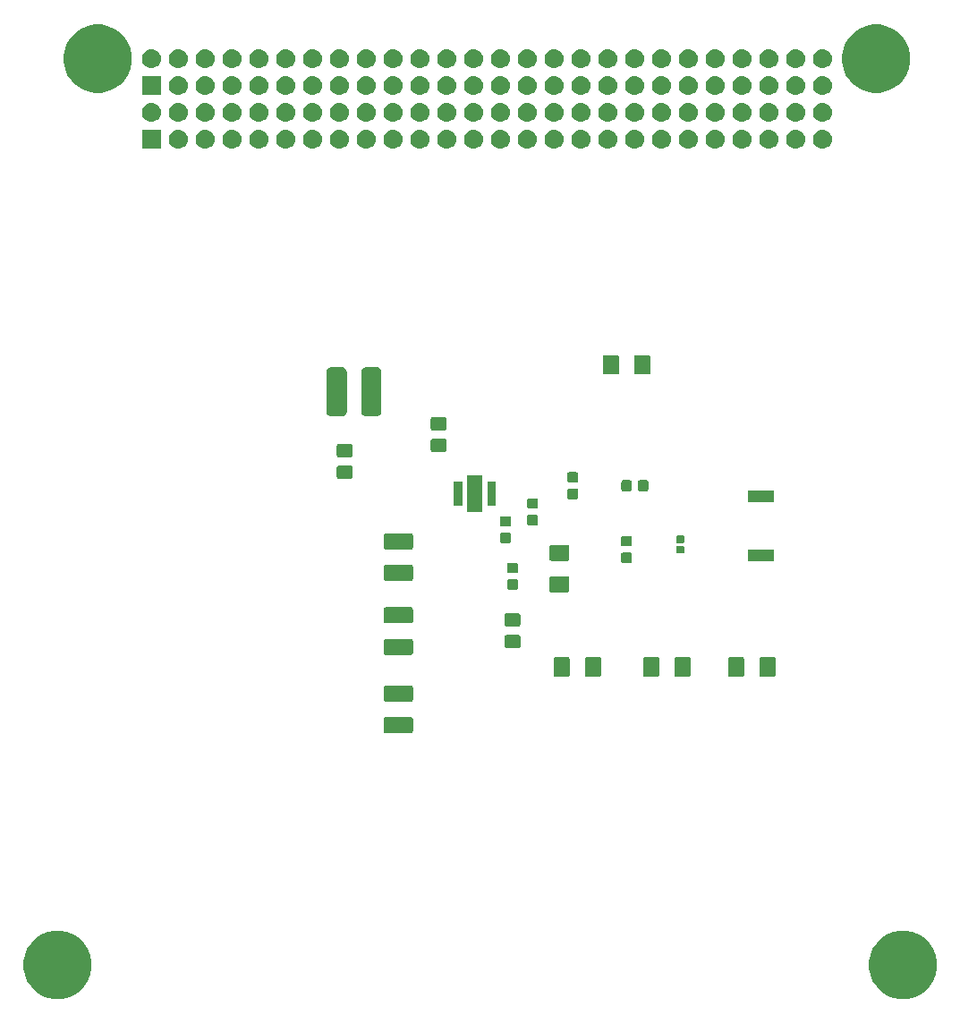
<source format=gbr>
G04 #@! TF.GenerationSoftware,KiCad,Pcbnew,(5.1.4)-1*
G04 #@! TF.CreationDate,2020-02-03T09:21:52-06:00*
G04 #@! TF.ProjectId,Boost,426f6f73-742e-46b6-9963-61645f706362,rev?*
G04 #@! TF.SameCoordinates,Original*
G04 #@! TF.FileFunction,Soldermask,Top*
G04 #@! TF.FilePolarity,Negative*
%FSLAX46Y46*%
G04 Gerber Fmt 4.6, Leading zero omitted, Abs format (unit mm)*
G04 Created by KiCad (PCBNEW (5.1.4)-1) date 2020-02-03 09:21:52*
%MOMM*%
%LPD*%
G04 APERTURE LIST*
%ADD10C,0.100000*%
G04 APERTURE END LIST*
D10*
G36*
X182042988Y-137486973D02*
G01*
X182630082Y-137730155D01*
X182630084Y-137730156D01*
X183158455Y-138083202D01*
X183607798Y-138532545D01*
X183960844Y-139060916D01*
X183960845Y-139060918D01*
X184204027Y-139648012D01*
X184328000Y-140271265D01*
X184328000Y-140906735D01*
X184204027Y-141529988D01*
X183960845Y-142117082D01*
X183960844Y-142117084D01*
X183607798Y-142645455D01*
X183158455Y-143094798D01*
X182630084Y-143447844D01*
X182630083Y-143447845D01*
X182630082Y-143447845D01*
X182042988Y-143691027D01*
X181419735Y-143815000D01*
X180784265Y-143815000D01*
X180161012Y-143691027D01*
X179573918Y-143447845D01*
X179573917Y-143447845D01*
X179573916Y-143447844D01*
X179045545Y-143094798D01*
X178596202Y-142645455D01*
X178243156Y-142117084D01*
X178243155Y-142117082D01*
X177999973Y-141529988D01*
X177876000Y-140906735D01*
X177876000Y-140271265D01*
X177999973Y-139648012D01*
X178243155Y-139060918D01*
X178243156Y-139060916D01*
X178596202Y-138532545D01*
X179045545Y-138083202D01*
X179573916Y-137730156D01*
X179573918Y-137730155D01*
X180161012Y-137486973D01*
X180784265Y-137363000D01*
X181419735Y-137363000D01*
X182042988Y-137486973D01*
X182042988Y-137486973D01*
G37*
G36*
X102032988Y-137486973D02*
G01*
X102620082Y-137730155D01*
X102620084Y-137730156D01*
X103148455Y-138083202D01*
X103597798Y-138532545D01*
X103950844Y-139060916D01*
X103950845Y-139060918D01*
X104194027Y-139648012D01*
X104318000Y-140271265D01*
X104318000Y-140906735D01*
X104194027Y-141529988D01*
X103950845Y-142117082D01*
X103950844Y-142117084D01*
X103597798Y-142645455D01*
X103148455Y-143094798D01*
X102620084Y-143447844D01*
X102620083Y-143447845D01*
X102620082Y-143447845D01*
X102032988Y-143691027D01*
X101409735Y-143815000D01*
X100774265Y-143815000D01*
X100151012Y-143691027D01*
X99563918Y-143447845D01*
X99563917Y-143447845D01*
X99563916Y-143447844D01*
X99035545Y-143094798D01*
X98586202Y-142645455D01*
X98233156Y-142117084D01*
X98233155Y-142117082D01*
X97989973Y-141529988D01*
X97866000Y-140906735D01*
X97866000Y-140271265D01*
X97989973Y-139648012D01*
X98233155Y-139060918D01*
X98233156Y-139060916D01*
X98586202Y-138532545D01*
X99035545Y-138083202D01*
X99563916Y-137730156D01*
X99563918Y-137730155D01*
X100151012Y-137486973D01*
X100774265Y-137363000D01*
X101409735Y-137363000D01*
X102032988Y-137486973D01*
X102032988Y-137486973D01*
G37*
G36*
X134575562Y-117150681D02*
G01*
X134610481Y-117161274D01*
X134642663Y-117178476D01*
X134670873Y-117201627D01*
X134694024Y-117229837D01*
X134711226Y-117262019D01*
X134721819Y-117296938D01*
X134726000Y-117339395D01*
X134726000Y-118480605D01*
X134721819Y-118523062D01*
X134711226Y-118557981D01*
X134694024Y-118590163D01*
X134670873Y-118618373D01*
X134642663Y-118641524D01*
X134610481Y-118658726D01*
X134575562Y-118669319D01*
X134533105Y-118673500D01*
X132166895Y-118673500D01*
X132124438Y-118669319D01*
X132089519Y-118658726D01*
X132057337Y-118641524D01*
X132029127Y-118618373D01*
X132005976Y-118590163D01*
X131988774Y-118557981D01*
X131978181Y-118523062D01*
X131974000Y-118480605D01*
X131974000Y-117339395D01*
X131978181Y-117296938D01*
X131988774Y-117262019D01*
X132005976Y-117229837D01*
X132029127Y-117201627D01*
X132057337Y-117178476D01*
X132089519Y-117161274D01*
X132124438Y-117150681D01*
X132166895Y-117146500D01*
X134533105Y-117146500D01*
X134575562Y-117150681D01*
X134575562Y-117150681D01*
G37*
G36*
X134575562Y-114175681D02*
G01*
X134610481Y-114186274D01*
X134642663Y-114203476D01*
X134670873Y-114226627D01*
X134694024Y-114254837D01*
X134711226Y-114287019D01*
X134721819Y-114321938D01*
X134726000Y-114364395D01*
X134726000Y-115505605D01*
X134721819Y-115548062D01*
X134711226Y-115582981D01*
X134694024Y-115615163D01*
X134670873Y-115643373D01*
X134642663Y-115666524D01*
X134610481Y-115683726D01*
X134575562Y-115694319D01*
X134533105Y-115698500D01*
X132166895Y-115698500D01*
X132124438Y-115694319D01*
X132089519Y-115683726D01*
X132057337Y-115666524D01*
X132029127Y-115643373D01*
X132005976Y-115615163D01*
X131988774Y-115582981D01*
X131978181Y-115548062D01*
X131974000Y-115505605D01*
X131974000Y-114364395D01*
X131978181Y-114321938D01*
X131988774Y-114287019D01*
X132005976Y-114254837D01*
X132029127Y-114226627D01*
X132057337Y-114203476D01*
X132089519Y-114186274D01*
X132124438Y-114175681D01*
X132166895Y-114171500D01*
X134533105Y-114171500D01*
X134575562Y-114175681D01*
X134575562Y-114175681D01*
G37*
G36*
X165913062Y-111473181D02*
G01*
X165947981Y-111483774D01*
X165980163Y-111500976D01*
X166008373Y-111524127D01*
X166031524Y-111552337D01*
X166048726Y-111584519D01*
X166059319Y-111619438D01*
X166063500Y-111661895D01*
X166063500Y-113128105D01*
X166059319Y-113170562D01*
X166048726Y-113205481D01*
X166031524Y-113237663D01*
X166008373Y-113265873D01*
X165980163Y-113289024D01*
X165947981Y-113306226D01*
X165913062Y-113316819D01*
X165870605Y-113321000D01*
X164729395Y-113321000D01*
X164686938Y-113316819D01*
X164652019Y-113306226D01*
X164619837Y-113289024D01*
X164591627Y-113265873D01*
X164568476Y-113237663D01*
X164551274Y-113205481D01*
X164540681Y-113170562D01*
X164536500Y-113128105D01*
X164536500Y-111661895D01*
X164540681Y-111619438D01*
X164551274Y-111584519D01*
X164568476Y-111552337D01*
X164591627Y-111524127D01*
X164619837Y-111500976D01*
X164652019Y-111483774D01*
X164686938Y-111473181D01*
X164729395Y-111469000D01*
X165870605Y-111469000D01*
X165913062Y-111473181D01*
X165913062Y-111473181D01*
G37*
G36*
X168888062Y-111473181D02*
G01*
X168922981Y-111483774D01*
X168955163Y-111500976D01*
X168983373Y-111524127D01*
X169006524Y-111552337D01*
X169023726Y-111584519D01*
X169034319Y-111619438D01*
X169038500Y-111661895D01*
X169038500Y-113128105D01*
X169034319Y-113170562D01*
X169023726Y-113205481D01*
X169006524Y-113237663D01*
X168983373Y-113265873D01*
X168955163Y-113289024D01*
X168922981Y-113306226D01*
X168888062Y-113316819D01*
X168845605Y-113321000D01*
X167704395Y-113321000D01*
X167661938Y-113316819D01*
X167627019Y-113306226D01*
X167594837Y-113289024D01*
X167566627Y-113265873D01*
X167543476Y-113237663D01*
X167526274Y-113205481D01*
X167515681Y-113170562D01*
X167511500Y-113128105D01*
X167511500Y-111661895D01*
X167515681Y-111619438D01*
X167526274Y-111584519D01*
X167543476Y-111552337D01*
X167566627Y-111524127D01*
X167594837Y-111500976D01*
X167627019Y-111483774D01*
X167661938Y-111473181D01*
X167704395Y-111469000D01*
X168845605Y-111469000D01*
X168888062Y-111473181D01*
X168888062Y-111473181D01*
G37*
G36*
X157875562Y-111473181D02*
G01*
X157910481Y-111483774D01*
X157942663Y-111500976D01*
X157970873Y-111524127D01*
X157994024Y-111552337D01*
X158011226Y-111584519D01*
X158021819Y-111619438D01*
X158026000Y-111661895D01*
X158026000Y-113128105D01*
X158021819Y-113170562D01*
X158011226Y-113205481D01*
X157994024Y-113237663D01*
X157970873Y-113265873D01*
X157942663Y-113289024D01*
X157910481Y-113306226D01*
X157875562Y-113316819D01*
X157833105Y-113321000D01*
X156691895Y-113321000D01*
X156649438Y-113316819D01*
X156614519Y-113306226D01*
X156582337Y-113289024D01*
X156554127Y-113265873D01*
X156530976Y-113237663D01*
X156513774Y-113205481D01*
X156503181Y-113170562D01*
X156499000Y-113128105D01*
X156499000Y-111661895D01*
X156503181Y-111619438D01*
X156513774Y-111584519D01*
X156530976Y-111552337D01*
X156554127Y-111524127D01*
X156582337Y-111500976D01*
X156614519Y-111483774D01*
X156649438Y-111473181D01*
X156691895Y-111469000D01*
X157833105Y-111469000D01*
X157875562Y-111473181D01*
X157875562Y-111473181D01*
G37*
G36*
X152378062Y-111473181D02*
G01*
X152412981Y-111483774D01*
X152445163Y-111500976D01*
X152473373Y-111524127D01*
X152496524Y-111552337D01*
X152513726Y-111584519D01*
X152524319Y-111619438D01*
X152528500Y-111661895D01*
X152528500Y-113128105D01*
X152524319Y-113170562D01*
X152513726Y-113205481D01*
X152496524Y-113237663D01*
X152473373Y-113265873D01*
X152445163Y-113289024D01*
X152412981Y-113306226D01*
X152378062Y-113316819D01*
X152335605Y-113321000D01*
X151194395Y-113321000D01*
X151151938Y-113316819D01*
X151117019Y-113306226D01*
X151084837Y-113289024D01*
X151056627Y-113265873D01*
X151033476Y-113237663D01*
X151016274Y-113205481D01*
X151005681Y-113170562D01*
X151001500Y-113128105D01*
X151001500Y-111661895D01*
X151005681Y-111619438D01*
X151016274Y-111584519D01*
X151033476Y-111552337D01*
X151056627Y-111524127D01*
X151084837Y-111500976D01*
X151117019Y-111483774D01*
X151151938Y-111473181D01*
X151194395Y-111469000D01*
X152335605Y-111469000D01*
X152378062Y-111473181D01*
X152378062Y-111473181D01*
G37*
G36*
X149403062Y-111473181D02*
G01*
X149437981Y-111483774D01*
X149470163Y-111500976D01*
X149498373Y-111524127D01*
X149521524Y-111552337D01*
X149538726Y-111584519D01*
X149549319Y-111619438D01*
X149553500Y-111661895D01*
X149553500Y-113128105D01*
X149549319Y-113170562D01*
X149538726Y-113205481D01*
X149521524Y-113237663D01*
X149498373Y-113265873D01*
X149470163Y-113289024D01*
X149437981Y-113306226D01*
X149403062Y-113316819D01*
X149360605Y-113321000D01*
X148219395Y-113321000D01*
X148176938Y-113316819D01*
X148142019Y-113306226D01*
X148109837Y-113289024D01*
X148081627Y-113265873D01*
X148058476Y-113237663D01*
X148041274Y-113205481D01*
X148030681Y-113170562D01*
X148026500Y-113128105D01*
X148026500Y-111661895D01*
X148030681Y-111619438D01*
X148041274Y-111584519D01*
X148058476Y-111552337D01*
X148081627Y-111524127D01*
X148109837Y-111500976D01*
X148142019Y-111483774D01*
X148176938Y-111473181D01*
X148219395Y-111469000D01*
X149360605Y-111469000D01*
X149403062Y-111473181D01*
X149403062Y-111473181D01*
G37*
G36*
X160850562Y-111473181D02*
G01*
X160885481Y-111483774D01*
X160917663Y-111500976D01*
X160945873Y-111524127D01*
X160969024Y-111552337D01*
X160986226Y-111584519D01*
X160996819Y-111619438D01*
X161001000Y-111661895D01*
X161001000Y-113128105D01*
X160996819Y-113170562D01*
X160986226Y-113205481D01*
X160969024Y-113237663D01*
X160945873Y-113265873D01*
X160917663Y-113289024D01*
X160885481Y-113306226D01*
X160850562Y-113316819D01*
X160808105Y-113321000D01*
X159666895Y-113321000D01*
X159624438Y-113316819D01*
X159589519Y-113306226D01*
X159557337Y-113289024D01*
X159529127Y-113265873D01*
X159505976Y-113237663D01*
X159488774Y-113205481D01*
X159478181Y-113170562D01*
X159474000Y-113128105D01*
X159474000Y-111661895D01*
X159478181Y-111619438D01*
X159488774Y-111584519D01*
X159505976Y-111552337D01*
X159529127Y-111524127D01*
X159557337Y-111500976D01*
X159589519Y-111483774D01*
X159624438Y-111473181D01*
X159666895Y-111469000D01*
X160808105Y-111469000D01*
X160850562Y-111473181D01*
X160850562Y-111473181D01*
G37*
G36*
X134575562Y-109730681D02*
G01*
X134610481Y-109741274D01*
X134642663Y-109758476D01*
X134670873Y-109781627D01*
X134694024Y-109809837D01*
X134711226Y-109842019D01*
X134721819Y-109876938D01*
X134726000Y-109919395D01*
X134726000Y-111060605D01*
X134721819Y-111103062D01*
X134711226Y-111137981D01*
X134694024Y-111170163D01*
X134670873Y-111198373D01*
X134642663Y-111221524D01*
X134610481Y-111238726D01*
X134575562Y-111249319D01*
X134533105Y-111253500D01*
X132166895Y-111253500D01*
X132124438Y-111249319D01*
X132089519Y-111238726D01*
X132057337Y-111221524D01*
X132029127Y-111198373D01*
X132005976Y-111170163D01*
X131988774Y-111137981D01*
X131978181Y-111103062D01*
X131974000Y-111060605D01*
X131974000Y-109919395D01*
X131978181Y-109876938D01*
X131988774Y-109842019D01*
X132005976Y-109809837D01*
X132029127Y-109781627D01*
X132057337Y-109758476D01*
X132089519Y-109741274D01*
X132124438Y-109730681D01*
X132166895Y-109726500D01*
X134533105Y-109726500D01*
X134575562Y-109730681D01*
X134575562Y-109730681D01*
G37*
G36*
X144733674Y-109378465D02*
G01*
X144771367Y-109389899D01*
X144806103Y-109408466D01*
X144836548Y-109433452D01*
X144861534Y-109463897D01*
X144880101Y-109498633D01*
X144891535Y-109536326D01*
X144896000Y-109581661D01*
X144896000Y-110418339D01*
X144891535Y-110463674D01*
X144880101Y-110501367D01*
X144861534Y-110536103D01*
X144836548Y-110566548D01*
X144806103Y-110591534D01*
X144771367Y-110610101D01*
X144733674Y-110621535D01*
X144688339Y-110626000D01*
X143601661Y-110626000D01*
X143556326Y-110621535D01*
X143518633Y-110610101D01*
X143483897Y-110591534D01*
X143453452Y-110566548D01*
X143428466Y-110536103D01*
X143409899Y-110501367D01*
X143398465Y-110463674D01*
X143394000Y-110418339D01*
X143394000Y-109581661D01*
X143398465Y-109536326D01*
X143409899Y-109498633D01*
X143428466Y-109463897D01*
X143453452Y-109433452D01*
X143483897Y-109408466D01*
X143518633Y-109389899D01*
X143556326Y-109378465D01*
X143601661Y-109374000D01*
X144688339Y-109374000D01*
X144733674Y-109378465D01*
X144733674Y-109378465D01*
G37*
G36*
X144733674Y-107328465D02*
G01*
X144771367Y-107339899D01*
X144806103Y-107358466D01*
X144836548Y-107383452D01*
X144861534Y-107413897D01*
X144880101Y-107448633D01*
X144891535Y-107486326D01*
X144896000Y-107531661D01*
X144896000Y-108368339D01*
X144891535Y-108413674D01*
X144880101Y-108451367D01*
X144861534Y-108486103D01*
X144836548Y-108516548D01*
X144806103Y-108541534D01*
X144771367Y-108560101D01*
X144733674Y-108571535D01*
X144688339Y-108576000D01*
X143601661Y-108576000D01*
X143556326Y-108571535D01*
X143518633Y-108560101D01*
X143483897Y-108541534D01*
X143453452Y-108516548D01*
X143428466Y-108486103D01*
X143409899Y-108451367D01*
X143398465Y-108413674D01*
X143394000Y-108368339D01*
X143394000Y-107531661D01*
X143398465Y-107486326D01*
X143409899Y-107448633D01*
X143428466Y-107413897D01*
X143453452Y-107383452D01*
X143483897Y-107358466D01*
X143518633Y-107339899D01*
X143556326Y-107328465D01*
X143601661Y-107324000D01*
X144688339Y-107324000D01*
X144733674Y-107328465D01*
X144733674Y-107328465D01*
G37*
G36*
X134575562Y-106755681D02*
G01*
X134610481Y-106766274D01*
X134642663Y-106783476D01*
X134670873Y-106806627D01*
X134694024Y-106834837D01*
X134711226Y-106867019D01*
X134721819Y-106901938D01*
X134726000Y-106944395D01*
X134726000Y-108085605D01*
X134721819Y-108128062D01*
X134711226Y-108162981D01*
X134694024Y-108195163D01*
X134670873Y-108223373D01*
X134642663Y-108246524D01*
X134610481Y-108263726D01*
X134575562Y-108274319D01*
X134533105Y-108278500D01*
X132166895Y-108278500D01*
X132124438Y-108274319D01*
X132089519Y-108263726D01*
X132057337Y-108246524D01*
X132029127Y-108223373D01*
X132005976Y-108195163D01*
X131988774Y-108162981D01*
X131978181Y-108128062D01*
X131974000Y-108085605D01*
X131974000Y-106944395D01*
X131978181Y-106901938D01*
X131988774Y-106867019D01*
X132005976Y-106834837D01*
X132029127Y-106806627D01*
X132057337Y-106783476D01*
X132089519Y-106766274D01*
X132124438Y-106755681D01*
X132166895Y-106751500D01*
X134533105Y-106751500D01*
X134575562Y-106755681D01*
X134575562Y-106755681D01*
G37*
G36*
X149365562Y-103815681D02*
G01*
X149400481Y-103826274D01*
X149432663Y-103843476D01*
X149460873Y-103866627D01*
X149484024Y-103894837D01*
X149501226Y-103927019D01*
X149511819Y-103961938D01*
X149516000Y-104004395D01*
X149516000Y-105145605D01*
X149511819Y-105188062D01*
X149501226Y-105222981D01*
X149484024Y-105255163D01*
X149460873Y-105283373D01*
X149432663Y-105306524D01*
X149400481Y-105323726D01*
X149365562Y-105334319D01*
X149323105Y-105338500D01*
X147856895Y-105338500D01*
X147814438Y-105334319D01*
X147779519Y-105323726D01*
X147747337Y-105306524D01*
X147719127Y-105283373D01*
X147695976Y-105255163D01*
X147678774Y-105222981D01*
X147668181Y-105188062D01*
X147664000Y-105145605D01*
X147664000Y-104004395D01*
X147668181Y-103961938D01*
X147678774Y-103927019D01*
X147695976Y-103894837D01*
X147719127Y-103866627D01*
X147747337Y-103843476D01*
X147779519Y-103826274D01*
X147814438Y-103815681D01*
X147856895Y-103811500D01*
X149323105Y-103811500D01*
X149365562Y-103815681D01*
X149365562Y-103815681D01*
G37*
G36*
X144524591Y-104123085D02*
G01*
X144558569Y-104133393D01*
X144589890Y-104150134D01*
X144617339Y-104172661D01*
X144639866Y-104200110D01*
X144656607Y-104231431D01*
X144666915Y-104265409D01*
X144671000Y-104306890D01*
X144671000Y-104908110D01*
X144666915Y-104949591D01*
X144656607Y-104983569D01*
X144639866Y-105014890D01*
X144617339Y-105042339D01*
X144589890Y-105064866D01*
X144558569Y-105081607D01*
X144524591Y-105091915D01*
X144483110Y-105096000D01*
X143806890Y-105096000D01*
X143765409Y-105091915D01*
X143731431Y-105081607D01*
X143700110Y-105064866D01*
X143672661Y-105042339D01*
X143650134Y-105014890D01*
X143633393Y-104983569D01*
X143623085Y-104949591D01*
X143619000Y-104908110D01*
X143619000Y-104306890D01*
X143623085Y-104265409D01*
X143633393Y-104231431D01*
X143650134Y-104200110D01*
X143672661Y-104172661D01*
X143700110Y-104150134D01*
X143731431Y-104133393D01*
X143765409Y-104123085D01*
X143806890Y-104119000D01*
X144483110Y-104119000D01*
X144524591Y-104123085D01*
X144524591Y-104123085D01*
G37*
G36*
X134575562Y-102745681D02*
G01*
X134610481Y-102756274D01*
X134642663Y-102773476D01*
X134670873Y-102796627D01*
X134694024Y-102824837D01*
X134711226Y-102857019D01*
X134721819Y-102891938D01*
X134726000Y-102934395D01*
X134726000Y-104075605D01*
X134721819Y-104118062D01*
X134711226Y-104152981D01*
X134694024Y-104185163D01*
X134670873Y-104213373D01*
X134642663Y-104236524D01*
X134610481Y-104253726D01*
X134575562Y-104264319D01*
X134533105Y-104268500D01*
X132166895Y-104268500D01*
X132124438Y-104264319D01*
X132089519Y-104253726D01*
X132057337Y-104236524D01*
X132029127Y-104213373D01*
X132005976Y-104185163D01*
X131988774Y-104152981D01*
X131978181Y-104118062D01*
X131974000Y-104075605D01*
X131974000Y-102934395D01*
X131978181Y-102891938D01*
X131988774Y-102857019D01*
X132005976Y-102824837D01*
X132029127Y-102796627D01*
X132057337Y-102773476D01*
X132089519Y-102756274D01*
X132124438Y-102745681D01*
X132166895Y-102741500D01*
X134533105Y-102741500D01*
X134575562Y-102745681D01*
X134575562Y-102745681D01*
G37*
G36*
X144524591Y-102548085D02*
G01*
X144558569Y-102558393D01*
X144589890Y-102575134D01*
X144617339Y-102597661D01*
X144639866Y-102625110D01*
X144656607Y-102656431D01*
X144666915Y-102690409D01*
X144671000Y-102731890D01*
X144671000Y-103333110D01*
X144666915Y-103374591D01*
X144656607Y-103408569D01*
X144639866Y-103439890D01*
X144617339Y-103467339D01*
X144589890Y-103489866D01*
X144558569Y-103506607D01*
X144524591Y-103516915D01*
X144483110Y-103521000D01*
X143806890Y-103521000D01*
X143765409Y-103516915D01*
X143731431Y-103506607D01*
X143700110Y-103489866D01*
X143672661Y-103467339D01*
X143650134Y-103439890D01*
X143633393Y-103408569D01*
X143623085Y-103374591D01*
X143619000Y-103333110D01*
X143619000Y-102731890D01*
X143623085Y-102690409D01*
X143633393Y-102656431D01*
X143650134Y-102625110D01*
X143672661Y-102597661D01*
X143700110Y-102575134D01*
X143731431Y-102558393D01*
X143765409Y-102548085D01*
X143806890Y-102544000D01*
X144483110Y-102544000D01*
X144524591Y-102548085D01*
X144524591Y-102548085D01*
G37*
G36*
X155319591Y-101588085D02*
G01*
X155353569Y-101598393D01*
X155384890Y-101615134D01*
X155412339Y-101637661D01*
X155434866Y-101665110D01*
X155451607Y-101696431D01*
X155461915Y-101730409D01*
X155466000Y-101771890D01*
X155466000Y-102373110D01*
X155461915Y-102414591D01*
X155451607Y-102448569D01*
X155434866Y-102479890D01*
X155412339Y-102507339D01*
X155384890Y-102529866D01*
X155353569Y-102546607D01*
X155319591Y-102556915D01*
X155278110Y-102561000D01*
X154601890Y-102561000D01*
X154560409Y-102556915D01*
X154526431Y-102546607D01*
X154495110Y-102529866D01*
X154467661Y-102507339D01*
X154445134Y-102479890D01*
X154428393Y-102448569D01*
X154418085Y-102414591D01*
X154414000Y-102373110D01*
X154414000Y-101771890D01*
X154418085Y-101730409D01*
X154428393Y-101696431D01*
X154445134Y-101665110D01*
X154467661Y-101637661D01*
X154495110Y-101615134D01*
X154526431Y-101598393D01*
X154560409Y-101588085D01*
X154601890Y-101584000D01*
X155278110Y-101584000D01*
X155319591Y-101588085D01*
X155319591Y-101588085D01*
G37*
G36*
X168859500Y-102438500D02*
G01*
X166420500Y-102438500D01*
X166420500Y-101320500D01*
X168859500Y-101320500D01*
X168859500Y-102438500D01*
X168859500Y-102438500D01*
G37*
G36*
X149365562Y-100840681D02*
G01*
X149400481Y-100851274D01*
X149432663Y-100868476D01*
X149460873Y-100891627D01*
X149484024Y-100919837D01*
X149501226Y-100952019D01*
X149511819Y-100986938D01*
X149516000Y-101029395D01*
X149516000Y-102170605D01*
X149511819Y-102213062D01*
X149501226Y-102247981D01*
X149484024Y-102280163D01*
X149460873Y-102308373D01*
X149432663Y-102331524D01*
X149400481Y-102348726D01*
X149365562Y-102359319D01*
X149323105Y-102363500D01*
X147856895Y-102363500D01*
X147814438Y-102359319D01*
X147779519Y-102348726D01*
X147747337Y-102331524D01*
X147719127Y-102308373D01*
X147695976Y-102280163D01*
X147678774Y-102247981D01*
X147668181Y-102213062D01*
X147664000Y-102170605D01*
X147664000Y-101029395D01*
X147668181Y-100986938D01*
X147678774Y-100952019D01*
X147695976Y-100919837D01*
X147719127Y-100891627D01*
X147747337Y-100868476D01*
X147779519Y-100851274D01*
X147814438Y-100840681D01*
X147856895Y-100836500D01*
X149323105Y-100836500D01*
X149365562Y-100840681D01*
X149365562Y-100840681D01*
G37*
G36*
X160301938Y-100956716D02*
G01*
X160322557Y-100962971D01*
X160341553Y-100973124D01*
X160358208Y-100986792D01*
X160371876Y-101003447D01*
X160382029Y-101022443D01*
X160388284Y-101043062D01*
X160391000Y-101070640D01*
X160391000Y-101529360D01*
X160388284Y-101556938D01*
X160382029Y-101577557D01*
X160371876Y-101596553D01*
X160358208Y-101613208D01*
X160341553Y-101626876D01*
X160322557Y-101637029D01*
X160301938Y-101643284D01*
X160274360Y-101646000D01*
X159765640Y-101646000D01*
X159738062Y-101643284D01*
X159717443Y-101637029D01*
X159698447Y-101626876D01*
X159681792Y-101613208D01*
X159668124Y-101596553D01*
X159657971Y-101577557D01*
X159651716Y-101556938D01*
X159649000Y-101529360D01*
X159649000Y-101070640D01*
X159651716Y-101043062D01*
X159657971Y-101022443D01*
X159668124Y-101003447D01*
X159681792Y-100986792D01*
X159698447Y-100973124D01*
X159717443Y-100962971D01*
X159738062Y-100956716D01*
X159765640Y-100954000D01*
X160274360Y-100954000D01*
X160301938Y-100956716D01*
X160301938Y-100956716D01*
G37*
G36*
X134575562Y-99770681D02*
G01*
X134610481Y-99781274D01*
X134642663Y-99798476D01*
X134670873Y-99821627D01*
X134694024Y-99849837D01*
X134711226Y-99882019D01*
X134721819Y-99916938D01*
X134726000Y-99959395D01*
X134726000Y-101100605D01*
X134721819Y-101143062D01*
X134711226Y-101177981D01*
X134694024Y-101210163D01*
X134670873Y-101238373D01*
X134642663Y-101261524D01*
X134610481Y-101278726D01*
X134575562Y-101289319D01*
X134533105Y-101293500D01*
X132166895Y-101293500D01*
X132124438Y-101289319D01*
X132089519Y-101278726D01*
X132057337Y-101261524D01*
X132029127Y-101238373D01*
X132005976Y-101210163D01*
X131988774Y-101177981D01*
X131978181Y-101143062D01*
X131974000Y-101100605D01*
X131974000Y-99959395D01*
X131978181Y-99916938D01*
X131988774Y-99882019D01*
X132005976Y-99849837D01*
X132029127Y-99821627D01*
X132057337Y-99798476D01*
X132089519Y-99781274D01*
X132124438Y-99770681D01*
X132166895Y-99766500D01*
X134533105Y-99766500D01*
X134575562Y-99770681D01*
X134575562Y-99770681D01*
G37*
G36*
X155319591Y-100013085D02*
G01*
X155353569Y-100023393D01*
X155384890Y-100040134D01*
X155412339Y-100062661D01*
X155434866Y-100090110D01*
X155451607Y-100121431D01*
X155461915Y-100155409D01*
X155466000Y-100196890D01*
X155466000Y-100798110D01*
X155461915Y-100839591D01*
X155451607Y-100873569D01*
X155434866Y-100904890D01*
X155412339Y-100932339D01*
X155384890Y-100954866D01*
X155353569Y-100971607D01*
X155319591Y-100981915D01*
X155278110Y-100986000D01*
X154601890Y-100986000D01*
X154560409Y-100981915D01*
X154526431Y-100971607D01*
X154495110Y-100954866D01*
X154467661Y-100932339D01*
X154445134Y-100904890D01*
X154428393Y-100873569D01*
X154418085Y-100839591D01*
X154414000Y-100798110D01*
X154414000Y-100196890D01*
X154418085Y-100155409D01*
X154428393Y-100121431D01*
X154445134Y-100090110D01*
X154467661Y-100062661D01*
X154495110Y-100040134D01*
X154526431Y-100023393D01*
X154560409Y-100013085D01*
X154601890Y-100009000D01*
X155278110Y-100009000D01*
X155319591Y-100013085D01*
X155319591Y-100013085D01*
G37*
G36*
X143864191Y-99718685D02*
G01*
X143898169Y-99728993D01*
X143929490Y-99745734D01*
X143956939Y-99768261D01*
X143979466Y-99795710D01*
X143996207Y-99827031D01*
X144006515Y-99861009D01*
X144010600Y-99902490D01*
X144010600Y-100503710D01*
X144006515Y-100545191D01*
X143996207Y-100579169D01*
X143979466Y-100610490D01*
X143956939Y-100637939D01*
X143929490Y-100660466D01*
X143898169Y-100677207D01*
X143864191Y-100687515D01*
X143822710Y-100691600D01*
X143146490Y-100691600D01*
X143105009Y-100687515D01*
X143071031Y-100677207D01*
X143039710Y-100660466D01*
X143012261Y-100637939D01*
X142989734Y-100610490D01*
X142972993Y-100579169D01*
X142962685Y-100545191D01*
X142958600Y-100503710D01*
X142958600Y-99902490D01*
X142962685Y-99861009D01*
X142972993Y-99827031D01*
X142989734Y-99795710D01*
X143012261Y-99768261D01*
X143039710Y-99745734D01*
X143071031Y-99728993D01*
X143105009Y-99718685D01*
X143146490Y-99714600D01*
X143822710Y-99714600D01*
X143864191Y-99718685D01*
X143864191Y-99718685D01*
G37*
G36*
X160301938Y-99986716D02*
G01*
X160322557Y-99992971D01*
X160341553Y-100003124D01*
X160358208Y-100016792D01*
X160371876Y-100033447D01*
X160382029Y-100052443D01*
X160388284Y-100073062D01*
X160391000Y-100100640D01*
X160391000Y-100559360D01*
X160388284Y-100586938D01*
X160382029Y-100607557D01*
X160371876Y-100626553D01*
X160358208Y-100643208D01*
X160341553Y-100656876D01*
X160322557Y-100667029D01*
X160301938Y-100673284D01*
X160274360Y-100676000D01*
X159765640Y-100676000D01*
X159738062Y-100673284D01*
X159717443Y-100667029D01*
X159698447Y-100656876D01*
X159681792Y-100643208D01*
X159668124Y-100626553D01*
X159657971Y-100607557D01*
X159651716Y-100586938D01*
X159649000Y-100559360D01*
X159649000Y-100100640D01*
X159651716Y-100073062D01*
X159657971Y-100052443D01*
X159668124Y-100033447D01*
X159681792Y-100016792D01*
X159698447Y-100003124D01*
X159717443Y-99992971D01*
X159738062Y-99986716D01*
X159765640Y-99984000D01*
X160274360Y-99984000D01*
X160301938Y-99986716D01*
X160301938Y-99986716D01*
G37*
G36*
X143864191Y-98143685D02*
G01*
X143898169Y-98153993D01*
X143929490Y-98170734D01*
X143956939Y-98193261D01*
X143979466Y-98220710D01*
X143996207Y-98252031D01*
X144006515Y-98286009D01*
X144010600Y-98327490D01*
X144010600Y-98928710D01*
X144006515Y-98970191D01*
X143996207Y-99004169D01*
X143979466Y-99035490D01*
X143956939Y-99062939D01*
X143929490Y-99085466D01*
X143898169Y-99102207D01*
X143864191Y-99112515D01*
X143822710Y-99116600D01*
X143146490Y-99116600D01*
X143105009Y-99112515D01*
X143071031Y-99102207D01*
X143039710Y-99085466D01*
X143012261Y-99062939D01*
X142989734Y-99035490D01*
X142972993Y-99004169D01*
X142962685Y-98970191D01*
X142958600Y-98928710D01*
X142958600Y-98327490D01*
X142962685Y-98286009D01*
X142972993Y-98252031D01*
X142989734Y-98220710D01*
X143012261Y-98193261D01*
X143039710Y-98170734D01*
X143071031Y-98153993D01*
X143105009Y-98143685D01*
X143146490Y-98139600D01*
X143822710Y-98139600D01*
X143864191Y-98143685D01*
X143864191Y-98143685D01*
G37*
G36*
X146429591Y-98016885D02*
G01*
X146463569Y-98027193D01*
X146494890Y-98043934D01*
X146522339Y-98066461D01*
X146544866Y-98093910D01*
X146561607Y-98125231D01*
X146571915Y-98159209D01*
X146576000Y-98200690D01*
X146576000Y-98801910D01*
X146571915Y-98843391D01*
X146561607Y-98877369D01*
X146544866Y-98908690D01*
X146522339Y-98936139D01*
X146494890Y-98958666D01*
X146463569Y-98975407D01*
X146429591Y-98985715D01*
X146388110Y-98989800D01*
X145711890Y-98989800D01*
X145670409Y-98985715D01*
X145636431Y-98975407D01*
X145605110Y-98958666D01*
X145577661Y-98936139D01*
X145555134Y-98908690D01*
X145538393Y-98877369D01*
X145528085Y-98843391D01*
X145524000Y-98801910D01*
X145524000Y-98200690D01*
X145528085Y-98159209D01*
X145538393Y-98125231D01*
X145555134Y-98093910D01*
X145577661Y-98066461D01*
X145605110Y-98043934D01*
X145636431Y-98027193D01*
X145670409Y-98016885D01*
X145711890Y-98012800D01*
X146388110Y-98012800D01*
X146429591Y-98016885D01*
X146429591Y-98016885D01*
G37*
G36*
X141315000Y-97763000D02*
G01*
X139863000Y-97763000D01*
X139863000Y-94261000D01*
X141315000Y-94261000D01*
X141315000Y-97763000D01*
X141315000Y-97763000D01*
G37*
G36*
X146429591Y-96441885D02*
G01*
X146463569Y-96452193D01*
X146494890Y-96468934D01*
X146522339Y-96491461D01*
X146544866Y-96518910D01*
X146561607Y-96550231D01*
X146571915Y-96584209D01*
X146576000Y-96625690D01*
X146576000Y-97226910D01*
X146571915Y-97268391D01*
X146561607Y-97302369D01*
X146544866Y-97333690D01*
X146522339Y-97361139D01*
X146494890Y-97383666D01*
X146463569Y-97400407D01*
X146429591Y-97410715D01*
X146388110Y-97414800D01*
X145711890Y-97414800D01*
X145670409Y-97410715D01*
X145636431Y-97400407D01*
X145605110Y-97383666D01*
X145577661Y-97361139D01*
X145555134Y-97333690D01*
X145538393Y-97302369D01*
X145528085Y-97268391D01*
X145524000Y-97226910D01*
X145524000Y-96625690D01*
X145528085Y-96584209D01*
X145538393Y-96550231D01*
X145555134Y-96518910D01*
X145577661Y-96491461D01*
X145605110Y-96468934D01*
X145636431Y-96452193D01*
X145670409Y-96441885D01*
X145711890Y-96437800D01*
X146388110Y-96437800D01*
X146429591Y-96441885D01*
X146429591Y-96441885D01*
G37*
G36*
X139390000Y-97188000D02*
G01*
X138588000Y-97188000D01*
X138588000Y-94836000D01*
X139390000Y-94836000D01*
X139390000Y-97188000D01*
X139390000Y-97188000D01*
G37*
G36*
X142590000Y-97188000D02*
G01*
X141788000Y-97188000D01*
X141788000Y-94836000D01*
X142590000Y-94836000D01*
X142590000Y-97188000D01*
X142590000Y-97188000D01*
G37*
G36*
X168859500Y-96799500D02*
G01*
X166420500Y-96799500D01*
X166420500Y-95681500D01*
X168859500Y-95681500D01*
X168859500Y-96799500D01*
X168859500Y-96799500D01*
G37*
G36*
X150239591Y-95553085D02*
G01*
X150273569Y-95563393D01*
X150304890Y-95580134D01*
X150332339Y-95602661D01*
X150354866Y-95630110D01*
X150371607Y-95661431D01*
X150381915Y-95695409D01*
X150386000Y-95736890D01*
X150386000Y-96338110D01*
X150381915Y-96379591D01*
X150371607Y-96413569D01*
X150354866Y-96444890D01*
X150332339Y-96472339D01*
X150304890Y-96494866D01*
X150273569Y-96511607D01*
X150239591Y-96521915D01*
X150198110Y-96526000D01*
X149521890Y-96526000D01*
X149480409Y-96521915D01*
X149446431Y-96511607D01*
X149415110Y-96494866D01*
X149387661Y-96472339D01*
X149365134Y-96444890D01*
X149348393Y-96413569D01*
X149338085Y-96379591D01*
X149334000Y-96338110D01*
X149334000Y-95736890D01*
X149338085Y-95695409D01*
X149348393Y-95661431D01*
X149365134Y-95630110D01*
X149387661Y-95602661D01*
X149415110Y-95580134D01*
X149446431Y-95563393D01*
X149480409Y-95553085D01*
X149521890Y-95549000D01*
X150198110Y-95549000D01*
X150239591Y-95553085D01*
X150239591Y-95553085D01*
G37*
G36*
X156854591Y-94728085D02*
G01*
X156888569Y-94738393D01*
X156919890Y-94755134D01*
X156947339Y-94777661D01*
X156969866Y-94805110D01*
X156986607Y-94836431D01*
X156996915Y-94870409D01*
X157001000Y-94911890D01*
X157001000Y-95588110D01*
X156996915Y-95629591D01*
X156986607Y-95663569D01*
X156969866Y-95694890D01*
X156947339Y-95722339D01*
X156919890Y-95744866D01*
X156888569Y-95761607D01*
X156854591Y-95771915D01*
X156813110Y-95776000D01*
X156211890Y-95776000D01*
X156170409Y-95771915D01*
X156136431Y-95761607D01*
X156105110Y-95744866D01*
X156077661Y-95722339D01*
X156055134Y-95694890D01*
X156038393Y-95663569D01*
X156028085Y-95629591D01*
X156024000Y-95588110D01*
X156024000Y-94911890D01*
X156028085Y-94870409D01*
X156038393Y-94836431D01*
X156055134Y-94805110D01*
X156077661Y-94777661D01*
X156105110Y-94755134D01*
X156136431Y-94738393D01*
X156170409Y-94728085D01*
X156211890Y-94724000D01*
X156813110Y-94724000D01*
X156854591Y-94728085D01*
X156854591Y-94728085D01*
G37*
G36*
X155279591Y-94728085D02*
G01*
X155313569Y-94738393D01*
X155344890Y-94755134D01*
X155372339Y-94777661D01*
X155394866Y-94805110D01*
X155411607Y-94836431D01*
X155421915Y-94870409D01*
X155426000Y-94911890D01*
X155426000Y-95588110D01*
X155421915Y-95629591D01*
X155411607Y-95663569D01*
X155394866Y-95694890D01*
X155372339Y-95722339D01*
X155344890Y-95744866D01*
X155313569Y-95761607D01*
X155279591Y-95771915D01*
X155238110Y-95776000D01*
X154636890Y-95776000D01*
X154595409Y-95771915D01*
X154561431Y-95761607D01*
X154530110Y-95744866D01*
X154502661Y-95722339D01*
X154480134Y-95694890D01*
X154463393Y-95663569D01*
X154453085Y-95629591D01*
X154449000Y-95588110D01*
X154449000Y-94911890D01*
X154453085Y-94870409D01*
X154463393Y-94836431D01*
X154480134Y-94805110D01*
X154502661Y-94777661D01*
X154530110Y-94755134D01*
X154561431Y-94738393D01*
X154595409Y-94728085D01*
X154636890Y-94724000D01*
X155238110Y-94724000D01*
X155279591Y-94728085D01*
X155279591Y-94728085D01*
G37*
G36*
X150239591Y-93978085D02*
G01*
X150273569Y-93988393D01*
X150304890Y-94005134D01*
X150332339Y-94027661D01*
X150354866Y-94055110D01*
X150371607Y-94086431D01*
X150381915Y-94120409D01*
X150386000Y-94161890D01*
X150386000Y-94763110D01*
X150381915Y-94804591D01*
X150371607Y-94838569D01*
X150354866Y-94869890D01*
X150332339Y-94897339D01*
X150304890Y-94919866D01*
X150273569Y-94936607D01*
X150239591Y-94946915D01*
X150198110Y-94951000D01*
X149521890Y-94951000D01*
X149480409Y-94946915D01*
X149446431Y-94936607D01*
X149415110Y-94919866D01*
X149387661Y-94897339D01*
X149365134Y-94869890D01*
X149348393Y-94838569D01*
X149338085Y-94804591D01*
X149334000Y-94763110D01*
X149334000Y-94161890D01*
X149338085Y-94120409D01*
X149348393Y-94086431D01*
X149365134Y-94055110D01*
X149387661Y-94027661D01*
X149415110Y-94005134D01*
X149446431Y-93988393D01*
X149480409Y-93978085D01*
X149521890Y-93974000D01*
X150198110Y-93974000D01*
X150239591Y-93978085D01*
X150239591Y-93978085D01*
G37*
G36*
X128858674Y-93358465D02*
G01*
X128896367Y-93369899D01*
X128931103Y-93388466D01*
X128961548Y-93413452D01*
X128986534Y-93443897D01*
X129005101Y-93478633D01*
X129016535Y-93516326D01*
X129021000Y-93561661D01*
X129021000Y-94398339D01*
X129016535Y-94443674D01*
X129005101Y-94481367D01*
X128986534Y-94516103D01*
X128961548Y-94546548D01*
X128931103Y-94571534D01*
X128896367Y-94590101D01*
X128858674Y-94601535D01*
X128813339Y-94606000D01*
X127726661Y-94606000D01*
X127681326Y-94601535D01*
X127643633Y-94590101D01*
X127608897Y-94571534D01*
X127578452Y-94546548D01*
X127553466Y-94516103D01*
X127534899Y-94481367D01*
X127523465Y-94443674D01*
X127519000Y-94398339D01*
X127519000Y-93561661D01*
X127523465Y-93516326D01*
X127534899Y-93478633D01*
X127553466Y-93443897D01*
X127578452Y-93413452D01*
X127608897Y-93388466D01*
X127643633Y-93369899D01*
X127681326Y-93358465D01*
X127726661Y-93354000D01*
X128813339Y-93354000D01*
X128858674Y-93358465D01*
X128858674Y-93358465D01*
G37*
G36*
X128858674Y-91308465D02*
G01*
X128896367Y-91319899D01*
X128931103Y-91338466D01*
X128961548Y-91363452D01*
X128986534Y-91393897D01*
X129005101Y-91428633D01*
X129016535Y-91466326D01*
X129021000Y-91511661D01*
X129021000Y-92348339D01*
X129016535Y-92393674D01*
X129005101Y-92431367D01*
X128986534Y-92466103D01*
X128961548Y-92496548D01*
X128931103Y-92521534D01*
X128896367Y-92540101D01*
X128858674Y-92551535D01*
X128813339Y-92556000D01*
X127726661Y-92556000D01*
X127681326Y-92551535D01*
X127643633Y-92540101D01*
X127608897Y-92521534D01*
X127578452Y-92496548D01*
X127553466Y-92466103D01*
X127534899Y-92431367D01*
X127523465Y-92393674D01*
X127519000Y-92348339D01*
X127519000Y-91511661D01*
X127523465Y-91466326D01*
X127534899Y-91428633D01*
X127553466Y-91393897D01*
X127578452Y-91363452D01*
X127608897Y-91338466D01*
X127643633Y-91319899D01*
X127681326Y-91308465D01*
X127726661Y-91304000D01*
X128813339Y-91304000D01*
X128858674Y-91308465D01*
X128858674Y-91308465D01*
G37*
G36*
X137748674Y-90818465D02*
G01*
X137786367Y-90829899D01*
X137821103Y-90848466D01*
X137851548Y-90873452D01*
X137876534Y-90903897D01*
X137895101Y-90938633D01*
X137906535Y-90976326D01*
X137911000Y-91021661D01*
X137911000Y-91858339D01*
X137906535Y-91903674D01*
X137895101Y-91941367D01*
X137876534Y-91976103D01*
X137851548Y-92006548D01*
X137821103Y-92031534D01*
X137786367Y-92050101D01*
X137748674Y-92061535D01*
X137703339Y-92066000D01*
X136616661Y-92066000D01*
X136571326Y-92061535D01*
X136533633Y-92050101D01*
X136498897Y-92031534D01*
X136468452Y-92006548D01*
X136443466Y-91976103D01*
X136424899Y-91941367D01*
X136413465Y-91903674D01*
X136409000Y-91858339D01*
X136409000Y-91021661D01*
X136413465Y-90976326D01*
X136424899Y-90938633D01*
X136443466Y-90903897D01*
X136468452Y-90873452D01*
X136498897Y-90848466D01*
X136533633Y-90829899D01*
X136571326Y-90818465D01*
X136616661Y-90814000D01*
X137703339Y-90814000D01*
X137748674Y-90818465D01*
X137748674Y-90818465D01*
G37*
G36*
X137748674Y-88768465D02*
G01*
X137786367Y-88779899D01*
X137821103Y-88798466D01*
X137851548Y-88823452D01*
X137876534Y-88853897D01*
X137895101Y-88888633D01*
X137906535Y-88926326D01*
X137911000Y-88971661D01*
X137911000Y-89808339D01*
X137906535Y-89853674D01*
X137895101Y-89891367D01*
X137876534Y-89926103D01*
X137851548Y-89956548D01*
X137821103Y-89981534D01*
X137786367Y-90000101D01*
X137748674Y-90011535D01*
X137703339Y-90016000D01*
X136616661Y-90016000D01*
X136571326Y-90011535D01*
X136533633Y-90000101D01*
X136498897Y-89981534D01*
X136468452Y-89956548D01*
X136443466Y-89926103D01*
X136424899Y-89891367D01*
X136413465Y-89853674D01*
X136409000Y-89808339D01*
X136409000Y-88971661D01*
X136413465Y-88926326D01*
X136424899Y-88888633D01*
X136443466Y-88853897D01*
X136468452Y-88823452D01*
X136498897Y-88798466D01*
X136533633Y-88779899D01*
X136571326Y-88768465D01*
X136616661Y-88764000D01*
X137703339Y-88764000D01*
X137748674Y-88768465D01*
X137748674Y-88768465D01*
G37*
G36*
X131428455Y-84067528D02*
G01*
X131505812Y-84090995D01*
X131577117Y-84129108D01*
X131639608Y-84180392D01*
X131690892Y-84242883D01*
X131729005Y-84314188D01*
X131752472Y-84391545D01*
X131761000Y-84478140D01*
X131761000Y-88241860D01*
X131752472Y-88328455D01*
X131729005Y-88405812D01*
X131690892Y-88477117D01*
X131639608Y-88539608D01*
X131577117Y-88590892D01*
X131505812Y-88629005D01*
X131428455Y-88652472D01*
X131341860Y-88661000D01*
X130278140Y-88661000D01*
X130191545Y-88652472D01*
X130114188Y-88629005D01*
X130042883Y-88590892D01*
X129980392Y-88539608D01*
X129929108Y-88477117D01*
X129890995Y-88405812D01*
X129867528Y-88328455D01*
X129859000Y-88241860D01*
X129859000Y-84478140D01*
X129867528Y-84391545D01*
X129890995Y-84314188D01*
X129929108Y-84242883D01*
X129980392Y-84180392D01*
X130042883Y-84129108D01*
X130114188Y-84090995D01*
X130191545Y-84067528D01*
X130278140Y-84059000D01*
X131341860Y-84059000D01*
X131428455Y-84067528D01*
X131428455Y-84067528D01*
G37*
G36*
X128128455Y-84067528D02*
G01*
X128205812Y-84090995D01*
X128277117Y-84129108D01*
X128339608Y-84180392D01*
X128390892Y-84242883D01*
X128429005Y-84314188D01*
X128452472Y-84391545D01*
X128461000Y-84478140D01*
X128461000Y-88241860D01*
X128452472Y-88328455D01*
X128429005Y-88405812D01*
X128390892Y-88477117D01*
X128339608Y-88539608D01*
X128277117Y-88590892D01*
X128205812Y-88629005D01*
X128128455Y-88652472D01*
X128041860Y-88661000D01*
X126978140Y-88661000D01*
X126891545Y-88652472D01*
X126814188Y-88629005D01*
X126742883Y-88590892D01*
X126680392Y-88539608D01*
X126629108Y-88477117D01*
X126590995Y-88405812D01*
X126567528Y-88328455D01*
X126559000Y-88241860D01*
X126559000Y-84478140D01*
X126567528Y-84391545D01*
X126590995Y-84314188D01*
X126629108Y-84242883D01*
X126680392Y-84180392D01*
X126742883Y-84129108D01*
X126814188Y-84090995D01*
X126891545Y-84067528D01*
X126978140Y-84059000D01*
X128041860Y-84059000D01*
X128128455Y-84067528D01*
X128128455Y-84067528D01*
G37*
G36*
X157040562Y-82898181D02*
G01*
X157075481Y-82908774D01*
X157107663Y-82925976D01*
X157135873Y-82949127D01*
X157159024Y-82977337D01*
X157176226Y-83009519D01*
X157186819Y-83044438D01*
X157191000Y-83086895D01*
X157191000Y-84553105D01*
X157186819Y-84595562D01*
X157176226Y-84630481D01*
X157159024Y-84662663D01*
X157135873Y-84690873D01*
X157107663Y-84714024D01*
X157075481Y-84731226D01*
X157040562Y-84741819D01*
X156998105Y-84746000D01*
X155856895Y-84746000D01*
X155814438Y-84741819D01*
X155779519Y-84731226D01*
X155747337Y-84714024D01*
X155719127Y-84690873D01*
X155695976Y-84662663D01*
X155678774Y-84630481D01*
X155668181Y-84595562D01*
X155664000Y-84553105D01*
X155664000Y-83086895D01*
X155668181Y-83044438D01*
X155678774Y-83009519D01*
X155695976Y-82977337D01*
X155719127Y-82949127D01*
X155747337Y-82925976D01*
X155779519Y-82908774D01*
X155814438Y-82898181D01*
X155856895Y-82894000D01*
X156998105Y-82894000D01*
X157040562Y-82898181D01*
X157040562Y-82898181D01*
G37*
G36*
X154065562Y-82898181D02*
G01*
X154100481Y-82908774D01*
X154132663Y-82925976D01*
X154160873Y-82949127D01*
X154184024Y-82977337D01*
X154201226Y-83009519D01*
X154211819Y-83044438D01*
X154216000Y-83086895D01*
X154216000Y-84553105D01*
X154211819Y-84595562D01*
X154201226Y-84630481D01*
X154184024Y-84662663D01*
X154160873Y-84690873D01*
X154132663Y-84714024D01*
X154100481Y-84731226D01*
X154065562Y-84741819D01*
X154023105Y-84746000D01*
X152881895Y-84746000D01*
X152839438Y-84741819D01*
X152804519Y-84731226D01*
X152772337Y-84714024D01*
X152744127Y-84690873D01*
X152720976Y-84662663D01*
X152703774Y-84630481D01*
X152693181Y-84595562D01*
X152689000Y-84553105D01*
X152689000Y-83086895D01*
X152693181Y-83044438D01*
X152703774Y-83009519D01*
X152720976Y-82977337D01*
X152744127Y-82949127D01*
X152772337Y-82925976D01*
X152804519Y-82908774D01*
X152839438Y-82898181D01*
X152881895Y-82894000D01*
X154023105Y-82894000D01*
X154065562Y-82898181D01*
X154065562Y-82898181D01*
G37*
G36*
X127879523Y-61590453D02*
G01*
X127945708Y-61596972D01*
X128115547Y-61648492D01*
X128272072Y-61732157D01*
X128307810Y-61761487D01*
X128409267Y-61844749D01*
X128492529Y-61946206D01*
X128521859Y-61981944D01*
X128605524Y-62138469D01*
X128657044Y-62308308D01*
X128674440Y-62484935D01*
X128657044Y-62661562D01*
X128605524Y-62831401D01*
X128521859Y-62987926D01*
X128492529Y-63023664D01*
X128409267Y-63125121D01*
X128307810Y-63208383D01*
X128272072Y-63237713D01*
X128115547Y-63321378D01*
X127945708Y-63372898D01*
X127879524Y-63379416D01*
X127813341Y-63385935D01*
X127724821Y-63385935D01*
X127658638Y-63379416D01*
X127592454Y-63372898D01*
X127422615Y-63321378D01*
X127266090Y-63237713D01*
X127230352Y-63208383D01*
X127128895Y-63125121D01*
X127045633Y-63023664D01*
X127016303Y-62987926D01*
X126932638Y-62831401D01*
X126881118Y-62661562D01*
X126863722Y-62484935D01*
X126881118Y-62308308D01*
X126932638Y-62138469D01*
X127016303Y-61981944D01*
X127045633Y-61946206D01*
X127128895Y-61844749D01*
X127230352Y-61761487D01*
X127266090Y-61732157D01*
X127422615Y-61648492D01*
X127592454Y-61596972D01*
X127658639Y-61590453D01*
X127724821Y-61583935D01*
X127813341Y-61583935D01*
X127879523Y-61590453D01*
X127879523Y-61590453D01*
G37*
G36*
X122799523Y-61590453D02*
G01*
X122865708Y-61596972D01*
X123035547Y-61648492D01*
X123192072Y-61732157D01*
X123227810Y-61761487D01*
X123329267Y-61844749D01*
X123412529Y-61946206D01*
X123441859Y-61981944D01*
X123525524Y-62138469D01*
X123577044Y-62308308D01*
X123594440Y-62484935D01*
X123577044Y-62661562D01*
X123525524Y-62831401D01*
X123441859Y-62987926D01*
X123412529Y-63023664D01*
X123329267Y-63125121D01*
X123227810Y-63208383D01*
X123192072Y-63237713D01*
X123035547Y-63321378D01*
X122865708Y-63372898D01*
X122799524Y-63379416D01*
X122733341Y-63385935D01*
X122644821Y-63385935D01*
X122578638Y-63379416D01*
X122512454Y-63372898D01*
X122342615Y-63321378D01*
X122186090Y-63237713D01*
X122150352Y-63208383D01*
X122048895Y-63125121D01*
X121965633Y-63023664D01*
X121936303Y-62987926D01*
X121852638Y-62831401D01*
X121801118Y-62661562D01*
X121783722Y-62484935D01*
X121801118Y-62308308D01*
X121852638Y-62138469D01*
X121936303Y-61981944D01*
X121965633Y-61946206D01*
X122048895Y-61844749D01*
X122150352Y-61761487D01*
X122186090Y-61732157D01*
X122342615Y-61648492D01*
X122512454Y-61596972D01*
X122578639Y-61590453D01*
X122644821Y-61583935D01*
X122733341Y-61583935D01*
X122799523Y-61590453D01*
X122799523Y-61590453D01*
G37*
G36*
X120259523Y-61590453D02*
G01*
X120325708Y-61596972D01*
X120495547Y-61648492D01*
X120652072Y-61732157D01*
X120687810Y-61761487D01*
X120789267Y-61844749D01*
X120872529Y-61946206D01*
X120901859Y-61981944D01*
X120985524Y-62138469D01*
X121037044Y-62308308D01*
X121054440Y-62484935D01*
X121037044Y-62661562D01*
X120985524Y-62831401D01*
X120901859Y-62987926D01*
X120872529Y-63023664D01*
X120789267Y-63125121D01*
X120687810Y-63208383D01*
X120652072Y-63237713D01*
X120495547Y-63321378D01*
X120325708Y-63372898D01*
X120259524Y-63379416D01*
X120193341Y-63385935D01*
X120104821Y-63385935D01*
X120038638Y-63379416D01*
X119972454Y-63372898D01*
X119802615Y-63321378D01*
X119646090Y-63237713D01*
X119610352Y-63208383D01*
X119508895Y-63125121D01*
X119425633Y-63023664D01*
X119396303Y-62987926D01*
X119312638Y-62831401D01*
X119261118Y-62661562D01*
X119243722Y-62484935D01*
X119261118Y-62308308D01*
X119312638Y-62138469D01*
X119396303Y-61981944D01*
X119425633Y-61946206D01*
X119508895Y-61844749D01*
X119610352Y-61761487D01*
X119646090Y-61732157D01*
X119802615Y-61648492D01*
X119972454Y-61596972D01*
X120038639Y-61590453D01*
X120104821Y-61583935D01*
X120193341Y-61583935D01*
X120259523Y-61590453D01*
X120259523Y-61590453D01*
G37*
G36*
X115179523Y-61590453D02*
G01*
X115245708Y-61596972D01*
X115415547Y-61648492D01*
X115572072Y-61732157D01*
X115607810Y-61761487D01*
X115709267Y-61844749D01*
X115792529Y-61946206D01*
X115821859Y-61981944D01*
X115905524Y-62138469D01*
X115957044Y-62308308D01*
X115974440Y-62484935D01*
X115957044Y-62661562D01*
X115905524Y-62831401D01*
X115821859Y-62987926D01*
X115792529Y-63023664D01*
X115709267Y-63125121D01*
X115607810Y-63208383D01*
X115572072Y-63237713D01*
X115415547Y-63321378D01*
X115245708Y-63372898D01*
X115179524Y-63379416D01*
X115113341Y-63385935D01*
X115024821Y-63385935D01*
X114958638Y-63379416D01*
X114892454Y-63372898D01*
X114722615Y-63321378D01*
X114566090Y-63237713D01*
X114530352Y-63208383D01*
X114428895Y-63125121D01*
X114345633Y-63023664D01*
X114316303Y-62987926D01*
X114232638Y-62831401D01*
X114181118Y-62661562D01*
X114163722Y-62484935D01*
X114181118Y-62308308D01*
X114232638Y-62138469D01*
X114316303Y-61981944D01*
X114345633Y-61946206D01*
X114428895Y-61844749D01*
X114530352Y-61761487D01*
X114566090Y-61732157D01*
X114722615Y-61648492D01*
X114892454Y-61596972D01*
X114958639Y-61590453D01*
X115024821Y-61583935D01*
X115113341Y-61583935D01*
X115179523Y-61590453D01*
X115179523Y-61590453D01*
G37*
G36*
X112639523Y-61590453D02*
G01*
X112705708Y-61596972D01*
X112875547Y-61648492D01*
X113032072Y-61732157D01*
X113067810Y-61761487D01*
X113169267Y-61844749D01*
X113252529Y-61946206D01*
X113281859Y-61981944D01*
X113365524Y-62138469D01*
X113417044Y-62308308D01*
X113434440Y-62484935D01*
X113417044Y-62661562D01*
X113365524Y-62831401D01*
X113281859Y-62987926D01*
X113252529Y-63023664D01*
X113169267Y-63125121D01*
X113067810Y-63208383D01*
X113032072Y-63237713D01*
X112875547Y-63321378D01*
X112705708Y-63372898D01*
X112639524Y-63379416D01*
X112573341Y-63385935D01*
X112484821Y-63385935D01*
X112418638Y-63379416D01*
X112352454Y-63372898D01*
X112182615Y-63321378D01*
X112026090Y-63237713D01*
X111990352Y-63208383D01*
X111888895Y-63125121D01*
X111805633Y-63023664D01*
X111776303Y-62987926D01*
X111692638Y-62831401D01*
X111641118Y-62661562D01*
X111623722Y-62484935D01*
X111641118Y-62308308D01*
X111692638Y-62138469D01*
X111776303Y-61981944D01*
X111805633Y-61946206D01*
X111888895Y-61844749D01*
X111990352Y-61761487D01*
X112026090Y-61732157D01*
X112182615Y-61648492D01*
X112352454Y-61596972D01*
X112418639Y-61590453D01*
X112484821Y-61583935D01*
X112573341Y-61583935D01*
X112639523Y-61590453D01*
X112639523Y-61590453D01*
G37*
G36*
X110890081Y-63385935D02*
G01*
X109088081Y-63385935D01*
X109088081Y-61583935D01*
X110890081Y-61583935D01*
X110890081Y-63385935D01*
X110890081Y-63385935D01*
G37*
G36*
X150739523Y-61590453D02*
G01*
X150805708Y-61596972D01*
X150975547Y-61648492D01*
X151132072Y-61732157D01*
X151167810Y-61761487D01*
X151269267Y-61844749D01*
X151352529Y-61946206D01*
X151381859Y-61981944D01*
X151465524Y-62138469D01*
X151517044Y-62308308D01*
X151534440Y-62484935D01*
X151517044Y-62661562D01*
X151465524Y-62831401D01*
X151381859Y-62987926D01*
X151352529Y-63023664D01*
X151269267Y-63125121D01*
X151167810Y-63208383D01*
X151132072Y-63237713D01*
X150975547Y-63321378D01*
X150805708Y-63372898D01*
X150739524Y-63379416D01*
X150673341Y-63385935D01*
X150584821Y-63385935D01*
X150518638Y-63379416D01*
X150452454Y-63372898D01*
X150282615Y-63321378D01*
X150126090Y-63237713D01*
X150090352Y-63208383D01*
X149988895Y-63125121D01*
X149905633Y-63023664D01*
X149876303Y-62987926D01*
X149792638Y-62831401D01*
X149741118Y-62661562D01*
X149723722Y-62484935D01*
X149741118Y-62308308D01*
X149792638Y-62138469D01*
X149876303Y-61981944D01*
X149905633Y-61946206D01*
X149988895Y-61844749D01*
X150090352Y-61761487D01*
X150126090Y-61732157D01*
X150282615Y-61648492D01*
X150452454Y-61596972D01*
X150518639Y-61590453D01*
X150584821Y-61583935D01*
X150673341Y-61583935D01*
X150739523Y-61590453D01*
X150739523Y-61590453D01*
G37*
G36*
X117719523Y-61590453D02*
G01*
X117785708Y-61596972D01*
X117955547Y-61648492D01*
X118112072Y-61732157D01*
X118147810Y-61761487D01*
X118249267Y-61844749D01*
X118332529Y-61946206D01*
X118361859Y-61981944D01*
X118445524Y-62138469D01*
X118497044Y-62308308D01*
X118514440Y-62484935D01*
X118497044Y-62661562D01*
X118445524Y-62831401D01*
X118361859Y-62987926D01*
X118332529Y-63023664D01*
X118249267Y-63125121D01*
X118147810Y-63208383D01*
X118112072Y-63237713D01*
X117955547Y-63321378D01*
X117785708Y-63372898D01*
X117719524Y-63379416D01*
X117653341Y-63385935D01*
X117564821Y-63385935D01*
X117498638Y-63379416D01*
X117432454Y-63372898D01*
X117262615Y-63321378D01*
X117106090Y-63237713D01*
X117070352Y-63208383D01*
X116968895Y-63125121D01*
X116885633Y-63023664D01*
X116856303Y-62987926D01*
X116772638Y-62831401D01*
X116721118Y-62661562D01*
X116703722Y-62484935D01*
X116721118Y-62308308D01*
X116772638Y-62138469D01*
X116856303Y-61981944D01*
X116885633Y-61946206D01*
X116968895Y-61844749D01*
X117070352Y-61761487D01*
X117106090Y-61732157D01*
X117262615Y-61648492D01*
X117432454Y-61596972D01*
X117498639Y-61590453D01*
X117564821Y-61583935D01*
X117653341Y-61583935D01*
X117719523Y-61590453D01*
X117719523Y-61590453D01*
G37*
G36*
X130419523Y-61590453D02*
G01*
X130485708Y-61596972D01*
X130655547Y-61648492D01*
X130812072Y-61732157D01*
X130847810Y-61761487D01*
X130949267Y-61844749D01*
X131032529Y-61946206D01*
X131061859Y-61981944D01*
X131145524Y-62138469D01*
X131197044Y-62308308D01*
X131214440Y-62484935D01*
X131197044Y-62661562D01*
X131145524Y-62831401D01*
X131061859Y-62987926D01*
X131032529Y-63023664D01*
X130949267Y-63125121D01*
X130847810Y-63208383D01*
X130812072Y-63237713D01*
X130655547Y-63321378D01*
X130485708Y-63372898D01*
X130419524Y-63379416D01*
X130353341Y-63385935D01*
X130264821Y-63385935D01*
X130198638Y-63379416D01*
X130132454Y-63372898D01*
X129962615Y-63321378D01*
X129806090Y-63237713D01*
X129770352Y-63208383D01*
X129668895Y-63125121D01*
X129585633Y-63023664D01*
X129556303Y-62987926D01*
X129472638Y-62831401D01*
X129421118Y-62661562D01*
X129403722Y-62484935D01*
X129421118Y-62308308D01*
X129472638Y-62138469D01*
X129556303Y-61981944D01*
X129585633Y-61946206D01*
X129668895Y-61844749D01*
X129770352Y-61761487D01*
X129806090Y-61732157D01*
X129962615Y-61648492D01*
X130132454Y-61596972D01*
X130198639Y-61590453D01*
X130264821Y-61583935D01*
X130353341Y-61583935D01*
X130419523Y-61590453D01*
X130419523Y-61590453D01*
G37*
G36*
X132959523Y-61590453D02*
G01*
X133025708Y-61596972D01*
X133195547Y-61648492D01*
X133352072Y-61732157D01*
X133387810Y-61761487D01*
X133489267Y-61844749D01*
X133572529Y-61946206D01*
X133601859Y-61981944D01*
X133685524Y-62138469D01*
X133737044Y-62308308D01*
X133754440Y-62484935D01*
X133737044Y-62661562D01*
X133685524Y-62831401D01*
X133601859Y-62987926D01*
X133572529Y-63023664D01*
X133489267Y-63125121D01*
X133387810Y-63208383D01*
X133352072Y-63237713D01*
X133195547Y-63321378D01*
X133025708Y-63372898D01*
X132959524Y-63379416D01*
X132893341Y-63385935D01*
X132804821Y-63385935D01*
X132738638Y-63379416D01*
X132672454Y-63372898D01*
X132502615Y-63321378D01*
X132346090Y-63237713D01*
X132310352Y-63208383D01*
X132208895Y-63125121D01*
X132125633Y-63023664D01*
X132096303Y-62987926D01*
X132012638Y-62831401D01*
X131961118Y-62661562D01*
X131943722Y-62484935D01*
X131961118Y-62308308D01*
X132012638Y-62138469D01*
X132096303Y-61981944D01*
X132125633Y-61946206D01*
X132208895Y-61844749D01*
X132310352Y-61761487D01*
X132346090Y-61732157D01*
X132502615Y-61648492D01*
X132672454Y-61596972D01*
X132738639Y-61590453D01*
X132804821Y-61583935D01*
X132893341Y-61583935D01*
X132959523Y-61590453D01*
X132959523Y-61590453D01*
G37*
G36*
X135499523Y-61590453D02*
G01*
X135565708Y-61596972D01*
X135735547Y-61648492D01*
X135892072Y-61732157D01*
X135927810Y-61761487D01*
X136029267Y-61844749D01*
X136112529Y-61946206D01*
X136141859Y-61981944D01*
X136225524Y-62138469D01*
X136277044Y-62308308D01*
X136294440Y-62484935D01*
X136277044Y-62661562D01*
X136225524Y-62831401D01*
X136141859Y-62987926D01*
X136112529Y-63023664D01*
X136029267Y-63125121D01*
X135927810Y-63208383D01*
X135892072Y-63237713D01*
X135735547Y-63321378D01*
X135565708Y-63372898D01*
X135499524Y-63379416D01*
X135433341Y-63385935D01*
X135344821Y-63385935D01*
X135278638Y-63379416D01*
X135212454Y-63372898D01*
X135042615Y-63321378D01*
X134886090Y-63237713D01*
X134850352Y-63208383D01*
X134748895Y-63125121D01*
X134665633Y-63023664D01*
X134636303Y-62987926D01*
X134552638Y-62831401D01*
X134501118Y-62661562D01*
X134483722Y-62484935D01*
X134501118Y-62308308D01*
X134552638Y-62138469D01*
X134636303Y-61981944D01*
X134665633Y-61946206D01*
X134748895Y-61844749D01*
X134850352Y-61761487D01*
X134886090Y-61732157D01*
X135042615Y-61648492D01*
X135212454Y-61596972D01*
X135278639Y-61590453D01*
X135344821Y-61583935D01*
X135433341Y-61583935D01*
X135499523Y-61590453D01*
X135499523Y-61590453D01*
G37*
G36*
X138039523Y-61590453D02*
G01*
X138105708Y-61596972D01*
X138275547Y-61648492D01*
X138432072Y-61732157D01*
X138467810Y-61761487D01*
X138569267Y-61844749D01*
X138652529Y-61946206D01*
X138681859Y-61981944D01*
X138765524Y-62138469D01*
X138817044Y-62308308D01*
X138834440Y-62484935D01*
X138817044Y-62661562D01*
X138765524Y-62831401D01*
X138681859Y-62987926D01*
X138652529Y-63023664D01*
X138569267Y-63125121D01*
X138467810Y-63208383D01*
X138432072Y-63237713D01*
X138275547Y-63321378D01*
X138105708Y-63372898D01*
X138039524Y-63379416D01*
X137973341Y-63385935D01*
X137884821Y-63385935D01*
X137818638Y-63379416D01*
X137752454Y-63372898D01*
X137582615Y-63321378D01*
X137426090Y-63237713D01*
X137390352Y-63208383D01*
X137288895Y-63125121D01*
X137205633Y-63023664D01*
X137176303Y-62987926D01*
X137092638Y-62831401D01*
X137041118Y-62661562D01*
X137023722Y-62484935D01*
X137041118Y-62308308D01*
X137092638Y-62138469D01*
X137176303Y-61981944D01*
X137205633Y-61946206D01*
X137288895Y-61844749D01*
X137390352Y-61761487D01*
X137426090Y-61732157D01*
X137582615Y-61648492D01*
X137752454Y-61596972D01*
X137818639Y-61590453D01*
X137884821Y-61583935D01*
X137973341Y-61583935D01*
X138039523Y-61590453D01*
X138039523Y-61590453D01*
G37*
G36*
X140579523Y-61590453D02*
G01*
X140645708Y-61596972D01*
X140815547Y-61648492D01*
X140972072Y-61732157D01*
X141007810Y-61761487D01*
X141109267Y-61844749D01*
X141192529Y-61946206D01*
X141221859Y-61981944D01*
X141305524Y-62138469D01*
X141357044Y-62308308D01*
X141374440Y-62484935D01*
X141357044Y-62661562D01*
X141305524Y-62831401D01*
X141221859Y-62987926D01*
X141192529Y-63023664D01*
X141109267Y-63125121D01*
X141007810Y-63208383D01*
X140972072Y-63237713D01*
X140815547Y-63321378D01*
X140645708Y-63372898D01*
X140579524Y-63379416D01*
X140513341Y-63385935D01*
X140424821Y-63385935D01*
X140358638Y-63379416D01*
X140292454Y-63372898D01*
X140122615Y-63321378D01*
X139966090Y-63237713D01*
X139930352Y-63208383D01*
X139828895Y-63125121D01*
X139745633Y-63023664D01*
X139716303Y-62987926D01*
X139632638Y-62831401D01*
X139581118Y-62661562D01*
X139563722Y-62484935D01*
X139581118Y-62308308D01*
X139632638Y-62138469D01*
X139716303Y-61981944D01*
X139745633Y-61946206D01*
X139828895Y-61844749D01*
X139930352Y-61761487D01*
X139966090Y-61732157D01*
X140122615Y-61648492D01*
X140292454Y-61596972D01*
X140358639Y-61590453D01*
X140424821Y-61583935D01*
X140513341Y-61583935D01*
X140579523Y-61590453D01*
X140579523Y-61590453D01*
G37*
G36*
X145659523Y-61590453D02*
G01*
X145725708Y-61596972D01*
X145895547Y-61648492D01*
X146052072Y-61732157D01*
X146087810Y-61761487D01*
X146189267Y-61844749D01*
X146272529Y-61946206D01*
X146301859Y-61981944D01*
X146385524Y-62138469D01*
X146437044Y-62308308D01*
X146454440Y-62484935D01*
X146437044Y-62661562D01*
X146385524Y-62831401D01*
X146301859Y-62987926D01*
X146272529Y-63023664D01*
X146189267Y-63125121D01*
X146087810Y-63208383D01*
X146052072Y-63237713D01*
X145895547Y-63321378D01*
X145725708Y-63372898D01*
X145659524Y-63379416D01*
X145593341Y-63385935D01*
X145504821Y-63385935D01*
X145438638Y-63379416D01*
X145372454Y-63372898D01*
X145202615Y-63321378D01*
X145046090Y-63237713D01*
X145010352Y-63208383D01*
X144908895Y-63125121D01*
X144825633Y-63023664D01*
X144796303Y-62987926D01*
X144712638Y-62831401D01*
X144661118Y-62661562D01*
X144643722Y-62484935D01*
X144661118Y-62308308D01*
X144712638Y-62138469D01*
X144796303Y-61981944D01*
X144825633Y-61946206D01*
X144908895Y-61844749D01*
X145010352Y-61761487D01*
X145046090Y-61732157D01*
X145202615Y-61648492D01*
X145372454Y-61596972D01*
X145438639Y-61590453D01*
X145504821Y-61583935D01*
X145593341Y-61583935D01*
X145659523Y-61590453D01*
X145659523Y-61590453D01*
G37*
G36*
X165979523Y-61590453D02*
G01*
X166045708Y-61596972D01*
X166215547Y-61648492D01*
X166372072Y-61732157D01*
X166407810Y-61761487D01*
X166509267Y-61844749D01*
X166592529Y-61946206D01*
X166621859Y-61981944D01*
X166705524Y-62138469D01*
X166757044Y-62308308D01*
X166774440Y-62484935D01*
X166757044Y-62661562D01*
X166705524Y-62831401D01*
X166621859Y-62987926D01*
X166592529Y-63023664D01*
X166509267Y-63125121D01*
X166407810Y-63208383D01*
X166372072Y-63237713D01*
X166215547Y-63321378D01*
X166045708Y-63372898D01*
X165979524Y-63379416D01*
X165913341Y-63385935D01*
X165824821Y-63385935D01*
X165758638Y-63379416D01*
X165692454Y-63372898D01*
X165522615Y-63321378D01*
X165366090Y-63237713D01*
X165330352Y-63208383D01*
X165228895Y-63125121D01*
X165145633Y-63023664D01*
X165116303Y-62987926D01*
X165032638Y-62831401D01*
X164981118Y-62661562D01*
X164963722Y-62484935D01*
X164981118Y-62308308D01*
X165032638Y-62138469D01*
X165116303Y-61981944D01*
X165145633Y-61946206D01*
X165228895Y-61844749D01*
X165330352Y-61761487D01*
X165366090Y-61732157D01*
X165522615Y-61648492D01*
X165692454Y-61596972D01*
X165758639Y-61590453D01*
X165824821Y-61583935D01*
X165913341Y-61583935D01*
X165979523Y-61590453D01*
X165979523Y-61590453D01*
G37*
G36*
X163439523Y-61590453D02*
G01*
X163505708Y-61596972D01*
X163675547Y-61648492D01*
X163832072Y-61732157D01*
X163867810Y-61761487D01*
X163969267Y-61844749D01*
X164052529Y-61946206D01*
X164081859Y-61981944D01*
X164165524Y-62138469D01*
X164217044Y-62308308D01*
X164234440Y-62484935D01*
X164217044Y-62661562D01*
X164165524Y-62831401D01*
X164081859Y-62987926D01*
X164052529Y-63023664D01*
X163969267Y-63125121D01*
X163867810Y-63208383D01*
X163832072Y-63237713D01*
X163675547Y-63321378D01*
X163505708Y-63372898D01*
X163439524Y-63379416D01*
X163373341Y-63385935D01*
X163284821Y-63385935D01*
X163218638Y-63379416D01*
X163152454Y-63372898D01*
X162982615Y-63321378D01*
X162826090Y-63237713D01*
X162790352Y-63208383D01*
X162688895Y-63125121D01*
X162605633Y-63023664D01*
X162576303Y-62987926D01*
X162492638Y-62831401D01*
X162441118Y-62661562D01*
X162423722Y-62484935D01*
X162441118Y-62308308D01*
X162492638Y-62138469D01*
X162576303Y-61981944D01*
X162605633Y-61946206D01*
X162688895Y-61844749D01*
X162790352Y-61761487D01*
X162826090Y-61732157D01*
X162982615Y-61648492D01*
X163152454Y-61596972D01*
X163218639Y-61590453D01*
X163284821Y-61583935D01*
X163373341Y-61583935D01*
X163439523Y-61590453D01*
X163439523Y-61590453D01*
G37*
G36*
X160899523Y-61590453D02*
G01*
X160965708Y-61596972D01*
X161135547Y-61648492D01*
X161292072Y-61732157D01*
X161327810Y-61761487D01*
X161429267Y-61844749D01*
X161512529Y-61946206D01*
X161541859Y-61981944D01*
X161625524Y-62138469D01*
X161677044Y-62308308D01*
X161694440Y-62484935D01*
X161677044Y-62661562D01*
X161625524Y-62831401D01*
X161541859Y-62987926D01*
X161512529Y-63023664D01*
X161429267Y-63125121D01*
X161327810Y-63208383D01*
X161292072Y-63237713D01*
X161135547Y-63321378D01*
X160965708Y-63372898D01*
X160899524Y-63379416D01*
X160833341Y-63385935D01*
X160744821Y-63385935D01*
X160678638Y-63379416D01*
X160612454Y-63372898D01*
X160442615Y-63321378D01*
X160286090Y-63237713D01*
X160250352Y-63208383D01*
X160148895Y-63125121D01*
X160065633Y-63023664D01*
X160036303Y-62987926D01*
X159952638Y-62831401D01*
X159901118Y-62661562D01*
X159883722Y-62484935D01*
X159901118Y-62308308D01*
X159952638Y-62138469D01*
X160036303Y-61981944D01*
X160065633Y-61946206D01*
X160148895Y-61844749D01*
X160250352Y-61761487D01*
X160286090Y-61732157D01*
X160442615Y-61648492D01*
X160612454Y-61596972D01*
X160678639Y-61590453D01*
X160744821Y-61583935D01*
X160833341Y-61583935D01*
X160899523Y-61590453D01*
X160899523Y-61590453D01*
G37*
G36*
X158359523Y-61590453D02*
G01*
X158425708Y-61596972D01*
X158595547Y-61648492D01*
X158752072Y-61732157D01*
X158787810Y-61761487D01*
X158889267Y-61844749D01*
X158972529Y-61946206D01*
X159001859Y-61981944D01*
X159085524Y-62138469D01*
X159137044Y-62308308D01*
X159154440Y-62484935D01*
X159137044Y-62661562D01*
X159085524Y-62831401D01*
X159001859Y-62987926D01*
X158972529Y-63023664D01*
X158889267Y-63125121D01*
X158787810Y-63208383D01*
X158752072Y-63237713D01*
X158595547Y-63321378D01*
X158425708Y-63372898D01*
X158359524Y-63379416D01*
X158293341Y-63385935D01*
X158204821Y-63385935D01*
X158138638Y-63379416D01*
X158072454Y-63372898D01*
X157902615Y-63321378D01*
X157746090Y-63237713D01*
X157710352Y-63208383D01*
X157608895Y-63125121D01*
X157525633Y-63023664D01*
X157496303Y-62987926D01*
X157412638Y-62831401D01*
X157361118Y-62661562D01*
X157343722Y-62484935D01*
X157361118Y-62308308D01*
X157412638Y-62138469D01*
X157496303Y-61981944D01*
X157525633Y-61946206D01*
X157608895Y-61844749D01*
X157710352Y-61761487D01*
X157746090Y-61732157D01*
X157902615Y-61648492D01*
X158072454Y-61596972D01*
X158138639Y-61590453D01*
X158204821Y-61583935D01*
X158293341Y-61583935D01*
X158359523Y-61590453D01*
X158359523Y-61590453D01*
G37*
G36*
X155819523Y-61590453D02*
G01*
X155885708Y-61596972D01*
X156055547Y-61648492D01*
X156212072Y-61732157D01*
X156247810Y-61761487D01*
X156349267Y-61844749D01*
X156432529Y-61946206D01*
X156461859Y-61981944D01*
X156545524Y-62138469D01*
X156597044Y-62308308D01*
X156614440Y-62484935D01*
X156597044Y-62661562D01*
X156545524Y-62831401D01*
X156461859Y-62987926D01*
X156432529Y-63023664D01*
X156349267Y-63125121D01*
X156247810Y-63208383D01*
X156212072Y-63237713D01*
X156055547Y-63321378D01*
X155885708Y-63372898D01*
X155819524Y-63379416D01*
X155753341Y-63385935D01*
X155664821Y-63385935D01*
X155598638Y-63379416D01*
X155532454Y-63372898D01*
X155362615Y-63321378D01*
X155206090Y-63237713D01*
X155170352Y-63208383D01*
X155068895Y-63125121D01*
X154985633Y-63023664D01*
X154956303Y-62987926D01*
X154872638Y-62831401D01*
X154821118Y-62661562D01*
X154803722Y-62484935D01*
X154821118Y-62308308D01*
X154872638Y-62138469D01*
X154956303Y-61981944D01*
X154985633Y-61946206D01*
X155068895Y-61844749D01*
X155170352Y-61761487D01*
X155206090Y-61732157D01*
X155362615Y-61648492D01*
X155532454Y-61596972D01*
X155598639Y-61590453D01*
X155664821Y-61583935D01*
X155753341Y-61583935D01*
X155819523Y-61590453D01*
X155819523Y-61590453D01*
G37*
G36*
X125339523Y-61590453D02*
G01*
X125405708Y-61596972D01*
X125575547Y-61648492D01*
X125732072Y-61732157D01*
X125767810Y-61761487D01*
X125869267Y-61844749D01*
X125952529Y-61946206D01*
X125981859Y-61981944D01*
X126065524Y-62138469D01*
X126117044Y-62308308D01*
X126134440Y-62484935D01*
X126117044Y-62661562D01*
X126065524Y-62831401D01*
X125981859Y-62987926D01*
X125952529Y-63023664D01*
X125869267Y-63125121D01*
X125767810Y-63208383D01*
X125732072Y-63237713D01*
X125575547Y-63321378D01*
X125405708Y-63372898D01*
X125339524Y-63379416D01*
X125273341Y-63385935D01*
X125184821Y-63385935D01*
X125118638Y-63379416D01*
X125052454Y-63372898D01*
X124882615Y-63321378D01*
X124726090Y-63237713D01*
X124690352Y-63208383D01*
X124588895Y-63125121D01*
X124505633Y-63023664D01*
X124476303Y-62987926D01*
X124392638Y-62831401D01*
X124341118Y-62661562D01*
X124323722Y-62484935D01*
X124341118Y-62308308D01*
X124392638Y-62138469D01*
X124476303Y-61981944D01*
X124505633Y-61946206D01*
X124588895Y-61844749D01*
X124690352Y-61761487D01*
X124726090Y-61732157D01*
X124882615Y-61648492D01*
X125052454Y-61596972D01*
X125118639Y-61590453D01*
X125184821Y-61583935D01*
X125273341Y-61583935D01*
X125339523Y-61590453D01*
X125339523Y-61590453D01*
G37*
G36*
X153279523Y-61590453D02*
G01*
X153345708Y-61596972D01*
X153515547Y-61648492D01*
X153672072Y-61732157D01*
X153707810Y-61761487D01*
X153809267Y-61844749D01*
X153892529Y-61946206D01*
X153921859Y-61981944D01*
X154005524Y-62138469D01*
X154057044Y-62308308D01*
X154074440Y-62484935D01*
X154057044Y-62661562D01*
X154005524Y-62831401D01*
X153921859Y-62987926D01*
X153892529Y-63023664D01*
X153809267Y-63125121D01*
X153707810Y-63208383D01*
X153672072Y-63237713D01*
X153515547Y-63321378D01*
X153345708Y-63372898D01*
X153279524Y-63379416D01*
X153213341Y-63385935D01*
X153124821Y-63385935D01*
X153058638Y-63379416D01*
X152992454Y-63372898D01*
X152822615Y-63321378D01*
X152666090Y-63237713D01*
X152630352Y-63208383D01*
X152528895Y-63125121D01*
X152445633Y-63023664D01*
X152416303Y-62987926D01*
X152332638Y-62831401D01*
X152281118Y-62661562D01*
X152263722Y-62484935D01*
X152281118Y-62308308D01*
X152332638Y-62138469D01*
X152416303Y-61981944D01*
X152445633Y-61946206D01*
X152528895Y-61844749D01*
X152630352Y-61761487D01*
X152666090Y-61732157D01*
X152822615Y-61648492D01*
X152992454Y-61596972D01*
X153058639Y-61590453D01*
X153124821Y-61583935D01*
X153213341Y-61583935D01*
X153279523Y-61590453D01*
X153279523Y-61590453D01*
G37*
G36*
X168519523Y-61590453D02*
G01*
X168585708Y-61596972D01*
X168755547Y-61648492D01*
X168912072Y-61732157D01*
X168947810Y-61761487D01*
X169049267Y-61844749D01*
X169132529Y-61946206D01*
X169161859Y-61981944D01*
X169245524Y-62138469D01*
X169297044Y-62308308D01*
X169314440Y-62484935D01*
X169297044Y-62661562D01*
X169245524Y-62831401D01*
X169161859Y-62987926D01*
X169132529Y-63023664D01*
X169049267Y-63125121D01*
X168947810Y-63208383D01*
X168912072Y-63237713D01*
X168755547Y-63321378D01*
X168585708Y-63372898D01*
X168519524Y-63379416D01*
X168453341Y-63385935D01*
X168364821Y-63385935D01*
X168298638Y-63379416D01*
X168232454Y-63372898D01*
X168062615Y-63321378D01*
X167906090Y-63237713D01*
X167870352Y-63208383D01*
X167768895Y-63125121D01*
X167685633Y-63023664D01*
X167656303Y-62987926D01*
X167572638Y-62831401D01*
X167521118Y-62661562D01*
X167503722Y-62484935D01*
X167521118Y-62308308D01*
X167572638Y-62138469D01*
X167656303Y-61981944D01*
X167685633Y-61946206D01*
X167768895Y-61844749D01*
X167870352Y-61761487D01*
X167906090Y-61732157D01*
X168062615Y-61648492D01*
X168232454Y-61596972D01*
X168298639Y-61590453D01*
X168364821Y-61583935D01*
X168453341Y-61583935D01*
X168519523Y-61590453D01*
X168519523Y-61590453D01*
G37*
G36*
X143119523Y-61590453D02*
G01*
X143185708Y-61596972D01*
X143355547Y-61648492D01*
X143512072Y-61732157D01*
X143547810Y-61761487D01*
X143649267Y-61844749D01*
X143732529Y-61946206D01*
X143761859Y-61981944D01*
X143845524Y-62138469D01*
X143897044Y-62308308D01*
X143914440Y-62484935D01*
X143897044Y-62661562D01*
X143845524Y-62831401D01*
X143761859Y-62987926D01*
X143732529Y-63023664D01*
X143649267Y-63125121D01*
X143547810Y-63208383D01*
X143512072Y-63237713D01*
X143355547Y-63321378D01*
X143185708Y-63372898D01*
X143119524Y-63379416D01*
X143053341Y-63385935D01*
X142964821Y-63385935D01*
X142898638Y-63379416D01*
X142832454Y-63372898D01*
X142662615Y-63321378D01*
X142506090Y-63237713D01*
X142470352Y-63208383D01*
X142368895Y-63125121D01*
X142285633Y-63023664D01*
X142256303Y-62987926D01*
X142172638Y-62831401D01*
X142121118Y-62661562D01*
X142103722Y-62484935D01*
X142121118Y-62308308D01*
X142172638Y-62138469D01*
X142256303Y-61981944D01*
X142285633Y-61946206D01*
X142368895Y-61844749D01*
X142470352Y-61761487D01*
X142506090Y-61732157D01*
X142662615Y-61648492D01*
X142832454Y-61596972D01*
X142898639Y-61590453D01*
X142964821Y-61583935D01*
X143053341Y-61583935D01*
X143119523Y-61590453D01*
X143119523Y-61590453D01*
G37*
G36*
X171059523Y-61590453D02*
G01*
X171125708Y-61596972D01*
X171295547Y-61648492D01*
X171452072Y-61732157D01*
X171487810Y-61761487D01*
X171589267Y-61844749D01*
X171672529Y-61946206D01*
X171701859Y-61981944D01*
X171785524Y-62138469D01*
X171837044Y-62308308D01*
X171854440Y-62484935D01*
X171837044Y-62661562D01*
X171785524Y-62831401D01*
X171701859Y-62987926D01*
X171672529Y-63023664D01*
X171589267Y-63125121D01*
X171487810Y-63208383D01*
X171452072Y-63237713D01*
X171295547Y-63321378D01*
X171125708Y-63372898D01*
X171059524Y-63379416D01*
X170993341Y-63385935D01*
X170904821Y-63385935D01*
X170838638Y-63379416D01*
X170772454Y-63372898D01*
X170602615Y-63321378D01*
X170446090Y-63237713D01*
X170410352Y-63208383D01*
X170308895Y-63125121D01*
X170225633Y-63023664D01*
X170196303Y-62987926D01*
X170112638Y-62831401D01*
X170061118Y-62661562D01*
X170043722Y-62484935D01*
X170061118Y-62308308D01*
X170112638Y-62138469D01*
X170196303Y-61981944D01*
X170225633Y-61946206D01*
X170308895Y-61844749D01*
X170410352Y-61761487D01*
X170446090Y-61732157D01*
X170602615Y-61648492D01*
X170772454Y-61596972D01*
X170838639Y-61590453D01*
X170904821Y-61583935D01*
X170993341Y-61583935D01*
X171059523Y-61590453D01*
X171059523Y-61590453D01*
G37*
G36*
X173599523Y-61590453D02*
G01*
X173665708Y-61596972D01*
X173835547Y-61648492D01*
X173992072Y-61732157D01*
X174027810Y-61761487D01*
X174129267Y-61844749D01*
X174212529Y-61946206D01*
X174241859Y-61981944D01*
X174325524Y-62138469D01*
X174377044Y-62308308D01*
X174394440Y-62484935D01*
X174377044Y-62661562D01*
X174325524Y-62831401D01*
X174241859Y-62987926D01*
X174212529Y-63023664D01*
X174129267Y-63125121D01*
X174027810Y-63208383D01*
X173992072Y-63237713D01*
X173835547Y-63321378D01*
X173665708Y-63372898D01*
X173599524Y-63379416D01*
X173533341Y-63385935D01*
X173444821Y-63385935D01*
X173378638Y-63379416D01*
X173312454Y-63372898D01*
X173142615Y-63321378D01*
X172986090Y-63237713D01*
X172950352Y-63208383D01*
X172848895Y-63125121D01*
X172765633Y-63023664D01*
X172736303Y-62987926D01*
X172652638Y-62831401D01*
X172601118Y-62661562D01*
X172583722Y-62484935D01*
X172601118Y-62308308D01*
X172652638Y-62138469D01*
X172736303Y-61981944D01*
X172765633Y-61946206D01*
X172848895Y-61844749D01*
X172950352Y-61761487D01*
X172986090Y-61732157D01*
X173142615Y-61648492D01*
X173312454Y-61596972D01*
X173378639Y-61590453D01*
X173444821Y-61583935D01*
X173533341Y-61583935D01*
X173599523Y-61590453D01*
X173599523Y-61590453D01*
G37*
G36*
X148199523Y-61590453D02*
G01*
X148265708Y-61596972D01*
X148435547Y-61648492D01*
X148592072Y-61732157D01*
X148627810Y-61761487D01*
X148729267Y-61844749D01*
X148812529Y-61946206D01*
X148841859Y-61981944D01*
X148925524Y-62138469D01*
X148977044Y-62308308D01*
X148994440Y-62484935D01*
X148977044Y-62661562D01*
X148925524Y-62831401D01*
X148841859Y-62987926D01*
X148812529Y-63023664D01*
X148729267Y-63125121D01*
X148627810Y-63208383D01*
X148592072Y-63237713D01*
X148435547Y-63321378D01*
X148265708Y-63372898D01*
X148199524Y-63379416D01*
X148133341Y-63385935D01*
X148044821Y-63385935D01*
X147978638Y-63379416D01*
X147912454Y-63372898D01*
X147742615Y-63321378D01*
X147586090Y-63237713D01*
X147550352Y-63208383D01*
X147448895Y-63125121D01*
X147365633Y-63023664D01*
X147336303Y-62987926D01*
X147252638Y-62831401D01*
X147201118Y-62661562D01*
X147183722Y-62484935D01*
X147201118Y-62308308D01*
X147252638Y-62138469D01*
X147336303Y-61981944D01*
X147365633Y-61946206D01*
X147448895Y-61844749D01*
X147550352Y-61761487D01*
X147586090Y-61732157D01*
X147742615Y-61648492D01*
X147912454Y-61596972D01*
X147978639Y-61590453D01*
X148044821Y-61583935D01*
X148133341Y-61583935D01*
X148199523Y-61590453D01*
X148199523Y-61590453D01*
G37*
G36*
X127879524Y-59050454D02*
G01*
X127945708Y-59056972D01*
X128115547Y-59108492D01*
X128272072Y-59192157D01*
X128307810Y-59221487D01*
X128409267Y-59304749D01*
X128492529Y-59406206D01*
X128521859Y-59441944D01*
X128605524Y-59598469D01*
X128657044Y-59768308D01*
X128674440Y-59944935D01*
X128657044Y-60121562D01*
X128605524Y-60291401D01*
X128521859Y-60447926D01*
X128492529Y-60483664D01*
X128409267Y-60585121D01*
X128307810Y-60668383D01*
X128272072Y-60697713D01*
X128115547Y-60781378D01*
X127945708Y-60832898D01*
X127879523Y-60839417D01*
X127813341Y-60845935D01*
X127724821Y-60845935D01*
X127658639Y-60839417D01*
X127592454Y-60832898D01*
X127422615Y-60781378D01*
X127266090Y-60697713D01*
X127230352Y-60668383D01*
X127128895Y-60585121D01*
X127045633Y-60483664D01*
X127016303Y-60447926D01*
X126932638Y-60291401D01*
X126881118Y-60121562D01*
X126863722Y-59944935D01*
X126881118Y-59768308D01*
X126932638Y-59598469D01*
X127016303Y-59441944D01*
X127045633Y-59406206D01*
X127128895Y-59304749D01*
X127230352Y-59221487D01*
X127266090Y-59192157D01*
X127422615Y-59108492D01*
X127592454Y-59056972D01*
X127658638Y-59050454D01*
X127724821Y-59043935D01*
X127813341Y-59043935D01*
X127879524Y-59050454D01*
X127879524Y-59050454D01*
G37*
G36*
X125339524Y-59050454D02*
G01*
X125405708Y-59056972D01*
X125575547Y-59108492D01*
X125732072Y-59192157D01*
X125767810Y-59221487D01*
X125869267Y-59304749D01*
X125952529Y-59406206D01*
X125981859Y-59441944D01*
X126065524Y-59598469D01*
X126117044Y-59768308D01*
X126134440Y-59944935D01*
X126117044Y-60121562D01*
X126065524Y-60291401D01*
X125981859Y-60447926D01*
X125952529Y-60483664D01*
X125869267Y-60585121D01*
X125767810Y-60668383D01*
X125732072Y-60697713D01*
X125575547Y-60781378D01*
X125405708Y-60832898D01*
X125339523Y-60839417D01*
X125273341Y-60845935D01*
X125184821Y-60845935D01*
X125118639Y-60839417D01*
X125052454Y-60832898D01*
X124882615Y-60781378D01*
X124726090Y-60697713D01*
X124690352Y-60668383D01*
X124588895Y-60585121D01*
X124505633Y-60483664D01*
X124476303Y-60447926D01*
X124392638Y-60291401D01*
X124341118Y-60121562D01*
X124323722Y-59944935D01*
X124341118Y-59768308D01*
X124392638Y-59598469D01*
X124476303Y-59441944D01*
X124505633Y-59406206D01*
X124588895Y-59304749D01*
X124690352Y-59221487D01*
X124726090Y-59192157D01*
X124882615Y-59108492D01*
X125052454Y-59056972D01*
X125118638Y-59050454D01*
X125184821Y-59043935D01*
X125273341Y-59043935D01*
X125339524Y-59050454D01*
X125339524Y-59050454D01*
G37*
G36*
X110099524Y-59050454D02*
G01*
X110165708Y-59056972D01*
X110335547Y-59108492D01*
X110492072Y-59192157D01*
X110527810Y-59221487D01*
X110629267Y-59304749D01*
X110712529Y-59406206D01*
X110741859Y-59441944D01*
X110825524Y-59598469D01*
X110877044Y-59768308D01*
X110894440Y-59944935D01*
X110877044Y-60121562D01*
X110825524Y-60291401D01*
X110741859Y-60447926D01*
X110712529Y-60483664D01*
X110629267Y-60585121D01*
X110527810Y-60668383D01*
X110492072Y-60697713D01*
X110335547Y-60781378D01*
X110165708Y-60832898D01*
X110099523Y-60839417D01*
X110033341Y-60845935D01*
X109944821Y-60845935D01*
X109878639Y-60839417D01*
X109812454Y-60832898D01*
X109642615Y-60781378D01*
X109486090Y-60697713D01*
X109450352Y-60668383D01*
X109348895Y-60585121D01*
X109265633Y-60483664D01*
X109236303Y-60447926D01*
X109152638Y-60291401D01*
X109101118Y-60121562D01*
X109083722Y-59944935D01*
X109101118Y-59768308D01*
X109152638Y-59598469D01*
X109236303Y-59441944D01*
X109265633Y-59406206D01*
X109348895Y-59304749D01*
X109450352Y-59221487D01*
X109486090Y-59192157D01*
X109642615Y-59108492D01*
X109812454Y-59056972D01*
X109878638Y-59050454D01*
X109944821Y-59043935D01*
X110033341Y-59043935D01*
X110099524Y-59050454D01*
X110099524Y-59050454D01*
G37*
G36*
X173599524Y-59050454D02*
G01*
X173665708Y-59056972D01*
X173835547Y-59108492D01*
X173992072Y-59192157D01*
X174027810Y-59221487D01*
X174129267Y-59304749D01*
X174212529Y-59406206D01*
X174241859Y-59441944D01*
X174325524Y-59598469D01*
X174377044Y-59768308D01*
X174394440Y-59944935D01*
X174377044Y-60121562D01*
X174325524Y-60291401D01*
X174241859Y-60447926D01*
X174212529Y-60483664D01*
X174129267Y-60585121D01*
X174027810Y-60668383D01*
X173992072Y-60697713D01*
X173835547Y-60781378D01*
X173665708Y-60832898D01*
X173599523Y-60839417D01*
X173533341Y-60845935D01*
X173444821Y-60845935D01*
X173378639Y-60839417D01*
X173312454Y-60832898D01*
X173142615Y-60781378D01*
X172986090Y-60697713D01*
X172950352Y-60668383D01*
X172848895Y-60585121D01*
X172765633Y-60483664D01*
X172736303Y-60447926D01*
X172652638Y-60291401D01*
X172601118Y-60121562D01*
X172583722Y-59944935D01*
X172601118Y-59768308D01*
X172652638Y-59598469D01*
X172736303Y-59441944D01*
X172765633Y-59406206D01*
X172848895Y-59304749D01*
X172950352Y-59221487D01*
X172986090Y-59192157D01*
X173142615Y-59108492D01*
X173312454Y-59056972D01*
X173378638Y-59050454D01*
X173444821Y-59043935D01*
X173533341Y-59043935D01*
X173599524Y-59050454D01*
X173599524Y-59050454D01*
G37*
G36*
X122799524Y-59050454D02*
G01*
X122865708Y-59056972D01*
X123035547Y-59108492D01*
X123192072Y-59192157D01*
X123227810Y-59221487D01*
X123329267Y-59304749D01*
X123412529Y-59406206D01*
X123441859Y-59441944D01*
X123525524Y-59598469D01*
X123577044Y-59768308D01*
X123594440Y-59944935D01*
X123577044Y-60121562D01*
X123525524Y-60291401D01*
X123441859Y-60447926D01*
X123412529Y-60483664D01*
X123329267Y-60585121D01*
X123227810Y-60668383D01*
X123192072Y-60697713D01*
X123035547Y-60781378D01*
X122865708Y-60832898D01*
X122799523Y-60839417D01*
X122733341Y-60845935D01*
X122644821Y-60845935D01*
X122578639Y-60839417D01*
X122512454Y-60832898D01*
X122342615Y-60781378D01*
X122186090Y-60697713D01*
X122150352Y-60668383D01*
X122048895Y-60585121D01*
X121965633Y-60483664D01*
X121936303Y-60447926D01*
X121852638Y-60291401D01*
X121801118Y-60121562D01*
X121783722Y-59944935D01*
X121801118Y-59768308D01*
X121852638Y-59598469D01*
X121936303Y-59441944D01*
X121965633Y-59406206D01*
X122048895Y-59304749D01*
X122150352Y-59221487D01*
X122186090Y-59192157D01*
X122342615Y-59108492D01*
X122512454Y-59056972D01*
X122578638Y-59050454D01*
X122644821Y-59043935D01*
X122733341Y-59043935D01*
X122799524Y-59050454D01*
X122799524Y-59050454D01*
G37*
G36*
X171059524Y-59050454D02*
G01*
X171125708Y-59056972D01*
X171295547Y-59108492D01*
X171452072Y-59192157D01*
X171487810Y-59221487D01*
X171589267Y-59304749D01*
X171672529Y-59406206D01*
X171701859Y-59441944D01*
X171785524Y-59598469D01*
X171837044Y-59768308D01*
X171854440Y-59944935D01*
X171837044Y-60121562D01*
X171785524Y-60291401D01*
X171701859Y-60447926D01*
X171672529Y-60483664D01*
X171589267Y-60585121D01*
X171487810Y-60668383D01*
X171452072Y-60697713D01*
X171295547Y-60781378D01*
X171125708Y-60832898D01*
X171059523Y-60839417D01*
X170993341Y-60845935D01*
X170904821Y-60845935D01*
X170838639Y-60839417D01*
X170772454Y-60832898D01*
X170602615Y-60781378D01*
X170446090Y-60697713D01*
X170410352Y-60668383D01*
X170308895Y-60585121D01*
X170225633Y-60483664D01*
X170196303Y-60447926D01*
X170112638Y-60291401D01*
X170061118Y-60121562D01*
X170043722Y-59944935D01*
X170061118Y-59768308D01*
X170112638Y-59598469D01*
X170196303Y-59441944D01*
X170225633Y-59406206D01*
X170308895Y-59304749D01*
X170410352Y-59221487D01*
X170446090Y-59192157D01*
X170602615Y-59108492D01*
X170772454Y-59056972D01*
X170838638Y-59050454D01*
X170904821Y-59043935D01*
X170993341Y-59043935D01*
X171059524Y-59050454D01*
X171059524Y-59050454D01*
G37*
G36*
X168519524Y-59050454D02*
G01*
X168585708Y-59056972D01*
X168755547Y-59108492D01*
X168912072Y-59192157D01*
X168947810Y-59221487D01*
X169049267Y-59304749D01*
X169132529Y-59406206D01*
X169161859Y-59441944D01*
X169245524Y-59598469D01*
X169297044Y-59768308D01*
X169314440Y-59944935D01*
X169297044Y-60121562D01*
X169245524Y-60291401D01*
X169161859Y-60447926D01*
X169132529Y-60483664D01*
X169049267Y-60585121D01*
X168947810Y-60668383D01*
X168912072Y-60697713D01*
X168755547Y-60781378D01*
X168585708Y-60832898D01*
X168519523Y-60839417D01*
X168453341Y-60845935D01*
X168364821Y-60845935D01*
X168298639Y-60839417D01*
X168232454Y-60832898D01*
X168062615Y-60781378D01*
X167906090Y-60697713D01*
X167870352Y-60668383D01*
X167768895Y-60585121D01*
X167685633Y-60483664D01*
X167656303Y-60447926D01*
X167572638Y-60291401D01*
X167521118Y-60121562D01*
X167503722Y-59944935D01*
X167521118Y-59768308D01*
X167572638Y-59598469D01*
X167656303Y-59441944D01*
X167685633Y-59406206D01*
X167768895Y-59304749D01*
X167870352Y-59221487D01*
X167906090Y-59192157D01*
X168062615Y-59108492D01*
X168232454Y-59056972D01*
X168298638Y-59050454D01*
X168364821Y-59043935D01*
X168453341Y-59043935D01*
X168519524Y-59050454D01*
X168519524Y-59050454D01*
G37*
G36*
X165979524Y-59050454D02*
G01*
X166045708Y-59056972D01*
X166215547Y-59108492D01*
X166372072Y-59192157D01*
X166407810Y-59221487D01*
X166509267Y-59304749D01*
X166592529Y-59406206D01*
X166621859Y-59441944D01*
X166705524Y-59598469D01*
X166757044Y-59768308D01*
X166774440Y-59944935D01*
X166757044Y-60121562D01*
X166705524Y-60291401D01*
X166621859Y-60447926D01*
X166592529Y-60483664D01*
X166509267Y-60585121D01*
X166407810Y-60668383D01*
X166372072Y-60697713D01*
X166215547Y-60781378D01*
X166045708Y-60832898D01*
X165979523Y-60839417D01*
X165913341Y-60845935D01*
X165824821Y-60845935D01*
X165758639Y-60839417D01*
X165692454Y-60832898D01*
X165522615Y-60781378D01*
X165366090Y-60697713D01*
X165330352Y-60668383D01*
X165228895Y-60585121D01*
X165145633Y-60483664D01*
X165116303Y-60447926D01*
X165032638Y-60291401D01*
X164981118Y-60121562D01*
X164963722Y-59944935D01*
X164981118Y-59768308D01*
X165032638Y-59598469D01*
X165116303Y-59441944D01*
X165145633Y-59406206D01*
X165228895Y-59304749D01*
X165330352Y-59221487D01*
X165366090Y-59192157D01*
X165522615Y-59108492D01*
X165692454Y-59056972D01*
X165758638Y-59050454D01*
X165824821Y-59043935D01*
X165913341Y-59043935D01*
X165979524Y-59050454D01*
X165979524Y-59050454D01*
G37*
G36*
X163439524Y-59050454D02*
G01*
X163505708Y-59056972D01*
X163675547Y-59108492D01*
X163832072Y-59192157D01*
X163867810Y-59221487D01*
X163969267Y-59304749D01*
X164052529Y-59406206D01*
X164081859Y-59441944D01*
X164165524Y-59598469D01*
X164217044Y-59768308D01*
X164234440Y-59944935D01*
X164217044Y-60121562D01*
X164165524Y-60291401D01*
X164081859Y-60447926D01*
X164052529Y-60483664D01*
X163969267Y-60585121D01*
X163867810Y-60668383D01*
X163832072Y-60697713D01*
X163675547Y-60781378D01*
X163505708Y-60832898D01*
X163439523Y-60839417D01*
X163373341Y-60845935D01*
X163284821Y-60845935D01*
X163218639Y-60839417D01*
X163152454Y-60832898D01*
X162982615Y-60781378D01*
X162826090Y-60697713D01*
X162790352Y-60668383D01*
X162688895Y-60585121D01*
X162605633Y-60483664D01*
X162576303Y-60447926D01*
X162492638Y-60291401D01*
X162441118Y-60121562D01*
X162423722Y-59944935D01*
X162441118Y-59768308D01*
X162492638Y-59598469D01*
X162576303Y-59441944D01*
X162605633Y-59406206D01*
X162688895Y-59304749D01*
X162790352Y-59221487D01*
X162826090Y-59192157D01*
X162982615Y-59108492D01*
X163152454Y-59056972D01*
X163218638Y-59050454D01*
X163284821Y-59043935D01*
X163373341Y-59043935D01*
X163439524Y-59050454D01*
X163439524Y-59050454D01*
G37*
G36*
X160899524Y-59050454D02*
G01*
X160965708Y-59056972D01*
X161135547Y-59108492D01*
X161292072Y-59192157D01*
X161327810Y-59221487D01*
X161429267Y-59304749D01*
X161512529Y-59406206D01*
X161541859Y-59441944D01*
X161625524Y-59598469D01*
X161677044Y-59768308D01*
X161694440Y-59944935D01*
X161677044Y-60121562D01*
X161625524Y-60291401D01*
X161541859Y-60447926D01*
X161512529Y-60483664D01*
X161429267Y-60585121D01*
X161327810Y-60668383D01*
X161292072Y-60697713D01*
X161135547Y-60781378D01*
X160965708Y-60832898D01*
X160899523Y-60839417D01*
X160833341Y-60845935D01*
X160744821Y-60845935D01*
X160678639Y-60839417D01*
X160612454Y-60832898D01*
X160442615Y-60781378D01*
X160286090Y-60697713D01*
X160250352Y-60668383D01*
X160148895Y-60585121D01*
X160065633Y-60483664D01*
X160036303Y-60447926D01*
X159952638Y-60291401D01*
X159901118Y-60121562D01*
X159883722Y-59944935D01*
X159901118Y-59768308D01*
X159952638Y-59598469D01*
X160036303Y-59441944D01*
X160065633Y-59406206D01*
X160148895Y-59304749D01*
X160250352Y-59221487D01*
X160286090Y-59192157D01*
X160442615Y-59108492D01*
X160612454Y-59056972D01*
X160678638Y-59050454D01*
X160744821Y-59043935D01*
X160833341Y-59043935D01*
X160899524Y-59050454D01*
X160899524Y-59050454D01*
G37*
G36*
X158359524Y-59050454D02*
G01*
X158425708Y-59056972D01*
X158595547Y-59108492D01*
X158752072Y-59192157D01*
X158787810Y-59221487D01*
X158889267Y-59304749D01*
X158972529Y-59406206D01*
X159001859Y-59441944D01*
X159085524Y-59598469D01*
X159137044Y-59768308D01*
X159154440Y-59944935D01*
X159137044Y-60121562D01*
X159085524Y-60291401D01*
X159001859Y-60447926D01*
X158972529Y-60483664D01*
X158889267Y-60585121D01*
X158787810Y-60668383D01*
X158752072Y-60697713D01*
X158595547Y-60781378D01*
X158425708Y-60832898D01*
X158359523Y-60839417D01*
X158293341Y-60845935D01*
X158204821Y-60845935D01*
X158138639Y-60839417D01*
X158072454Y-60832898D01*
X157902615Y-60781378D01*
X157746090Y-60697713D01*
X157710352Y-60668383D01*
X157608895Y-60585121D01*
X157525633Y-60483664D01*
X157496303Y-60447926D01*
X157412638Y-60291401D01*
X157361118Y-60121562D01*
X157343722Y-59944935D01*
X157361118Y-59768308D01*
X157412638Y-59598469D01*
X157496303Y-59441944D01*
X157525633Y-59406206D01*
X157608895Y-59304749D01*
X157710352Y-59221487D01*
X157746090Y-59192157D01*
X157902615Y-59108492D01*
X158072454Y-59056972D01*
X158138638Y-59050454D01*
X158204821Y-59043935D01*
X158293341Y-59043935D01*
X158359524Y-59050454D01*
X158359524Y-59050454D01*
G37*
G36*
X155819524Y-59050454D02*
G01*
X155885708Y-59056972D01*
X156055547Y-59108492D01*
X156212072Y-59192157D01*
X156247810Y-59221487D01*
X156349267Y-59304749D01*
X156432529Y-59406206D01*
X156461859Y-59441944D01*
X156545524Y-59598469D01*
X156597044Y-59768308D01*
X156614440Y-59944935D01*
X156597044Y-60121562D01*
X156545524Y-60291401D01*
X156461859Y-60447926D01*
X156432529Y-60483664D01*
X156349267Y-60585121D01*
X156247810Y-60668383D01*
X156212072Y-60697713D01*
X156055547Y-60781378D01*
X155885708Y-60832898D01*
X155819523Y-60839417D01*
X155753341Y-60845935D01*
X155664821Y-60845935D01*
X155598639Y-60839417D01*
X155532454Y-60832898D01*
X155362615Y-60781378D01*
X155206090Y-60697713D01*
X155170352Y-60668383D01*
X155068895Y-60585121D01*
X154985633Y-60483664D01*
X154956303Y-60447926D01*
X154872638Y-60291401D01*
X154821118Y-60121562D01*
X154803722Y-59944935D01*
X154821118Y-59768308D01*
X154872638Y-59598469D01*
X154956303Y-59441944D01*
X154985633Y-59406206D01*
X155068895Y-59304749D01*
X155170352Y-59221487D01*
X155206090Y-59192157D01*
X155362615Y-59108492D01*
X155532454Y-59056972D01*
X155598638Y-59050454D01*
X155664821Y-59043935D01*
X155753341Y-59043935D01*
X155819524Y-59050454D01*
X155819524Y-59050454D01*
G37*
G36*
X150739524Y-59050454D02*
G01*
X150805708Y-59056972D01*
X150975547Y-59108492D01*
X151132072Y-59192157D01*
X151167810Y-59221487D01*
X151269267Y-59304749D01*
X151352529Y-59406206D01*
X151381859Y-59441944D01*
X151465524Y-59598469D01*
X151517044Y-59768308D01*
X151534440Y-59944935D01*
X151517044Y-60121562D01*
X151465524Y-60291401D01*
X151381859Y-60447926D01*
X151352529Y-60483664D01*
X151269267Y-60585121D01*
X151167810Y-60668383D01*
X151132072Y-60697713D01*
X150975547Y-60781378D01*
X150805708Y-60832898D01*
X150739523Y-60839417D01*
X150673341Y-60845935D01*
X150584821Y-60845935D01*
X150518639Y-60839417D01*
X150452454Y-60832898D01*
X150282615Y-60781378D01*
X150126090Y-60697713D01*
X150090352Y-60668383D01*
X149988895Y-60585121D01*
X149905633Y-60483664D01*
X149876303Y-60447926D01*
X149792638Y-60291401D01*
X149741118Y-60121562D01*
X149723722Y-59944935D01*
X149741118Y-59768308D01*
X149792638Y-59598469D01*
X149876303Y-59441944D01*
X149905633Y-59406206D01*
X149988895Y-59304749D01*
X150090352Y-59221487D01*
X150126090Y-59192157D01*
X150282615Y-59108492D01*
X150452454Y-59056972D01*
X150518638Y-59050454D01*
X150584821Y-59043935D01*
X150673341Y-59043935D01*
X150739524Y-59050454D01*
X150739524Y-59050454D01*
G37*
G36*
X138039524Y-59050454D02*
G01*
X138105708Y-59056972D01*
X138275547Y-59108492D01*
X138432072Y-59192157D01*
X138467810Y-59221487D01*
X138569267Y-59304749D01*
X138652529Y-59406206D01*
X138681859Y-59441944D01*
X138765524Y-59598469D01*
X138817044Y-59768308D01*
X138834440Y-59944935D01*
X138817044Y-60121562D01*
X138765524Y-60291401D01*
X138681859Y-60447926D01*
X138652529Y-60483664D01*
X138569267Y-60585121D01*
X138467810Y-60668383D01*
X138432072Y-60697713D01*
X138275547Y-60781378D01*
X138105708Y-60832898D01*
X138039523Y-60839417D01*
X137973341Y-60845935D01*
X137884821Y-60845935D01*
X137818639Y-60839417D01*
X137752454Y-60832898D01*
X137582615Y-60781378D01*
X137426090Y-60697713D01*
X137390352Y-60668383D01*
X137288895Y-60585121D01*
X137205633Y-60483664D01*
X137176303Y-60447926D01*
X137092638Y-60291401D01*
X137041118Y-60121562D01*
X137023722Y-59944935D01*
X137041118Y-59768308D01*
X137092638Y-59598469D01*
X137176303Y-59441944D01*
X137205633Y-59406206D01*
X137288895Y-59304749D01*
X137390352Y-59221487D01*
X137426090Y-59192157D01*
X137582615Y-59108492D01*
X137752454Y-59056972D01*
X137818638Y-59050454D01*
X137884821Y-59043935D01*
X137973341Y-59043935D01*
X138039524Y-59050454D01*
X138039524Y-59050454D01*
G37*
G36*
X120259524Y-59050454D02*
G01*
X120325708Y-59056972D01*
X120495547Y-59108492D01*
X120652072Y-59192157D01*
X120687810Y-59221487D01*
X120789267Y-59304749D01*
X120872529Y-59406206D01*
X120901859Y-59441944D01*
X120985524Y-59598469D01*
X121037044Y-59768308D01*
X121054440Y-59944935D01*
X121037044Y-60121562D01*
X120985524Y-60291401D01*
X120901859Y-60447926D01*
X120872529Y-60483664D01*
X120789267Y-60585121D01*
X120687810Y-60668383D01*
X120652072Y-60697713D01*
X120495547Y-60781378D01*
X120325708Y-60832898D01*
X120259523Y-60839417D01*
X120193341Y-60845935D01*
X120104821Y-60845935D01*
X120038639Y-60839417D01*
X119972454Y-60832898D01*
X119802615Y-60781378D01*
X119646090Y-60697713D01*
X119610352Y-60668383D01*
X119508895Y-60585121D01*
X119425633Y-60483664D01*
X119396303Y-60447926D01*
X119312638Y-60291401D01*
X119261118Y-60121562D01*
X119243722Y-59944935D01*
X119261118Y-59768308D01*
X119312638Y-59598469D01*
X119396303Y-59441944D01*
X119425633Y-59406206D01*
X119508895Y-59304749D01*
X119610352Y-59221487D01*
X119646090Y-59192157D01*
X119802615Y-59108492D01*
X119972454Y-59056972D01*
X120038638Y-59050454D01*
X120104821Y-59043935D01*
X120193341Y-59043935D01*
X120259524Y-59050454D01*
X120259524Y-59050454D01*
G37*
G36*
X135499524Y-59050454D02*
G01*
X135565708Y-59056972D01*
X135735547Y-59108492D01*
X135892072Y-59192157D01*
X135927810Y-59221487D01*
X136029267Y-59304749D01*
X136112529Y-59406206D01*
X136141859Y-59441944D01*
X136225524Y-59598469D01*
X136277044Y-59768308D01*
X136294440Y-59944935D01*
X136277044Y-60121562D01*
X136225524Y-60291401D01*
X136141859Y-60447926D01*
X136112529Y-60483664D01*
X136029267Y-60585121D01*
X135927810Y-60668383D01*
X135892072Y-60697713D01*
X135735547Y-60781378D01*
X135565708Y-60832898D01*
X135499523Y-60839417D01*
X135433341Y-60845935D01*
X135344821Y-60845935D01*
X135278639Y-60839417D01*
X135212454Y-60832898D01*
X135042615Y-60781378D01*
X134886090Y-60697713D01*
X134850352Y-60668383D01*
X134748895Y-60585121D01*
X134665633Y-60483664D01*
X134636303Y-60447926D01*
X134552638Y-60291401D01*
X134501118Y-60121562D01*
X134483722Y-59944935D01*
X134501118Y-59768308D01*
X134552638Y-59598469D01*
X134636303Y-59441944D01*
X134665633Y-59406206D01*
X134748895Y-59304749D01*
X134850352Y-59221487D01*
X134886090Y-59192157D01*
X135042615Y-59108492D01*
X135212454Y-59056972D01*
X135278638Y-59050454D01*
X135344821Y-59043935D01*
X135433341Y-59043935D01*
X135499524Y-59050454D01*
X135499524Y-59050454D01*
G37*
G36*
X112639524Y-59050454D02*
G01*
X112705708Y-59056972D01*
X112875547Y-59108492D01*
X113032072Y-59192157D01*
X113067810Y-59221487D01*
X113169267Y-59304749D01*
X113252529Y-59406206D01*
X113281859Y-59441944D01*
X113365524Y-59598469D01*
X113417044Y-59768308D01*
X113434440Y-59944935D01*
X113417044Y-60121562D01*
X113365524Y-60291401D01*
X113281859Y-60447926D01*
X113252529Y-60483664D01*
X113169267Y-60585121D01*
X113067810Y-60668383D01*
X113032072Y-60697713D01*
X112875547Y-60781378D01*
X112705708Y-60832898D01*
X112639523Y-60839417D01*
X112573341Y-60845935D01*
X112484821Y-60845935D01*
X112418639Y-60839417D01*
X112352454Y-60832898D01*
X112182615Y-60781378D01*
X112026090Y-60697713D01*
X111990352Y-60668383D01*
X111888895Y-60585121D01*
X111805633Y-60483664D01*
X111776303Y-60447926D01*
X111692638Y-60291401D01*
X111641118Y-60121562D01*
X111623722Y-59944935D01*
X111641118Y-59768308D01*
X111692638Y-59598469D01*
X111776303Y-59441944D01*
X111805633Y-59406206D01*
X111888895Y-59304749D01*
X111990352Y-59221487D01*
X112026090Y-59192157D01*
X112182615Y-59108492D01*
X112352454Y-59056972D01*
X112418638Y-59050454D01*
X112484821Y-59043935D01*
X112573341Y-59043935D01*
X112639524Y-59050454D01*
X112639524Y-59050454D01*
G37*
G36*
X153279524Y-59050454D02*
G01*
X153345708Y-59056972D01*
X153515547Y-59108492D01*
X153672072Y-59192157D01*
X153707810Y-59221487D01*
X153809267Y-59304749D01*
X153892529Y-59406206D01*
X153921859Y-59441944D01*
X154005524Y-59598469D01*
X154057044Y-59768308D01*
X154074440Y-59944935D01*
X154057044Y-60121562D01*
X154005524Y-60291401D01*
X153921859Y-60447926D01*
X153892529Y-60483664D01*
X153809267Y-60585121D01*
X153707810Y-60668383D01*
X153672072Y-60697713D01*
X153515547Y-60781378D01*
X153345708Y-60832898D01*
X153279523Y-60839417D01*
X153213341Y-60845935D01*
X153124821Y-60845935D01*
X153058639Y-60839417D01*
X152992454Y-60832898D01*
X152822615Y-60781378D01*
X152666090Y-60697713D01*
X152630352Y-60668383D01*
X152528895Y-60585121D01*
X152445633Y-60483664D01*
X152416303Y-60447926D01*
X152332638Y-60291401D01*
X152281118Y-60121562D01*
X152263722Y-59944935D01*
X152281118Y-59768308D01*
X152332638Y-59598469D01*
X152416303Y-59441944D01*
X152445633Y-59406206D01*
X152528895Y-59304749D01*
X152630352Y-59221487D01*
X152666090Y-59192157D01*
X152822615Y-59108492D01*
X152992454Y-59056972D01*
X153058638Y-59050454D01*
X153124821Y-59043935D01*
X153213341Y-59043935D01*
X153279524Y-59050454D01*
X153279524Y-59050454D01*
G37*
G36*
X132959524Y-59050454D02*
G01*
X133025708Y-59056972D01*
X133195547Y-59108492D01*
X133352072Y-59192157D01*
X133387810Y-59221487D01*
X133489267Y-59304749D01*
X133572529Y-59406206D01*
X133601859Y-59441944D01*
X133685524Y-59598469D01*
X133737044Y-59768308D01*
X133754440Y-59944935D01*
X133737044Y-60121562D01*
X133685524Y-60291401D01*
X133601859Y-60447926D01*
X133572529Y-60483664D01*
X133489267Y-60585121D01*
X133387810Y-60668383D01*
X133352072Y-60697713D01*
X133195547Y-60781378D01*
X133025708Y-60832898D01*
X132959523Y-60839417D01*
X132893341Y-60845935D01*
X132804821Y-60845935D01*
X132738639Y-60839417D01*
X132672454Y-60832898D01*
X132502615Y-60781378D01*
X132346090Y-60697713D01*
X132310352Y-60668383D01*
X132208895Y-60585121D01*
X132125633Y-60483664D01*
X132096303Y-60447926D01*
X132012638Y-60291401D01*
X131961118Y-60121562D01*
X131943722Y-59944935D01*
X131961118Y-59768308D01*
X132012638Y-59598469D01*
X132096303Y-59441944D01*
X132125633Y-59406206D01*
X132208895Y-59304749D01*
X132310352Y-59221487D01*
X132346090Y-59192157D01*
X132502615Y-59108492D01*
X132672454Y-59056972D01*
X132738638Y-59050454D01*
X132804821Y-59043935D01*
X132893341Y-59043935D01*
X132959524Y-59050454D01*
X132959524Y-59050454D01*
G37*
G36*
X130419524Y-59050454D02*
G01*
X130485708Y-59056972D01*
X130655547Y-59108492D01*
X130812072Y-59192157D01*
X130847810Y-59221487D01*
X130949267Y-59304749D01*
X131032529Y-59406206D01*
X131061859Y-59441944D01*
X131145524Y-59598469D01*
X131197044Y-59768308D01*
X131214440Y-59944935D01*
X131197044Y-60121562D01*
X131145524Y-60291401D01*
X131061859Y-60447926D01*
X131032529Y-60483664D01*
X130949267Y-60585121D01*
X130847810Y-60668383D01*
X130812072Y-60697713D01*
X130655547Y-60781378D01*
X130485708Y-60832898D01*
X130419523Y-60839417D01*
X130353341Y-60845935D01*
X130264821Y-60845935D01*
X130198639Y-60839417D01*
X130132454Y-60832898D01*
X129962615Y-60781378D01*
X129806090Y-60697713D01*
X129770352Y-60668383D01*
X129668895Y-60585121D01*
X129585633Y-60483664D01*
X129556303Y-60447926D01*
X129472638Y-60291401D01*
X129421118Y-60121562D01*
X129403722Y-59944935D01*
X129421118Y-59768308D01*
X129472638Y-59598469D01*
X129556303Y-59441944D01*
X129585633Y-59406206D01*
X129668895Y-59304749D01*
X129770352Y-59221487D01*
X129806090Y-59192157D01*
X129962615Y-59108492D01*
X130132454Y-59056972D01*
X130198638Y-59050454D01*
X130264821Y-59043935D01*
X130353341Y-59043935D01*
X130419524Y-59050454D01*
X130419524Y-59050454D01*
G37*
G36*
X148199524Y-59050454D02*
G01*
X148265708Y-59056972D01*
X148435547Y-59108492D01*
X148592072Y-59192157D01*
X148627810Y-59221487D01*
X148729267Y-59304749D01*
X148812529Y-59406206D01*
X148841859Y-59441944D01*
X148925524Y-59598469D01*
X148977044Y-59768308D01*
X148994440Y-59944935D01*
X148977044Y-60121562D01*
X148925524Y-60291401D01*
X148841859Y-60447926D01*
X148812529Y-60483664D01*
X148729267Y-60585121D01*
X148627810Y-60668383D01*
X148592072Y-60697713D01*
X148435547Y-60781378D01*
X148265708Y-60832898D01*
X148199523Y-60839417D01*
X148133341Y-60845935D01*
X148044821Y-60845935D01*
X147978639Y-60839417D01*
X147912454Y-60832898D01*
X147742615Y-60781378D01*
X147586090Y-60697713D01*
X147550352Y-60668383D01*
X147448895Y-60585121D01*
X147365633Y-60483664D01*
X147336303Y-60447926D01*
X147252638Y-60291401D01*
X147201118Y-60121562D01*
X147183722Y-59944935D01*
X147201118Y-59768308D01*
X147252638Y-59598469D01*
X147336303Y-59441944D01*
X147365633Y-59406206D01*
X147448895Y-59304749D01*
X147550352Y-59221487D01*
X147586090Y-59192157D01*
X147742615Y-59108492D01*
X147912454Y-59056972D01*
X147978638Y-59050454D01*
X148044821Y-59043935D01*
X148133341Y-59043935D01*
X148199524Y-59050454D01*
X148199524Y-59050454D01*
G37*
G36*
X145659524Y-59050454D02*
G01*
X145725708Y-59056972D01*
X145895547Y-59108492D01*
X146052072Y-59192157D01*
X146087810Y-59221487D01*
X146189267Y-59304749D01*
X146272529Y-59406206D01*
X146301859Y-59441944D01*
X146385524Y-59598469D01*
X146437044Y-59768308D01*
X146454440Y-59944935D01*
X146437044Y-60121562D01*
X146385524Y-60291401D01*
X146301859Y-60447926D01*
X146272529Y-60483664D01*
X146189267Y-60585121D01*
X146087810Y-60668383D01*
X146052072Y-60697713D01*
X145895547Y-60781378D01*
X145725708Y-60832898D01*
X145659523Y-60839417D01*
X145593341Y-60845935D01*
X145504821Y-60845935D01*
X145438639Y-60839417D01*
X145372454Y-60832898D01*
X145202615Y-60781378D01*
X145046090Y-60697713D01*
X145010352Y-60668383D01*
X144908895Y-60585121D01*
X144825633Y-60483664D01*
X144796303Y-60447926D01*
X144712638Y-60291401D01*
X144661118Y-60121562D01*
X144643722Y-59944935D01*
X144661118Y-59768308D01*
X144712638Y-59598469D01*
X144796303Y-59441944D01*
X144825633Y-59406206D01*
X144908895Y-59304749D01*
X145010352Y-59221487D01*
X145046090Y-59192157D01*
X145202615Y-59108492D01*
X145372454Y-59056972D01*
X145438638Y-59050454D01*
X145504821Y-59043935D01*
X145593341Y-59043935D01*
X145659524Y-59050454D01*
X145659524Y-59050454D01*
G37*
G36*
X115179524Y-59050454D02*
G01*
X115245708Y-59056972D01*
X115415547Y-59108492D01*
X115572072Y-59192157D01*
X115607810Y-59221487D01*
X115709267Y-59304749D01*
X115792529Y-59406206D01*
X115821859Y-59441944D01*
X115905524Y-59598469D01*
X115957044Y-59768308D01*
X115974440Y-59944935D01*
X115957044Y-60121562D01*
X115905524Y-60291401D01*
X115821859Y-60447926D01*
X115792529Y-60483664D01*
X115709267Y-60585121D01*
X115607810Y-60668383D01*
X115572072Y-60697713D01*
X115415547Y-60781378D01*
X115245708Y-60832898D01*
X115179523Y-60839417D01*
X115113341Y-60845935D01*
X115024821Y-60845935D01*
X114958639Y-60839417D01*
X114892454Y-60832898D01*
X114722615Y-60781378D01*
X114566090Y-60697713D01*
X114530352Y-60668383D01*
X114428895Y-60585121D01*
X114345633Y-60483664D01*
X114316303Y-60447926D01*
X114232638Y-60291401D01*
X114181118Y-60121562D01*
X114163722Y-59944935D01*
X114181118Y-59768308D01*
X114232638Y-59598469D01*
X114316303Y-59441944D01*
X114345633Y-59406206D01*
X114428895Y-59304749D01*
X114530352Y-59221487D01*
X114566090Y-59192157D01*
X114722615Y-59108492D01*
X114892454Y-59056972D01*
X114958638Y-59050454D01*
X115024821Y-59043935D01*
X115113341Y-59043935D01*
X115179524Y-59050454D01*
X115179524Y-59050454D01*
G37*
G36*
X143119524Y-59050454D02*
G01*
X143185708Y-59056972D01*
X143355547Y-59108492D01*
X143512072Y-59192157D01*
X143547810Y-59221487D01*
X143649267Y-59304749D01*
X143732529Y-59406206D01*
X143761859Y-59441944D01*
X143845524Y-59598469D01*
X143897044Y-59768308D01*
X143914440Y-59944935D01*
X143897044Y-60121562D01*
X143845524Y-60291401D01*
X143761859Y-60447926D01*
X143732529Y-60483664D01*
X143649267Y-60585121D01*
X143547810Y-60668383D01*
X143512072Y-60697713D01*
X143355547Y-60781378D01*
X143185708Y-60832898D01*
X143119523Y-60839417D01*
X143053341Y-60845935D01*
X142964821Y-60845935D01*
X142898639Y-60839417D01*
X142832454Y-60832898D01*
X142662615Y-60781378D01*
X142506090Y-60697713D01*
X142470352Y-60668383D01*
X142368895Y-60585121D01*
X142285633Y-60483664D01*
X142256303Y-60447926D01*
X142172638Y-60291401D01*
X142121118Y-60121562D01*
X142103722Y-59944935D01*
X142121118Y-59768308D01*
X142172638Y-59598469D01*
X142256303Y-59441944D01*
X142285633Y-59406206D01*
X142368895Y-59304749D01*
X142470352Y-59221487D01*
X142506090Y-59192157D01*
X142662615Y-59108492D01*
X142832454Y-59056972D01*
X142898638Y-59050454D01*
X142964821Y-59043935D01*
X143053341Y-59043935D01*
X143119524Y-59050454D01*
X143119524Y-59050454D01*
G37*
G36*
X140579524Y-59050454D02*
G01*
X140645708Y-59056972D01*
X140815547Y-59108492D01*
X140972072Y-59192157D01*
X141007810Y-59221487D01*
X141109267Y-59304749D01*
X141192529Y-59406206D01*
X141221859Y-59441944D01*
X141305524Y-59598469D01*
X141357044Y-59768308D01*
X141374440Y-59944935D01*
X141357044Y-60121562D01*
X141305524Y-60291401D01*
X141221859Y-60447926D01*
X141192529Y-60483664D01*
X141109267Y-60585121D01*
X141007810Y-60668383D01*
X140972072Y-60697713D01*
X140815547Y-60781378D01*
X140645708Y-60832898D01*
X140579523Y-60839417D01*
X140513341Y-60845935D01*
X140424821Y-60845935D01*
X140358639Y-60839417D01*
X140292454Y-60832898D01*
X140122615Y-60781378D01*
X139966090Y-60697713D01*
X139930352Y-60668383D01*
X139828895Y-60585121D01*
X139745633Y-60483664D01*
X139716303Y-60447926D01*
X139632638Y-60291401D01*
X139581118Y-60121562D01*
X139563722Y-59944935D01*
X139581118Y-59768308D01*
X139632638Y-59598469D01*
X139716303Y-59441944D01*
X139745633Y-59406206D01*
X139828895Y-59304749D01*
X139930352Y-59221487D01*
X139966090Y-59192157D01*
X140122615Y-59108492D01*
X140292454Y-59056972D01*
X140358638Y-59050454D01*
X140424821Y-59043935D01*
X140513341Y-59043935D01*
X140579524Y-59050454D01*
X140579524Y-59050454D01*
G37*
G36*
X117719524Y-59050454D02*
G01*
X117785708Y-59056972D01*
X117955547Y-59108492D01*
X118112072Y-59192157D01*
X118147810Y-59221487D01*
X118249267Y-59304749D01*
X118332529Y-59406206D01*
X118361859Y-59441944D01*
X118445524Y-59598469D01*
X118497044Y-59768308D01*
X118514440Y-59944935D01*
X118497044Y-60121562D01*
X118445524Y-60291401D01*
X118361859Y-60447926D01*
X118332529Y-60483664D01*
X118249267Y-60585121D01*
X118147810Y-60668383D01*
X118112072Y-60697713D01*
X117955547Y-60781378D01*
X117785708Y-60832898D01*
X117719523Y-60839417D01*
X117653341Y-60845935D01*
X117564821Y-60845935D01*
X117498639Y-60839417D01*
X117432454Y-60832898D01*
X117262615Y-60781378D01*
X117106090Y-60697713D01*
X117070352Y-60668383D01*
X116968895Y-60585121D01*
X116885633Y-60483664D01*
X116856303Y-60447926D01*
X116772638Y-60291401D01*
X116721118Y-60121562D01*
X116703722Y-59944935D01*
X116721118Y-59768308D01*
X116772638Y-59598469D01*
X116856303Y-59441944D01*
X116885633Y-59406206D01*
X116968895Y-59304749D01*
X117070352Y-59221487D01*
X117106090Y-59192157D01*
X117262615Y-59108492D01*
X117432454Y-59056972D01*
X117498638Y-59050454D01*
X117564821Y-59043935D01*
X117653341Y-59043935D01*
X117719524Y-59050454D01*
X117719524Y-59050454D01*
G37*
G36*
X135499523Y-56510453D02*
G01*
X135565708Y-56516972D01*
X135735547Y-56568492D01*
X135892072Y-56652157D01*
X135927810Y-56681487D01*
X136029267Y-56764749D01*
X136112529Y-56866206D01*
X136141859Y-56901944D01*
X136225524Y-57058469D01*
X136277044Y-57228308D01*
X136294440Y-57404935D01*
X136277044Y-57581562D01*
X136225524Y-57751401D01*
X136141859Y-57907926D01*
X136112529Y-57943664D01*
X136029267Y-58045121D01*
X135927810Y-58128383D01*
X135892072Y-58157713D01*
X135735547Y-58241378D01*
X135565708Y-58292898D01*
X135499523Y-58299417D01*
X135433341Y-58305935D01*
X135344821Y-58305935D01*
X135278639Y-58299417D01*
X135212454Y-58292898D01*
X135042615Y-58241378D01*
X134886090Y-58157713D01*
X134850352Y-58128383D01*
X134748895Y-58045121D01*
X134665633Y-57943664D01*
X134636303Y-57907926D01*
X134552638Y-57751401D01*
X134501118Y-57581562D01*
X134483722Y-57404935D01*
X134501118Y-57228308D01*
X134552638Y-57058469D01*
X134636303Y-56901944D01*
X134665633Y-56866206D01*
X134748895Y-56764749D01*
X134850352Y-56681487D01*
X134886090Y-56652157D01*
X135042615Y-56568492D01*
X135212454Y-56516972D01*
X135278639Y-56510453D01*
X135344821Y-56503935D01*
X135433341Y-56503935D01*
X135499523Y-56510453D01*
X135499523Y-56510453D01*
G37*
G36*
X122799523Y-56510453D02*
G01*
X122865708Y-56516972D01*
X123035547Y-56568492D01*
X123192072Y-56652157D01*
X123227810Y-56681487D01*
X123329267Y-56764749D01*
X123412529Y-56866206D01*
X123441859Y-56901944D01*
X123525524Y-57058469D01*
X123577044Y-57228308D01*
X123594440Y-57404935D01*
X123577044Y-57581562D01*
X123525524Y-57751401D01*
X123441859Y-57907926D01*
X123412529Y-57943664D01*
X123329267Y-58045121D01*
X123227810Y-58128383D01*
X123192072Y-58157713D01*
X123035547Y-58241378D01*
X122865708Y-58292898D01*
X122799523Y-58299417D01*
X122733341Y-58305935D01*
X122644821Y-58305935D01*
X122578639Y-58299417D01*
X122512454Y-58292898D01*
X122342615Y-58241378D01*
X122186090Y-58157713D01*
X122150352Y-58128383D01*
X122048895Y-58045121D01*
X121965633Y-57943664D01*
X121936303Y-57907926D01*
X121852638Y-57751401D01*
X121801118Y-57581562D01*
X121783722Y-57404935D01*
X121801118Y-57228308D01*
X121852638Y-57058469D01*
X121936303Y-56901944D01*
X121965633Y-56866206D01*
X122048895Y-56764749D01*
X122150352Y-56681487D01*
X122186090Y-56652157D01*
X122342615Y-56568492D01*
X122512454Y-56516972D01*
X122578639Y-56510453D01*
X122644821Y-56503935D01*
X122733341Y-56503935D01*
X122799523Y-56510453D01*
X122799523Y-56510453D01*
G37*
G36*
X110890081Y-58305935D02*
G01*
X109088081Y-58305935D01*
X109088081Y-56503935D01*
X110890081Y-56503935D01*
X110890081Y-58305935D01*
X110890081Y-58305935D01*
G37*
G36*
X125339523Y-56510453D02*
G01*
X125405708Y-56516972D01*
X125575547Y-56568492D01*
X125732072Y-56652157D01*
X125767810Y-56681487D01*
X125869267Y-56764749D01*
X125952529Y-56866206D01*
X125981859Y-56901944D01*
X126065524Y-57058469D01*
X126117044Y-57228308D01*
X126134440Y-57404935D01*
X126117044Y-57581562D01*
X126065524Y-57751401D01*
X125981859Y-57907926D01*
X125952529Y-57943664D01*
X125869267Y-58045121D01*
X125767810Y-58128383D01*
X125732072Y-58157713D01*
X125575547Y-58241378D01*
X125405708Y-58292898D01*
X125339523Y-58299417D01*
X125273341Y-58305935D01*
X125184821Y-58305935D01*
X125118639Y-58299417D01*
X125052454Y-58292898D01*
X124882615Y-58241378D01*
X124726090Y-58157713D01*
X124690352Y-58128383D01*
X124588895Y-58045121D01*
X124505633Y-57943664D01*
X124476303Y-57907926D01*
X124392638Y-57751401D01*
X124341118Y-57581562D01*
X124323722Y-57404935D01*
X124341118Y-57228308D01*
X124392638Y-57058469D01*
X124476303Y-56901944D01*
X124505633Y-56866206D01*
X124588895Y-56764749D01*
X124690352Y-56681487D01*
X124726090Y-56652157D01*
X124882615Y-56568492D01*
X125052454Y-56516972D01*
X125118639Y-56510453D01*
X125184821Y-56503935D01*
X125273341Y-56503935D01*
X125339523Y-56510453D01*
X125339523Y-56510453D01*
G37*
G36*
X127879523Y-56510453D02*
G01*
X127945708Y-56516972D01*
X128115547Y-56568492D01*
X128272072Y-56652157D01*
X128307810Y-56681487D01*
X128409267Y-56764749D01*
X128492529Y-56866206D01*
X128521859Y-56901944D01*
X128605524Y-57058469D01*
X128657044Y-57228308D01*
X128674440Y-57404935D01*
X128657044Y-57581562D01*
X128605524Y-57751401D01*
X128521859Y-57907926D01*
X128492529Y-57943664D01*
X128409267Y-58045121D01*
X128307810Y-58128383D01*
X128272072Y-58157713D01*
X128115547Y-58241378D01*
X127945708Y-58292898D01*
X127879523Y-58299417D01*
X127813341Y-58305935D01*
X127724821Y-58305935D01*
X127658639Y-58299417D01*
X127592454Y-58292898D01*
X127422615Y-58241378D01*
X127266090Y-58157713D01*
X127230352Y-58128383D01*
X127128895Y-58045121D01*
X127045633Y-57943664D01*
X127016303Y-57907926D01*
X126932638Y-57751401D01*
X126881118Y-57581562D01*
X126863722Y-57404935D01*
X126881118Y-57228308D01*
X126932638Y-57058469D01*
X127016303Y-56901944D01*
X127045633Y-56866206D01*
X127128895Y-56764749D01*
X127230352Y-56681487D01*
X127266090Y-56652157D01*
X127422615Y-56568492D01*
X127592454Y-56516972D01*
X127658639Y-56510453D01*
X127724821Y-56503935D01*
X127813341Y-56503935D01*
X127879523Y-56510453D01*
X127879523Y-56510453D01*
G37*
G36*
X120259523Y-56510453D02*
G01*
X120325708Y-56516972D01*
X120495547Y-56568492D01*
X120652072Y-56652157D01*
X120687810Y-56681487D01*
X120789267Y-56764749D01*
X120872529Y-56866206D01*
X120901859Y-56901944D01*
X120985524Y-57058469D01*
X121037044Y-57228308D01*
X121054440Y-57404935D01*
X121037044Y-57581562D01*
X120985524Y-57751401D01*
X120901859Y-57907926D01*
X120872529Y-57943664D01*
X120789267Y-58045121D01*
X120687810Y-58128383D01*
X120652072Y-58157713D01*
X120495547Y-58241378D01*
X120325708Y-58292898D01*
X120259523Y-58299417D01*
X120193341Y-58305935D01*
X120104821Y-58305935D01*
X120038639Y-58299417D01*
X119972454Y-58292898D01*
X119802615Y-58241378D01*
X119646090Y-58157713D01*
X119610352Y-58128383D01*
X119508895Y-58045121D01*
X119425633Y-57943664D01*
X119396303Y-57907926D01*
X119312638Y-57751401D01*
X119261118Y-57581562D01*
X119243722Y-57404935D01*
X119261118Y-57228308D01*
X119312638Y-57058469D01*
X119396303Y-56901944D01*
X119425633Y-56866206D01*
X119508895Y-56764749D01*
X119610352Y-56681487D01*
X119646090Y-56652157D01*
X119802615Y-56568492D01*
X119972454Y-56516972D01*
X120038639Y-56510453D01*
X120104821Y-56503935D01*
X120193341Y-56503935D01*
X120259523Y-56510453D01*
X120259523Y-56510453D01*
G37*
G36*
X160899523Y-56510453D02*
G01*
X160965708Y-56516972D01*
X161135547Y-56568492D01*
X161292072Y-56652157D01*
X161327810Y-56681487D01*
X161429267Y-56764749D01*
X161512529Y-56866206D01*
X161541859Y-56901944D01*
X161625524Y-57058469D01*
X161677044Y-57228308D01*
X161694440Y-57404935D01*
X161677044Y-57581562D01*
X161625524Y-57751401D01*
X161541859Y-57907926D01*
X161512529Y-57943664D01*
X161429267Y-58045121D01*
X161327810Y-58128383D01*
X161292072Y-58157713D01*
X161135547Y-58241378D01*
X160965708Y-58292898D01*
X160899523Y-58299417D01*
X160833341Y-58305935D01*
X160744821Y-58305935D01*
X160678639Y-58299417D01*
X160612454Y-58292898D01*
X160442615Y-58241378D01*
X160286090Y-58157713D01*
X160250352Y-58128383D01*
X160148895Y-58045121D01*
X160065633Y-57943664D01*
X160036303Y-57907926D01*
X159952638Y-57751401D01*
X159901118Y-57581562D01*
X159883722Y-57404935D01*
X159901118Y-57228308D01*
X159952638Y-57058469D01*
X160036303Y-56901944D01*
X160065633Y-56866206D01*
X160148895Y-56764749D01*
X160250352Y-56681487D01*
X160286090Y-56652157D01*
X160442615Y-56568492D01*
X160612454Y-56516972D01*
X160678639Y-56510453D01*
X160744821Y-56503935D01*
X160833341Y-56503935D01*
X160899523Y-56510453D01*
X160899523Y-56510453D01*
G37*
G36*
X132959523Y-56510453D02*
G01*
X133025708Y-56516972D01*
X133195547Y-56568492D01*
X133352072Y-56652157D01*
X133387810Y-56681487D01*
X133489267Y-56764749D01*
X133572529Y-56866206D01*
X133601859Y-56901944D01*
X133685524Y-57058469D01*
X133737044Y-57228308D01*
X133754440Y-57404935D01*
X133737044Y-57581562D01*
X133685524Y-57751401D01*
X133601859Y-57907926D01*
X133572529Y-57943664D01*
X133489267Y-58045121D01*
X133387810Y-58128383D01*
X133352072Y-58157713D01*
X133195547Y-58241378D01*
X133025708Y-58292898D01*
X132959523Y-58299417D01*
X132893341Y-58305935D01*
X132804821Y-58305935D01*
X132738639Y-58299417D01*
X132672454Y-58292898D01*
X132502615Y-58241378D01*
X132346090Y-58157713D01*
X132310352Y-58128383D01*
X132208895Y-58045121D01*
X132125633Y-57943664D01*
X132096303Y-57907926D01*
X132012638Y-57751401D01*
X131961118Y-57581562D01*
X131943722Y-57404935D01*
X131961118Y-57228308D01*
X132012638Y-57058469D01*
X132096303Y-56901944D01*
X132125633Y-56866206D01*
X132208895Y-56764749D01*
X132310352Y-56681487D01*
X132346090Y-56652157D01*
X132502615Y-56568492D01*
X132672454Y-56516972D01*
X132738639Y-56510453D01*
X132804821Y-56503935D01*
X132893341Y-56503935D01*
X132959523Y-56510453D01*
X132959523Y-56510453D01*
G37*
G36*
X155819523Y-56510453D02*
G01*
X155885708Y-56516972D01*
X156055547Y-56568492D01*
X156212072Y-56652157D01*
X156247810Y-56681487D01*
X156349267Y-56764749D01*
X156432529Y-56866206D01*
X156461859Y-56901944D01*
X156545524Y-57058469D01*
X156597044Y-57228308D01*
X156614440Y-57404935D01*
X156597044Y-57581562D01*
X156545524Y-57751401D01*
X156461859Y-57907926D01*
X156432529Y-57943664D01*
X156349267Y-58045121D01*
X156247810Y-58128383D01*
X156212072Y-58157713D01*
X156055547Y-58241378D01*
X155885708Y-58292898D01*
X155819523Y-58299417D01*
X155753341Y-58305935D01*
X155664821Y-58305935D01*
X155598639Y-58299417D01*
X155532454Y-58292898D01*
X155362615Y-58241378D01*
X155206090Y-58157713D01*
X155170352Y-58128383D01*
X155068895Y-58045121D01*
X154985633Y-57943664D01*
X154956303Y-57907926D01*
X154872638Y-57751401D01*
X154821118Y-57581562D01*
X154803722Y-57404935D01*
X154821118Y-57228308D01*
X154872638Y-57058469D01*
X154956303Y-56901944D01*
X154985633Y-56866206D01*
X155068895Y-56764749D01*
X155170352Y-56681487D01*
X155206090Y-56652157D01*
X155362615Y-56568492D01*
X155532454Y-56516972D01*
X155598639Y-56510453D01*
X155664821Y-56503935D01*
X155753341Y-56503935D01*
X155819523Y-56510453D01*
X155819523Y-56510453D01*
G37*
G36*
X138039523Y-56510453D02*
G01*
X138105708Y-56516972D01*
X138275547Y-56568492D01*
X138432072Y-56652157D01*
X138467810Y-56681487D01*
X138569267Y-56764749D01*
X138652529Y-56866206D01*
X138681859Y-56901944D01*
X138765524Y-57058469D01*
X138817044Y-57228308D01*
X138834440Y-57404935D01*
X138817044Y-57581562D01*
X138765524Y-57751401D01*
X138681859Y-57907926D01*
X138652529Y-57943664D01*
X138569267Y-58045121D01*
X138467810Y-58128383D01*
X138432072Y-58157713D01*
X138275547Y-58241378D01*
X138105708Y-58292898D01*
X138039523Y-58299417D01*
X137973341Y-58305935D01*
X137884821Y-58305935D01*
X137818639Y-58299417D01*
X137752454Y-58292898D01*
X137582615Y-58241378D01*
X137426090Y-58157713D01*
X137390352Y-58128383D01*
X137288895Y-58045121D01*
X137205633Y-57943664D01*
X137176303Y-57907926D01*
X137092638Y-57751401D01*
X137041118Y-57581562D01*
X137023722Y-57404935D01*
X137041118Y-57228308D01*
X137092638Y-57058469D01*
X137176303Y-56901944D01*
X137205633Y-56866206D01*
X137288895Y-56764749D01*
X137390352Y-56681487D01*
X137426090Y-56652157D01*
X137582615Y-56568492D01*
X137752454Y-56516972D01*
X137818639Y-56510453D01*
X137884821Y-56503935D01*
X137973341Y-56503935D01*
X138039523Y-56510453D01*
X138039523Y-56510453D01*
G37*
G36*
X158359523Y-56510453D02*
G01*
X158425708Y-56516972D01*
X158595547Y-56568492D01*
X158752072Y-56652157D01*
X158787810Y-56681487D01*
X158889267Y-56764749D01*
X158972529Y-56866206D01*
X159001859Y-56901944D01*
X159085524Y-57058469D01*
X159137044Y-57228308D01*
X159154440Y-57404935D01*
X159137044Y-57581562D01*
X159085524Y-57751401D01*
X159001859Y-57907926D01*
X158972529Y-57943664D01*
X158889267Y-58045121D01*
X158787810Y-58128383D01*
X158752072Y-58157713D01*
X158595547Y-58241378D01*
X158425708Y-58292898D01*
X158359523Y-58299417D01*
X158293341Y-58305935D01*
X158204821Y-58305935D01*
X158138639Y-58299417D01*
X158072454Y-58292898D01*
X157902615Y-58241378D01*
X157746090Y-58157713D01*
X157710352Y-58128383D01*
X157608895Y-58045121D01*
X157525633Y-57943664D01*
X157496303Y-57907926D01*
X157412638Y-57751401D01*
X157361118Y-57581562D01*
X157343722Y-57404935D01*
X157361118Y-57228308D01*
X157412638Y-57058469D01*
X157496303Y-56901944D01*
X157525633Y-56866206D01*
X157608895Y-56764749D01*
X157710352Y-56681487D01*
X157746090Y-56652157D01*
X157902615Y-56568492D01*
X158072454Y-56516972D01*
X158138639Y-56510453D01*
X158204821Y-56503935D01*
X158293341Y-56503935D01*
X158359523Y-56510453D01*
X158359523Y-56510453D01*
G37*
G36*
X140579523Y-56510453D02*
G01*
X140645708Y-56516972D01*
X140815547Y-56568492D01*
X140972072Y-56652157D01*
X141007810Y-56681487D01*
X141109267Y-56764749D01*
X141192529Y-56866206D01*
X141221859Y-56901944D01*
X141305524Y-57058469D01*
X141357044Y-57228308D01*
X141374440Y-57404935D01*
X141357044Y-57581562D01*
X141305524Y-57751401D01*
X141221859Y-57907926D01*
X141192529Y-57943664D01*
X141109267Y-58045121D01*
X141007810Y-58128383D01*
X140972072Y-58157713D01*
X140815547Y-58241378D01*
X140645708Y-58292898D01*
X140579523Y-58299417D01*
X140513341Y-58305935D01*
X140424821Y-58305935D01*
X140358639Y-58299417D01*
X140292454Y-58292898D01*
X140122615Y-58241378D01*
X139966090Y-58157713D01*
X139930352Y-58128383D01*
X139828895Y-58045121D01*
X139745633Y-57943664D01*
X139716303Y-57907926D01*
X139632638Y-57751401D01*
X139581118Y-57581562D01*
X139563722Y-57404935D01*
X139581118Y-57228308D01*
X139632638Y-57058469D01*
X139716303Y-56901944D01*
X139745633Y-56866206D01*
X139828895Y-56764749D01*
X139930352Y-56681487D01*
X139966090Y-56652157D01*
X140122615Y-56568492D01*
X140292454Y-56516972D01*
X140358639Y-56510453D01*
X140424821Y-56503935D01*
X140513341Y-56503935D01*
X140579523Y-56510453D01*
X140579523Y-56510453D01*
G37*
G36*
X173599523Y-56510453D02*
G01*
X173665708Y-56516972D01*
X173835547Y-56568492D01*
X173992072Y-56652157D01*
X174027810Y-56681487D01*
X174129267Y-56764749D01*
X174212529Y-56866206D01*
X174241859Y-56901944D01*
X174325524Y-57058469D01*
X174377044Y-57228308D01*
X174394440Y-57404935D01*
X174377044Y-57581562D01*
X174325524Y-57751401D01*
X174241859Y-57907926D01*
X174212529Y-57943664D01*
X174129267Y-58045121D01*
X174027810Y-58128383D01*
X173992072Y-58157713D01*
X173835547Y-58241378D01*
X173665708Y-58292898D01*
X173599523Y-58299417D01*
X173533341Y-58305935D01*
X173444821Y-58305935D01*
X173378639Y-58299417D01*
X173312454Y-58292898D01*
X173142615Y-58241378D01*
X172986090Y-58157713D01*
X172950352Y-58128383D01*
X172848895Y-58045121D01*
X172765633Y-57943664D01*
X172736303Y-57907926D01*
X172652638Y-57751401D01*
X172601118Y-57581562D01*
X172583722Y-57404935D01*
X172601118Y-57228308D01*
X172652638Y-57058469D01*
X172736303Y-56901944D01*
X172765633Y-56866206D01*
X172848895Y-56764749D01*
X172950352Y-56681487D01*
X172986090Y-56652157D01*
X173142615Y-56568492D01*
X173312454Y-56516972D01*
X173378639Y-56510453D01*
X173444821Y-56503935D01*
X173533341Y-56503935D01*
X173599523Y-56510453D01*
X173599523Y-56510453D01*
G37*
G36*
X117719523Y-56510453D02*
G01*
X117785708Y-56516972D01*
X117955547Y-56568492D01*
X118112072Y-56652157D01*
X118147810Y-56681487D01*
X118249267Y-56764749D01*
X118332529Y-56866206D01*
X118361859Y-56901944D01*
X118445524Y-57058469D01*
X118497044Y-57228308D01*
X118514440Y-57404935D01*
X118497044Y-57581562D01*
X118445524Y-57751401D01*
X118361859Y-57907926D01*
X118332529Y-57943664D01*
X118249267Y-58045121D01*
X118147810Y-58128383D01*
X118112072Y-58157713D01*
X117955547Y-58241378D01*
X117785708Y-58292898D01*
X117719523Y-58299417D01*
X117653341Y-58305935D01*
X117564821Y-58305935D01*
X117498639Y-58299417D01*
X117432454Y-58292898D01*
X117262615Y-58241378D01*
X117106090Y-58157713D01*
X117070352Y-58128383D01*
X116968895Y-58045121D01*
X116885633Y-57943664D01*
X116856303Y-57907926D01*
X116772638Y-57751401D01*
X116721118Y-57581562D01*
X116703722Y-57404935D01*
X116721118Y-57228308D01*
X116772638Y-57058469D01*
X116856303Y-56901944D01*
X116885633Y-56866206D01*
X116968895Y-56764749D01*
X117070352Y-56681487D01*
X117106090Y-56652157D01*
X117262615Y-56568492D01*
X117432454Y-56516972D01*
X117498639Y-56510453D01*
X117564821Y-56503935D01*
X117653341Y-56503935D01*
X117719523Y-56510453D01*
X117719523Y-56510453D01*
G37*
G36*
X130419523Y-56510453D02*
G01*
X130485708Y-56516972D01*
X130655547Y-56568492D01*
X130812072Y-56652157D01*
X130847810Y-56681487D01*
X130949267Y-56764749D01*
X131032529Y-56866206D01*
X131061859Y-56901944D01*
X131145524Y-57058469D01*
X131197044Y-57228308D01*
X131214440Y-57404935D01*
X131197044Y-57581562D01*
X131145524Y-57751401D01*
X131061859Y-57907926D01*
X131032529Y-57943664D01*
X130949267Y-58045121D01*
X130847810Y-58128383D01*
X130812072Y-58157713D01*
X130655547Y-58241378D01*
X130485708Y-58292898D01*
X130419523Y-58299417D01*
X130353341Y-58305935D01*
X130264821Y-58305935D01*
X130198639Y-58299417D01*
X130132454Y-58292898D01*
X129962615Y-58241378D01*
X129806090Y-58157713D01*
X129770352Y-58128383D01*
X129668895Y-58045121D01*
X129585633Y-57943664D01*
X129556303Y-57907926D01*
X129472638Y-57751401D01*
X129421118Y-57581562D01*
X129403722Y-57404935D01*
X129421118Y-57228308D01*
X129472638Y-57058469D01*
X129556303Y-56901944D01*
X129585633Y-56866206D01*
X129668895Y-56764749D01*
X129770352Y-56681487D01*
X129806090Y-56652157D01*
X129962615Y-56568492D01*
X130132454Y-56516972D01*
X130198639Y-56510453D01*
X130264821Y-56503935D01*
X130353341Y-56503935D01*
X130419523Y-56510453D01*
X130419523Y-56510453D01*
G37*
G36*
X148199523Y-56510453D02*
G01*
X148265708Y-56516972D01*
X148435547Y-56568492D01*
X148592072Y-56652157D01*
X148627810Y-56681487D01*
X148729267Y-56764749D01*
X148812529Y-56866206D01*
X148841859Y-56901944D01*
X148925524Y-57058469D01*
X148977044Y-57228308D01*
X148994440Y-57404935D01*
X148977044Y-57581562D01*
X148925524Y-57751401D01*
X148841859Y-57907926D01*
X148812529Y-57943664D01*
X148729267Y-58045121D01*
X148627810Y-58128383D01*
X148592072Y-58157713D01*
X148435547Y-58241378D01*
X148265708Y-58292898D01*
X148199523Y-58299417D01*
X148133341Y-58305935D01*
X148044821Y-58305935D01*
X147978639Y-58299417D01*
X147912454Y-58292898D01*
X147742615Y-58241378D01*
X147586090Y-58157713D01*
X147550352Y-58128383D01*
X147448895Y-58045121D01*
X147365633Y-57943664D01*
X147336303Y-57907926D01*
X147252638Y-57751401D01*
X147201118Y-57581562D01*
X147183722Y-57404935D01*
X147201118Y-57228308D01*
X147252638Y-57058469D01*
X147336303Y-56901944D01*
X147365633Y-56866206D01*
X147448895Y-56764749D01*
X147550352Y-56681487D01*
X147586090Y-56652157D01*
X147742615Y-56568492D01*
X147912454Y-56516972D01*
X147978639Y-56510453D01*
X148044821Y-56503935D01*
X148133341Y-56503935D01*
X148199523Y-56510453D01*
X148199523Y-56510453D01*
G37*
G36*
X171059523Y-56510453D02*
G01*
X171125708Y-56516972D01*
X171295547Y-56568492D01*
X171452072Y-56652157D01*
X171487810Y-56681487D01*
X171589267Y-56764749D01*
X171672529Y-56866206D01*
X171701859Y-56901944D01*
X171785524Y-57058469D01*
X171837044Y-57228308D01*
X171854440Y-57404935D01*
X171837044Y-57581562D01*
X171785524Y-57751401D01*
X171701859Y-57907926D01*
X171672529Y-57943664D01*
X171589267Y-58045121D01*
X171487810Y-58128383D01*
X171452072Y-58157713D01*
X171295547Y-58241378D01*
X171125708Y-58292898D01*
X171059523Y-58299417D01*
X170993341Y-58305935D01*
X170904821Y-58305935D01*
X170838639Y-58299417D01*
X170772454Y-58292898D01*
X170602615Y-58241378D01*
X170446090Y-58157713D01*
X170410352Y-58128383D01*
X170308895Y-58045121D01*
X170225633Y-57943664D01*
X170196303Y-57907926D01*
X170112638Y-57751401D01*
X170061118Y-57581562D01*
X170043722Y-57404935D01*
X170061118Y-57228308D01*
X170112638Y-57058469D01*
X170196303Y-56901944D01*
X170225633Y-56866206D01*
X170308895Y-56764749D01*
X170410352Y-56681487D01*
X170446090Y-56652157D01*
X170602615Y-56568492D01*
X170772454Y-56516972D01*
X170838639Y-56510453D01*
X170904821Y-56503935D01*
X170993341Y-56503935D01*
X171059523Y-56510453D01*
X171059523Y-56510453D01*
G37*
G36*
X168519523Y-56510453D02*
G01*
X168585708Y-56516972D01*
X168755547Y-56568492D01*
X168912072Y-56652157D01*
X168947810Y-56681487D01*
X169049267Y-56764749D01*
X169132529Y-56866206D01*
X169161859Y-56901944D01*
X169245524Y-57058469D01*
X169297044Y-57228308D01*
X169314440Y-57404935D01*
X169297044Y-57581562D01*
X169245524Y-57751401D01*
X169161859Y-57907926D01*
X169132529Y-57943664D01*
X169049267Y-58045121D01*
X168947810Y-58128383D01*
X168912072Y-58157713D01*
X168755547Y-58241378D01*
X168585708Y-58292898D01*
X168519523Y-58299417D01*
X168453341Y-58305935D01*
X168364821Y-58305935D01*
X168298639Y-58299417D01*
X168232454Y-58292898D01*
X168062615Y-58241378D01*
X167906090Y-58157713D01*
X167870352Y-58128383D01*
X167768895Y-58045121D01*
X167685633Y-57943664D01*
X167656303Y-57907926D01*
X167572638Y-57751401D01*
X167521118Y-57581562D01*
X167503722Y-57404935D01*
X167521118Y-57228308D01*
X167572638Y-57058469D01*
X167656303Y-56901944D01*
X167685633Y-56866206D01*
X167768895Y-56764749D01*
X167870352Y-56681487D01*
X167906090Y-56652157D01*
X168062615Y-56568492D01*
X168232454Y-56516972D01*
X168298639Y-56510453D01*
X168364821Y-56503935D01*
X168453341Y-56503935D01*
X168519523Y-56510453D01*
X168519523Y-56510453D01*
G37*
G36*
X165979523Y-56510453D02*
G01*
X166045708Y-56516972D01*
X166215547Y-56568492D01*
X166372072Y-56652157D01*
X166407810Y-56681487D01*
X166509267Y-56764749D01*
X166592529Y-56866206D01*
X166621859Y-56901944D01*
X166705524Y-57058469D01*
X166757044Y-57228308D01*
X166774440Y-57404935D01*
X166757044Y-57581562D01*
X166705524Y-57751401D01*
X166621859Y-57907926D01*
X166592529Y-57943664D01*
X166509267Y-58045121D01*
X166407810Y-58128383D01*
X166372072Y-58157713D01*
X166215547Y-58241378D01*
X166045708Y-58292898D01*
X165979523Y-58299417D01*
X165913341Y-58305935D01*
X165824821Y-58305935D01*
X165758639Y-58299417D01*
X165692454Y-58292898D01*
X165522615Y-58241378D01*
X165366090Y-58157713D01*
X165330352Y-58128383D01*
X165228895Y-58045121D01*
X165145633Y-57943664D01*
X165116303Y-57907926D01*
X165032638Y-57751401D01*
X164981118Y-57581562D01*
X164963722Y-57404935D01*
X164981118Y-57228308D01*
X165032638Y-57058469D01*
X165116303Y-56901944D01*
X165145633Y-56866206D01*
X165228895Y-56764749D01*
X165330352Y-56681487D01*
X165366090Y-56652157D01*
X165522615Y-56568492D01*
X165692454Y-56516972D01*
X165758639Y-56510453D01*
X165824821Y-56503935D01*
X165913341Y-56503935D01*
X165979523Y-56510453D01*
X165979523Y-56510453D01*
G37*
G36*
X145659523Y-56510453D02*
G01*
X145725708Y-56516972D01*
X145895547Y-56568492D01*
X146052072Y-56652157D01*
X146087810Y-56681487D01*
X146189267Y-56764749D01*
X146272529Y-56866206D01*
X146301859Y-56901944D01*
X146385524Y-57058469D01*
X146437044Y-57228308D01*
X146454440Y-57404935D01*
X146437044Y-57581562D01*
X146385524Y-57751401D01*
X146301859Y-57907926D01*
X146272529Y-57943664D01*
X146189267Y-58045121D01*
X146087810Y-58128383D01*
X146052072Y-58157713D01*
X145895547Y-58241378D01*
X145725708Y-58292898D01*
X145659523Y-58299417D01*
X145593341Y-58305935D01*
X145504821Y-58305935D01*
X145438639Y-58299417D01*
X145372454Y-58292898D01*
X145202615Y-58241378D01*
X145046090Y-58157713D01*
X145010352Y-58128383D01*
X144908895Y-58045121D01*
X144825633Y-57943664D01*
X144796303Y-57907926D01*
X144712638Y-57751401D01*
X144661118Y-57581562D01*
X144643722Y-57404935D01*
X144661118Y-57228308D01*
X144712638Y-57058469D01*
X144796303Y-56901944D01*
X144825633Y-56866206D01*
X144908895Y-56764749D01*
X145010352Y-56681487D01*
X145046090Y-56652157D01*
X145202615Y-56568492D01*
X145372454Y-56516972D01*
X145438639Y-56510453D01*
X145504821Y-56503935D01*
X145593341Y-56503935D01*
X145659523Y-56510453D01*
X145659523Y-56510453D01*
G37*
G36*
X163439523Y-56510453D02*
G01*
X163505708Y-56516972D01*
X163675547Y-56568492D01*
X163832072Y-56652157D01*
X163867810Y-56681487D01*
X163969267Y-56764749D01*
X164052529Y-56866206D01*
X164081859Y-56901944D01*
X164165524Y-57058469D01*
X164217044Y-57228308D01*
X164234440Y-57404935D01*
X164217044Y-57581562D01*
X164165524Y-57751401D01*
X164081859Y-57907926D01*
X164052529Y-57943664D01*
X163969267Y-58045121D01*
X163867810Y-58128383D01*
X163832072Y-58157713D01*
X163675547Y-58241378D01*
X163505708Y-58292898D01*
X163439523Y-58299417D01*
X163373341Y-58305935D01*
X163284821Y-58305935D01*
X163218639Y-58299417D01*
X163152454Y-58292898D01*
X162982615Y-58241378D01*
X162826090Y-58157713D01*
X162790352Y-58128383D01*
X162688895Y-58045121D01*
X162605633Y-57943664D01*
X162576303Y-57907926D01*
X162492638Y-57751401D01*
X162441118Y-57581562D01*
X162423722Y-57404935D01*
X162441118Y-57228308D01*
X162492638Y-57058469D01*
X162576303Y-56901944D01*
X162605633Y-56866206D01*
X162688895Y-56764749D01*
X162790352Y-56681487D01*
X162826090Y-56652157D01*
X162982615Y-56568492D01*
X163152454Y-56516972D01*
X163218639Y-56510453D01*
X163284821Y-56503935D01*
X163373341Y-56503935D01*
X163439523Y-56510453D01*
X163439523Y-56510453D01*
G37*
G36*
X143119523Y-56510453D02*
G01*
X143185708Y-56516972D01*
X143355547Y-56568492D01*
X143512072Y-56652157D01*
X143547810Y-56681487D01*
X143649267Y-56764749D01*
X143732529Y-56866206D01*
X143761859Y-56901944D01*
X143845524Y-57058469D01*
X143897044Y-57228308D01*
X143914440Y-57404935D01*
X143897044Y-57581562D01*
X143845524Y-57751401D01*
X143761859Y-57907926D01*
X143732529Y-57943664D01*
X143649267Y-58045121D01*
X143547810Y-58128383D01*
X143512072Y-58157713D01*
X143355547Y-58241378D01*
X143185708Y-58292898D01*
X143119523Y-58299417D01*
X143053341Y-58305935D01*
X142964821Y-58305935D01*
X142898639Y-58299417D01*
X142832454Y-58292898D01*
X142662615Y-58241378D01*
X142506090Y-58157713D01*
X142470352Y-58128383D01*
X142368895Y-58045121D01*
X142285633Y-57943664D01*
X142256303Y-57907926D01*
X142172638Y-57751401D01*
X142121118Y-57581562D01*
X142103722Y-57404935D01*
X142121118Y-57228308D01*
X142172638Y-57058469D01*
X142256303Y-56901944D01*
X142285633Y-56866206D01*
X142368895Y-56764749D01*
X142470352Y-56681487D01*
X142506090Y-56652157D01*
X142662615Y-56568492D01*
X142832454Y-56516972D01*
X142898639Y-56510453D01*
X142964821Y-56503935D01*
X143053341Y-56503935D01*
X143119523Y-56510453D01*
X143119523Y-56510453D01*
G37*
G36*
X115179523Y-56510453D02*
G01*
X115245708Y-56516972D01*
X115415547Y-56568492D01*
X115572072Y-56652157D01*
X115607810Y-56681487D01*
X115709267Y-56764749D01*
X115792529Y-56866206D01*
X115821859Y-56901944D01*
X115905524Y-57058469D01*
X115957044Y-57228308D01*
X115974440Y-57404935D01*
X115957044Y-57581562D01*
X115905524Y-57751401D01*
X115821859Y-57907926D01*
X115792529Y-57943664D01*
X115709267Y-58045121D01*
X115607810Y-58128383D01*
X115572072Y-58157713D01*
X115415547Y-58241378D01*
X115245708Y-58292898D01*
X115179523Y-58299417D01*
X115113341Y-58305935D01*
X115024821Y-58305935D01*
X114958639Y-58299417D01*
X114892454Y-58292898D01*
X114722615Y-58241378D01*
X114566090Y-58157713D01*
X114530352Y-58128383D01*
X114428895Y-58045121D01*
X114345633Y-57943664D01*
X114316303Y-57907926D01*
X114232638Y-57751401D01*
X114181118Y-57581562D01*
X114163722Y-57404935D01*
X114181118Y-57228308D01*
X114232638Y-57058469D01*
X114316303Y-56901944D01*
X114345633Y-56866206D01*
X114428895Y-56764749D01*
X114530352Y-56681487D01*
X114566090Y-56652157D01*
X114722615Y-56568492D01*
X114892454Y-56516972D01*
X114958639Y-56510453D01*
X115024821Y-56503935D01*
X115113341Y-56503935D01*
X115179523Y-56510453D01*
X115179523Y-56510453D01*
G37*
G36*
X153279523Y-56510453D02*
G01*
X153345708Y-56516972D01*
X153515547Y-56568492D01*
X153672072Y-56652157D01*
X153707810Y-56681487D01*
X153809267Y-56764749D01*
X153892529Y-56866206D01*
X153921859Y-56901944D01*
X154005524Y-57058469D01*
X154057044Y-57228308D01*
X154074440Y-57404935D01*
X154057044Y-57581562D01*
X154005524Y-57751401D01*
X153921859Y-57907926D01*
X153892529Y-57943664D01*
X153809267Y-58045121D01*
X153707810Y-58128383D01*
X153672072Y-58157713D01*
X153515547Y-58241378D01*
X153345708Y-58292898D01*
X153279523Y-58299417D01*
X153213341Y-58305935D01*
X153124821Y-58305935D01*
X153058639Y-58299417D01*
X152992454Y-58292898D01*
X152822615Y-58241378D01*
X152666090Y-58157713D01*
X152630352Y-58128383D01*
X152528895Y-58045121D01*
X152445633Y-57943664D01*
X152416303Y-57907926D01*
X152332638Y-57751401D01*
X152281118Y-57581562D01*
X152263722Y-57404935D01*
X152281118Y-57228308D01*
X152332638Y-57058469D01*
X152416303Y-56901944D01*
X152445633Y-56866206D01*
X152528895Y-56764749D01*
X152630352Y-56681487D01*
X152666090Y-56652157D01*
X152822615Y-56568492D01*
X152992454Y-56516972D01*
X153058639Y-56510453D01*
X153124821Y-56503935D01*
X153213341Y-56503935D01*
X153279523Y-56510453D01*
X153279523Y-56510453D01*
G37*
G36*
X150739523Y-56510453D02*
G01*
X150805708Y-56516972D01*
X150975547Y-56568492D01*
X151132072Y-56652157D01*
X151167810Y-56681487D01*
X151269267Y-56764749D01*
X151352529Y-56866206D01*
X151381859Y-56901944D01*
X151465524Y-57058469D01*
X151517044Y-57228308D01*
X151534440Y-57404935D01*
X151517044Y-57581562D01*
X151465524Y-57751401D01*
X151381859Y-57907926D01*
X151352529Y-57943664D01*
X151269267Y-58045121D01*
X151167810Y-58128383D01*
X151132072Y-58157713D01*
X150975547Y-58241378D01*
X150805708Y-58292898D01*
X150739523Y-58299417D01*
X150673341Y-58305935D01*
X150584821Y-58305935D01*
X150518639Y-58299417D01*
X150452454Y-58292898D01*
X150282615Y-58241378D01*
X150126090Y-58157713D01*
X150090352Y-58128383D01*
X149988895Y-58045121D01*
X149905633Y-57943664D01*
X149876303Y-57907926D01*
X149792638Y-57751401D01*
X149741118Y-57581562D01*
X149723722Y-57404935D01*
X149741118Y-57228308D01*
X149792638Y-57058469D01*
X149876303Y-56901944D01*
X149905633Y-56866206D01*
X149988895Y-56764749D01*
X150090352Y-56681487D01*
X150126090Y-56652157D01*
X150282615Y-56568492D01*
X150452454Y-56516972D01*
X150518639Y-56510453D01*
X150584821Y-56503935D01*
X150673341Y-56503935D01*
X150739523Y-56510453D01*
X150739523Y-56510453D01*
G37*
G36*
X112639523Y-56510453D02*
G01*
X112705708Y-56516972D01*
X112875547Y-56568492D01*
X113032072Y-56652157D01*
X113067810Y-56681487D01*
X113169267Y-56764749D01*
X113252529Y-56866206D01*
X113281859Y-56901944D01*
X113365524Y-57058469D01*
X113417044Y-57228308D01*
X113434440Y-57404935D01*
X113417044Y-57581562D01*
X113365524Y-57751401D01*
X113281859Y-57907926D01*
X113252529Y-57943664D01*
X113169267Y-58045121D01*
X113067810Y-58128383D01*
X113032072Y-58157713D01*
X112875547Y-58241378D01*
X112705708Y-58292898D01*
X112639523Y-58299417D01*
X112573341Y-58305935D01*
X112484821Y-58305935D01*
X112418639Y-58299417D01*
X112352454Y-58292898D01*
X112182615Y-58241378D01*
X112026090Y-58157713D01*
X111990352Y-58128383D01*
X111888895Y-58045121D01*
X111805633Y-57943664D01*
X111776303Y-57907926D01*
X111692638Y-57751401D01*
X111641118Y-57581562D01*
X111623722Y-57404935D01*
X111641118Y-57228308D01*
X111692638Y-57058469D01*
X111776303Y-56901944D01*
X111805633Y-56866206D01*
X111888895Y-56764749D01*
X111990352Y-56681487D01*
X112026090Y-56652157D01*
X112182615Y-56568492D01*
X112352454Y-56516972D01*
X112418639Y-56510453D01*
X112484821Y-56503935D01*
X112573341Y-56503935D01*
X112639523Y-56510453D01*
X112639523Y-56510453D01*
G37*
G36*
X105842988Y-51761973D02*
G01*
X106430082Y-52005155D01*
X106430084Y-52005156D01*
X106958455Y-52358202D01*
X107407798Y-52807545D01*
X107760844Y-53335916D01*
X107760845Y-53335918D01*
X108004027Y-53923012D01*
X108128000Y-54546265D01*
X108128000Y-55181735D01*
X108004027Y-55804988D01*
X107760845Y-56392082D01*
X107760844Y-56392084D01*
X107407798Y-56920455D01*
X106958455Y-57369798D01*
X106430084Y-57722844D01*
X106430083Y-57722845D01*
X106430082Y-57722845D01*
X105842988Y-57966027D01*
X105219735Y-58090000D01*
X104584265Y-58090000D01*
X103961012Y-57966027D01*
X103373918Y-57722845D01*
X103373917Y-57722845D01*
X103373916Y-57722844D01*
X102845545Y-57369798D01*
X102396202Y-56920455D01*
X102043156Y-56392084D01*
X102043155Y-56392082D01*
X101799973Y-55804988D01*
X101676000Y-55181735D01*
X101676000Y-54546265D01*
X101799973Y-53923012D01*
X102043155Y-53335918D01*
X102043156Y-53335916D01*
X102396202Y-52807545D01*
X102845545Y-52358202D01*
X103373916Y-52005156D01*
X103373918Y-52005155D01*
X103961012Y-51761973D01*
X104584265Y-51638000D01*
X105219735Y-51638000D01*
X105842988Y-51761973D01*
X105842988Y-51761973D01*
G37*
G36*
X179502988Y-51761973D02*
G01*
X180090082Y-52005155D01*
X180090084Y-52005156D01*
X180618455Y-52358202D01*
X181067798Y-52807545D01*
X181420844Y-53335916D01*
X181420845Y-53335918D01*
X181664027Y-53923012D01*
X181788000Y-54546265D01*
X181788000Y-55181735D01*
X181664027Y-55804988D01*
X181420845Y-56392082D01*
X181420844Y-56392084D01*
X181067798Y-56920455D01*
X180618455Y-57369798D01*
X180090084Y-57722844D01*
X180090083Y-57722845D01*
X180090082Y-57722845D01*
X179502988Y-57966027D01*
X178879735Y-58090000D01*
X178244265Y-58090000D01*
X177621012Y-57966027D01*
X177033918Y-57722845D01*
X177033917Y-57722845D01*
X177033916Y-57722844D01*
X176505545Y-57369798D01*
X176056202Y-56920455D01*
X175703156Y-56392084D01*
X175703155Y-56392082D01*
X175459973Y-55804988D01*
X175336000Y-55181735D01*
X175336000Y-54546265D01*
X175459973Y-53923012D01*
X175703155Y-53335918D01*
X175703156Y-53335916D01*
X176056202Y-52807545D01*
X176505545Y-52358202D01*
X177033916Y-52005156D01*
X177033918Y-52005155D01*
X177621012Y-51761973D01*
X178244265Y-51638000D01*
X178879735Y-51638000D01*
X179502988Y-51761973D01*
X179502988Y-51761973D01*
G37*
G36*
X115179523Y-53970453D02*
G01*
X115245708Y-53976972D01*
X115415547Y-54028492D01*
X115572072Y-54112157D01*
X115607810Y-54141487D01*
X115709267Y-54224749D01*
X115792529Y-54326206D01*
X115821859Y-54361944D01*
X115905524Y-54518469D01*
X115957044Y-54688308D01*
X115974440Y-54864935D01*
X115957044Y-55041562D01*
X115905524Y-55211401D01*
X115821859Y-55367926D01*
X115792529Y-55403664D01*
X115709267Y-55505121D01*
X115607810Y-55588383D01*
X115572072Y-55617713D01*
X115415547Y-55701378D01*
X115245708Y-55752898D01*
X115179523Y-55759417D01*
X115113341Y-55765935D01*
X115024821Y-55765935D01*
X114958639Y-55759417D01*
X114892454Y-55752898D01*
X114722615Y-55701378D01*
X114566090Y-55617713D01*
X114530352Y-55588383D01*
X114428895Y-55505121D01*
X114345633Y-55403664D01*
X114316303Y-55367926D01*
X114232638Y-55211401D01*
X114181118Y-55041562D01*
X114163722Y-54864935D01*
X114181118Y-54688308D01*
X114232638Y-54518469D01*
X114316303Y-54361944D01*
X114345633Y-54326206D01*
X114428895Y-54224749D01*
X114530352Y-54141487D01*
X114566090Y-54112157D01*
X114722615Y-54028492D01*
X114892454Y-53976972D01*
X114958639Y-53970453D01*
X115024821Y-53963935D01*
X115113341Y-53963935D01*
X115179523Y-53970453D01*
X115179523Y-53970453D01*
G37*
G36*
X117719523Y-53970453D02*
G01*
X117785708Y-53976972D01*
X117955547Y-54028492D01*
X118112072Y-54112157D01*
X118147810Y-54141487D01*
X118249267Y-54224749D01*
X118332529Y-54326206D01*
X118361859Y-54361944D01*
X118445524Y-54518469D01*
X118497044Y-54688308D01*
X118514440Y-54864935D01*
X118497044Y-55041562D01*
X118445524Y-55211401D01*
X118361859Y-55367926D01*
X118332529Y-55403664D01*
X118249267Y-55505121D01*
X118147810Y-55588383D01*
X118112072Y-55617713D01*
X117955547Y-55701378D01*
X117785708Y-55752898D01*
X117719523Y-55759417D01*
X117653341Y-55765935D01*
X117564821Y-55765935D01*
X117498639Y-55759417D01*
X117432454Y-55752898D01*
X117262615Y-55701378D01*
X117106090Y-55617713D01*
X117070352Y-55588383D01*
X116968895Y-55505121D01*
X116885633Y-55403664D01*
X116856303Y-55367926D01*
X116772638Y-55211401D01*
X116721118Y-55041562D01*
X116703722Y-54864935D01*
X116721118Y-54688308D01*
X116772638Y-54518469D01*
X116856303Y-54361944D01*
X116885633Y-54326206D01*
X116968895Y-54224749D01*
X117070352Y-54141487D01*
X117106090Y-54112157D01*
X117262615Y-54028492D01*
X117432454Y-53976972D01*
X117498639Y-53970453D01*
X117564821Y-53963935D01*
X117653341Y-53963935D01*
X117719523Y-53970453D01*
X117719523Y-53970453D01*
G37*
G36*
X120259523Y-53970453D02*
G01*
X120325708Y-53976972D01*
X120495547Y-54028492D01*
X120652072Y-54112157D01*
X120687810Y-54141487D01*
X120789267Y-54224749D01*
X120872529Y-54326206D01*
X120901859Y-54361944D01*
X120985524Y-54518469D01*
X121037044Y-54688308D01*
X121054440Y-54864935D01*
X121037044Y-55041562D01*
X120985524Y-55211401D01*
X120901859Y-55367926D01*
X120872529Y-55403664D01*
X120789267Y-55505121D01*
X120687810Y-55588383D01*
X120652072Y-55617713D01*
X120495547Y-55701378D01*
X120325708Y-55752898D01*
X120259523Y-55759417D01*
X120193341Y-55765935D01*
X120104821Y-55765935D01*
X120038639Y-55759417D01*
X119972454Y-55752898D01*
X119802615Y-55701378D01*
X119646090Y-55617713D01*
X119610352Y-55588383D01*
X119508895Y-55505121D01*
X119425633Y-55403664D01*
X119396303Y-55367926D01*
X119312638Y-55211401D01*
X119261118Y-55041562D01*
X119243722Y-54864935D01*
X119261118Y-54688308D01*
X119312638Y-54518469D01*
X119396303Y-54361944D01*
X119425633Y-54326206D01*
X119508895Y-54224749D01*
X119610352Y-54141487D01*
X119646090Y-54112157D01*
X119802615Y-54028492D01*
X119972454Y-53976972D01*
X120038639Y-53970453D01*
X120104821Y-53963935D01*
X120193341Y-53963935D01*
X120259523Y-53970453D01*
X120259523Y-53970453D01*
G37*
G36*
X122799523Y-53970453D02*
G01*
X122865708Y-53976972D01*
X123035547Y-54028492D01*
X123192072Y-54112157D01*
X123227810Y-54141487D01*
X123329267Y-54224749D01*
X123412529Y-54326206D01*
X123441859Y-54361944D01*
X123525524Y-54518469D01*
X123577044Y-54688308D01*
X123594440Y-54864935D01*
X123577044Y-55041562D01*
X123525524Y-55211401D01*
X123441859Y-55367926D01*
X123412529Y-55403664D01*
X123329267Y-55505121D01*
X123227810Y-55588383D01*
X123192072Y-55617713D01*
X123035547Y-55701378D01*
X122865708Y-55752898D01*
X122799523Y-55759417D01*
X122733341Y-55765935D01*
X122644821Y-55765935D01*
X122578639Y-55759417D01*
X122512454Y-55752898D01*
X122342615Y-55701378D01*
X122186090Y-55617713D01*
X122150352Y-55588383D01*
X122048895Y-55505121D01*
X121965633Y-55403664D01*
X121936303Y-55367926D01*
X121852638Y-55211401D01*
X121801118Y-55041562D01*
X121783722Y-54864935D01*
X121801118Y-54688308D01*
X121852638Y-54518469D01*
X121936303Y-54361944D01*
X121965633Y-54326206D01*
X122048895Y-54224749D01*
X122150352Y-54141487D01*
X122186090Y-54112157D01*
X122342615Y-54028492D01*
X122512454Y-53976972D01*
X122578639Y-53970453D01*
X122644821Y-53963935D01*
X122733341Y-53963935D01*
X122799523Y-53970453D01*
X122799523Y-53970453D01*
G37*
G36*
X125339523Y-53970453D02*
G01*
X125405708Y-53976972D01*
X125575547Y-54028492D01*
X125732072Y-54112157D01*
X125767810Y-54141487D01*
X125869267Y-54224749D01*
X125952529Y-54326206D01*
X125981859Y-54361944D01*
X126065524Y-54518469D01*
X126117044Y-54688308D01*
X126134440Y-54864935D01*
X126117044Y-55041562D01*
X126065524Y-55211401D01*
X125981859Y-55367926D01*
X125952529Y-55403664D01*
X125869267Y-55505121D01*
X125767810Y-55588383D01*
X125732072Y-55617713D01*
X125575547Y-55701378D01*
X125405708Y-55752898D01*
X125339523Y-55759417D01*
X125273341Y-55765935D01*
X125184821Y-55765935D01*
X125118639Y-55759417D01*
X125052454Y-55752898D01*
X124882615Y-55701378D01*
X124726090Y-55617713D01*
X124690352Y-55588383D01*
X124588895Y-55505121D01*
X124505633Y-55403664D01*
X124476303Y-55367926D01*
X124392638Y-55211401D01*
X124341118Y-55041562D01*
X124323722Y-54864935D01*
X124341118Y-54688308D01*
X124392638Y-54518469D01*
X124476303Y-54361944D01*
X124505633Y-54326206D01*
X124588895Y-54224749D01*
X124690352Y-54141487D01*
X124726090Y-54112157D01*
X124882615Y-54028492D01*
X125052454Y-53976972D01*
X125118639Y-53970453D01*
X125184821Y-53963935D01*
X125273341Y-53963935D01*
X125339523Y-53970453D01*
X125339523Y-53970453D01*
G37*
G36*
X127879523Y-53970453D02*
G01*
X127945708Y-53976972D01*
X128115547Y-54028492D01*
X128272072Y-54112157D01*
X128307810Y-54141487D01*
X128409267Y-54224749D01*
X128492529Y-54326206D01*
X128521859Y-54361944D01*
X128605524Y-54518469D01*
X128657044Y-54688308D01*
X128674440Y-54864935D01*
X128657044Y-55041562D01*
X128605524Y-55211401D01*
X128521859Y-55367926D01*
X128492529Y-55403664D01*
X128409267Y-55505121D01*
X128307810Y-55588383D01*
X128272072Y-55617713D01*
X128115547Y-55701378D01*
X127945708Y-55752898D01*
X127879523Y-55759417D01*
X127813341Y-55765935D01*
X127724821Y-55765935D01*
X127658639Y-55759417D01*
X127592454Y-55752898D01*
X127422615Y-55701378D01*
X127266090Y-55617713D01*
X127230352Y-55588383D01*
X127128895Y-55505121D01*
X127045633Y-55403664D01*
X127016303Y-55367926D01*
X126932638Y-55211401D01*
X126881118Y-55041562D01*
X126863722Y-54864935D01*
X126881118Y-54688308D01*
X126932638Y-54518469D01*
X127016303Y-54361944D01*
X127045633Y-54326206D01*
X127128895Y-54224749D01*
X127230352Y-54141487D01*
X127266090Y-54112157D01*
X127422615Y-54028492D01*
X127592454Y-53976972D01*
X127658639Y-53970453D01*
X127724821Y-53963935D01*
X127813341Y-53963935D01*
X127879523Y-53970453D01*
X127879523Y-53970453D01*
G37*
G36*
X130419523Y-53970453D02*
G01*
X130485708Y-53976972D01*
X130655547Y-54028492D01*
X130812072Y-54112157D01*
X130847810Y-54141487D01*
X130949267Y-54224749D01*
X131032529Y-54326206D01*
X131061859Y-54361944D01*
X131145524Y-54518469D01*
X131197044Y-54688308D01*
X131214440Y-54864935D01*
X131197044Y-55041562D01*
X131145524Y-55211401D01*
X131061859Y-55367926D01*
X131032529Y-55403664D01*
X130949267Y-55505121D01*
X130847810Y-55588383D01*
X130812072Y-55617713D01*
X130655547Y-55701378D01*
X130485708Y-55752898D01*
X130419523Y-55759417D01*
X130353341Y-55765935D01*
X130264821Y-55765935D01*
X130198639Y-55759417D01*
X130132454Y-55752898D01*
X129962615Y-55701378D01*
X129806090Y-55617713D01*
X129770352Y-55588383D01*
X129668895Y-55505121D01*
X129585633Y-55403664D01*
X129556303Y-55367926D01*
X129472638Y-55211401D01*
X129421118Y-55041562D01*
X129403722Y-54864935D01*
X129421118Y-54688308D01*
X129472638Y-54518469D01*
X129556303Y-54361944D01*
X129585633Y-54326206D01*
X129668895Y-54224749D01*
X129770352Y-54141487D01*
X129806090Y-54112157D01*
X129962615Y-54028492D01*
X130132454Y-53976972D01*
X130198639Y-53970453D01*
X130264821Y-53963935D01*
X130353341Y-53963935D01*
X130419523Y-53970453D01*
X130419523Y-53970453D01*
G37*
G36*
X132959523Y-53970453D02*
G01*
X133025708Y-53976972D01*
X133195547Y-54028492D01*
X133352072Y-54112157D01*
X133387810Y-54141487D01*
X133489267Y-54224749D01*
X133572529Y-54326206D01*
X133601859Y-54361944D01*
X133685524Y-54518469D01*
X133737044Y-54688308D01*
X133754440Y-54864935D01*
X133737044Y-55041562D01*
X133685524Y-55211401D01*
X133601859Y-55367926D01*
X133572529Y-55403664D01*
X133489267Y-55505121D01*
X133387810Y-55588383D01*
X133352072Y-55617713D01*
X133195547Y-55701378D01*
X133025708Y-55752898D01*
X132959523Y-55759417D01*
X132893341Y-55765935D01*
X132804821Y-55765935D01*
X132738639Y-55759417D01*
X132672454Y-55752898D01*
X132502615Y-55701378D01*
X132346090Y-55617713D01*
X132310352Y-55588383D01*
X132208895Y-55505121D01*
X132125633Y-55403664D01*
X132096303Y-55367926D01*
X132012638Y-55211401D01*
X131961118Y-55041562D01*
X131943722Y-54864935D01*
X131961118Y-54688308D01*
X132012638Y-54518469D01*
X132096303Y-54361944D01*
X132125633Y-54326206D01*
X132208895Y-54224749D01*
X132310352Y-54141487D01*
X132346090Y-54112157D01*
X132502615Y-54028492D01*
X132672454Y-53976972D01*
X132738639Y-53970453D01*
X132804821Y-53963935D01*
X132893341Y-53963935D01*
X132959523Y-53970453D01*
X132959523Y-53970453D01*
G37*
G36*
X135499523Y-53970453D02*
G01*
X135565708Y-53976972D01*
X135735547Y-54028492D01*
X135892072Y-54112157D01*
X135927810Y-54141487D01*
X136029267Y-54224749D01*
X136112529Y-54326206D01*
X136141859Y-54361944D01*
X136225524Y-54518469D01*
X136277044Y-54688308D01*
X136294440Y-54864935D01*
X136277044Y-55041562D01*
X136225524Y-55211401D01*
X136141859Y-55367926D01*
X136112529Y-55403664D01*
X136029267Y-55505121D01*
X135927810Y-55588383D01*
X135892072Y-55617713D01*
X135735547Y-55701378D01*
X135565708Y-55752898D01*
X135499523Y-55759417D01*
X135433341Y-55765935D01*
X135344821Y-55765935D01*
X135278639Y-55759417D01*
X135212454Y-55752898D01*
X135042615Y-55701378D01*
X134886090Y-55617713D01*
X134850352Y-55588383D01*
X134748895Y-55505121D01*
X134665633Y-55403664D01*
X134636303Y-55367926D01*
X134552638Y-55211401D01*
X134501118Y-55041562D01*
X134483722Y-54864935D01*
X134501118Y-54688308D01*
X134552638Y-54518469D01*
X134636303Y-54361944D01*
X134665633Y-54326206D01*
X134748895Y-54224749D01*
X134850352Y-54141487D01*
X134886090Y-54112157D01*
X135042615Y-54028492D01*
X135212454Y-53976972D01*
X135278639Y-53970453D01*
X135344821Y-53963935D01*
X135433341Y-53963935D01*
X135499523Y-53970453D01*
X135499523Y-53970453D01*
G37*
G36*
X138039523Y-53970453D02*
G01*
X138105708Y-53976972D01*
X138275547Y-54028492D01*
X138432072Y-54112157D01*
X138467810Y-54141487D01*
X138569267Y-54224749D01*
X138652529Y-54326206D01*
X138681859Y-54361944D01*
X138765524Y-54518469D01*
X138817044Y-54688308D01*
X138834440Y-54864935D01*
X138817044Y-55041562D01*
X138765524Y-55211401D01*
X138681859Y-55367926D01*
X138652529Y-55403664D01*
X138569267Y-55505121D01*
X138467810Y-55588383D01*
X138432072Y-55617713D01*
X138275547Y-55701378D01*
X138105708Y-55752898D01*
X138039523Y-55759417D01*
X137973341Y-55765935D01*
X137884821Y-55765935D01*
X137818639Y-55759417D01*
X137752454Y-55752898D01*
X137582615Y-55701378D01*
X137426090Y-55617713D01*
X137390352Y-55588383D01*
X137288895Y-55505121D01*
X137205633Y-55403664D01*
X137176303Y-55367926D01*
X137092638Y-55211401D01*
X137041118Y-55041562D01*
X137023722Y-54864935D01*
X137041118Y-54688308D01*
X137092638Y-54518469D01*
X137176303Y-54361944D01*
X137205633Y-54326206D01*
X137288895Y-54224749D01*
X137390352Y-54141487D01*
X137426090Y-54112157D01*
X137582615Y-54028492D01*
X137752454Y-53976972D01*
X137818639Y-53970453D01*
X137884821Y-53963935D01*
X137973341Y-53963935D01*
X138039523Y-53970453D01*
X138039523Y-53970453D01*
G37*
G36*
X140579523Y-53970453D02*
G01*
X140645708Y-53976972D01*
X140815547Y-54028492D01*
X140972072Y-54112157D01*
X141007810Y-54141487D01*
X141109267Y-54224749D01*
X141192529Y-54326206D01*
X141221859Y-54361944D01*
X141305524Y-54518469D01*
X141357044Y-54688308D01*
X141374440Y-54864935D01*
X141357044Y-55041562D01*
X141305524Y-55211401D01*
X141221859Y-55367926D01*
X141192529Y-55403664D01*
X141109267Y-55505121D01*
X141007810Y-55588383D01*
X140972072Y-55617713D01*
X140815547Y-55701378D01*
X140645708Y-55752898D01*
X140579523Y-55759417D01*
X140513341Y-55765935D01*
X140424821Y-55765935D01*
X140358639Y-55759417D01*
X140292454Y-55752898D01*
X140122615Y-55701378D01*
X139966090Y-55617713D01*
X139930352Y-55588383D01*
X139828895Y-55505121D01*
X139745633Y-55403664D01*
X139716303Y-55367926D01*
X139632638Y-55211401D01*
X139581118Y-55041562D01*
X139563722Y-54864935D01*
X139581118Y-54688308D01*
X139632638Y-54518469D01*
X139716303Y-54361944D01*
X139745633Y-54326206D01*
X139828895Y-54224749D01*
X139930352Y-54141487D01*
X139966090Y-54112157D01*
X140122615Y-54028492D01*
X140292454Y-53976972D01*
X140358639Y-53970453D01*
X140424821Y-53963935D01*
X140513341Y-53963935D01*
X140579523Y-53970453D01*
X140579523Y-53970453D01*
G37*
G36*
X143119523Y-53970453D02*
G01*
X143185708Y-53976972D01*
X143355547Y-54028492D01*
X143512072Y-54112157D01*
X143547810Y-54141487D01*
X143649267Y-54224749D01*
X143732529Y-54326206D01*
X143761859Y-54361944D01*
X143845524Y-54518469D01*
X143897044Y-54688308D01*
X143914440Y-54864935D01*
X143897044Y-55041562D01*
X143845524Y-55211401D01*
X143761859Y-55367926D01*
X143732529Y-55403664D01*
X143649267Y-55505121D01*
X143547810Y-55588383D01*
X143512072Y-55617713D01*
X143355547Y-55701378D01*
X143185708Y-55752898D01*
X143119523Y-55759417D01*
X143053341Y-55765935D01*
X142964821Y-55765935D01*
X142898639Y-55759417D01*
X142832454Y-55752898D01*
X142662615Y-55701378D01*
X142506090Y-55617713D01*
X142470352Y-55588383D01*
X142368895Y-55505121D01*
X142285633Y-55403664D01*
X142256303Y-55367926D01*
X142172638Y-55211401D01*
X142121118Y-55041562D01*
X142103722Y-54864935D01*
X142121118Y-54688308D01*
X142172638Y-54518469D01*
X142256303Y-54361944D01*
X142285633Y-54326206D01*
X142368895Y-54224749D01*
X142470352Y-54141487D01*
X142506090Y-54112157D01*
X142662615Y-54028492D01*
X142832454Y-53976972D01*
X142898639Y-53970453D01*
X142964821Y-53963935D01*
X143053341Y-53963935D01*
X143119523Y-53970453D01*
X143119523Y-53970453D01*
G37*
G36*
X148199523Y-53970453D02*
G01*
X148265708Y-53976972D01*
X148435547Y-54028492D01*
X148592072Y-54112157D01*
X148627810Y-54141487D01*
X148729267Y-54224749D01*
X148812529Y-54326206D01*
X148841859Y-54361944D01*
X148925524Y-54518469D01*
X148977044Y-54688308D01*
X148994440Y-54864935D01*
X148977044Y-55041562D01*
X148925524Y-55211401D01*
X148841859Y-55367926D01*
X148812529Y-55403664D01*
X148729267Y-55505121D01*
X148627810Y-55588383D01*
X148592072Y-55617713D01*
X148435547Y-55701378D01*
X148265708Y-55752898D01*
X148199523Y-55759417D01*
X148133341Y-55765935D01*
X148044821Y-55765935D01*
X147978639Y-55759417D01*
X147912454Y-55752898D01*
X147742615Y-55701378D01*
X147586090Y-55617713D01*
X147550352Y-55588383D01*
X147448895Y-55505121D01*
X147365633Y-55403664D01*
X147336303Y-55367926D01*
X147252638Y-55211401D01*
X147201118Y-55041562D01*
X147183722Y-54864935D01*
X147201118Y-54688308D01*
X147252638Y-54518469D01*
X147336303Y-54361944D01*
X147365633Y-54326206D01*
X147448895Y-54224749D01*
X147550352Y-54141487D01*
X147586090Y-54112157D01*
X147742615Y-54028492D01*
X147912454Y-53976972D01*
X147978639Y-53970453D01*
X148044821Y-53963935D01*
X148133341Y-53963935D01*
X148199523Y-53970453D01*
X148199523Y-53970453D01*
G37*
G36*
X150739523Y-53970453D02*
G01*
X150805708Y-53976972D01*
X150975547Y-54028492D01*
X151132072Y-54112157D01*
X151167810Y-54141487D01*
X151269267Y-54224749D01*
X151352529Y-54326206D01*
X151381859Y-54361944D01*
X151465524Y-54518469D01*
X151517044Y-54688308D01*
X151534440Y-54864935D01*
X151517044Y-55041562D01*
X151465524Y-55211401D01*
X151381859Y-55367926D01*
X151352529Y-55403664D01*
X151269267Y-55505121D01*
X151167810Y-55588383D01*
X151132072Y-55617713D01*
X150975547Y-55701378D01*
X150805708Y-55752898D01*
X150739523Y-55759417D01*
X150673341Y-55765935D01*
X150584821Y-55765935D01*
X150518639Y-55759417D01*
X150452454Y-55752898D01*
X150282615Y-55701378D01*
X150126090Y-55617713D01*
X150090352Y-55588383D01*
X149988895Y-55505121D01*
X149905633Y-55403664D01*
X149876303Y-55367926D01*
X149792638Y-55211401D01*
X149741118Y-55041562D01*
X149723722Y-54864935D01*
X149741118Y-54688308D01*
X149792638Y-54518469D01*
X149876303Y-54361944D01*
X149905633Y-54326206D01*
X149988895Y-54224749D01*
X150090352Y-54141487D01*
X150126090Y-54112157D01*
X150282615Y-54028492D01*
X150452454Y-53976972D01*
X150518639Y-53970453D01*
X150584821Y-53963935D01*
X150673341Y-53963935D01*
X150739523Y-53970453D01*
X150739523Y-53970453D01*
G37*
G36*
X153279523Y-53970453D02*
G01*
X153345708Y-53976972D01*
X153515547Y-54028492D01*
X153672072Y-54112157D01*
X153707810Y-54141487D01*
X153809267Y-54224749D01*
X153892529Y-54326206D01*
X153921859Y-54361944D01*
X154005524Y-54518469D01*
X154057044Y-54688308D01*
X154074440Y-54864935D01*
X154057044Y-55041562D01*
X154005524Y-55211401D01*
X153921859Y-55367926D01*
X153892529Y-55403664D01*
X153809267Y-55505121D01*
X153707810Y-55588383D01*
X153672072Y-55617713D01*
X153515547Y-55701378D01*
X153345708Y-55752898D01*
X153279523Y-55759417D01*
X153213341Y-55765935D01*
X153124821Y-55765935D01*
X153058639Y-55759417D01*
X152992454Y-55752898D01*
X152822615Y-55701378D01*
X152666090Y-55617713D01*
X152630352Y-55588383D01*
X152528895Y-55505121D01*
X152445633Y-55403664D01*
X152416303Y-55367926D01*
X152332638Y-55211401D01*
X152281118Y-55041562D01*
X152263722Y-54864935D01*
X152281118Y-54688308D01*
X152332638Y-54518469D01*
X152416303Y-54361944D01*
X152445633Y-54326206D01*
X152528895Y-54224749D01*
X152630352Y-54141487D01*
X152666090Y-54112157D01*
X152822615Y-54028492D01*
X152992454Y-53976972D01*
X153058639Y-53970453D01*
X153124821Y-53963935D01*
X153213341Y-53963935D01*
X153279523Y-53970453D01*
X153279523Y-53970453D01*
G37*
G36*
X158359523Y-53970453D02*
G01*
X158425708Y-53976972D01*
X158595547Y-54028492D01*
X158752072Y-54112157D01*
X158787810Y-54141487D01*
X158889267Y-54224749D01*
X158972529Y-54326206D01*
X159001859Y-54361944D01*
X159085524Y-54518469D01*
X159137044Y-54688308D01*
X159154440Y-54864935D01*
X159137044Y-55041562D01*
X159085524Y-55211401D01*
X159001859Y-55367926D01*
X158972529Y-55403664D01*
X158889267Y-55505121D01*
X158787810Y-55588383D01*
X158752072Y-55617713D01*
X158595547Y-55701378D01*
X158425708Y-55752898D01*
X158359523Y-55759417D01*
X158293341Y-55765935D01*
X158204821Y-55765935D01*
X158138639Y-55759417D01*
X158072454Y-55752898D01*
X157902615Y-55701378D01*
X157746090Y-55617713D01*
X157710352Y-55588383D01*
X157608895Y-55505121D01*
X157525633Y-55403664D01*
X157496303Y-55367926D01*
X157412638Y-55211401D01*
X157361118Y-55041562D01*
X157343722Y-54864935D01*
X157361118Y-54688308D01*
X157412638Y-54518469D01*
X157496303Y-54361944D01*
X157525633Y-54326206D01*
X157608895Y-54224749D01*
X157710352Y-54141487D01*
X157746090Y-54112157D01*
X157902615Y-54028492D01*
X158072454Y-53976972D01*
X158138639Y-53970453D01*
X158204821Y-53963935D01*
X158293341Y-53963935D01*
X158359523Y-53970453D01*
X158359523Y-53970453D01*
G37*
G36*
X160899523Y-53970453D02*
G01*
X160965708Y-53976972D01*
X161135547Y-54028492D01*
X161292072Y-54112157D01*
X161327810Y-54141487D01*
X161429267Y-54224749D01*
X161512529Y-54326206D01*
X161541859Y-54361944D01*
X161625524Y-54518469D01*
X161677044Y-54688308D01*
X161694440Y-54864935D01*
X161677044Y-55041562D01*
X161625524Y-55211401D01*
X161541859Y-55367926D01*
X161512529Y-55403664D01*
X161429267Y-55505121D01*
X161327810Y-55588383D01*
X161292072Y-55617713D01*
X161135547Y-55701378D01*
X160965708Y-55752898D01*
X160899523Y-55759417D01*
X160833341Y-55765935D01*
X160744821Y-55765935D01*
X160678639Y-55759417D01*
X160612454Y-55752898D01*
X160442615Y-55701378D01*
X160286090Y-55617713D01*
X160250352Y-55588383D01*
X160148895Y-55505121D01*
X160065633Y-55403664D01*
X160036303Y-55367926D01*
X159952638Y-55211401D01*
X159901118Y-55041562D01*
X159883722Y-54864935D01*
X159901118Y-54688308D01*
X159952638Y-54518469D01*
X160036303Y-54361944D01*
X160065633Y-54326206D01*
X160148895Y-54224749D01*
X160250352Y-54141487D01*
X160286090Y-54112157D01*
X160442615Y-54028492D01*
X160612454Y-53976972D01*
X160678639Y-53970453D01*
X160744821Y-53963935D01*
X160833341Y-53963935D01*
X160899523Y-53970453D01*
X160899523Y-53970453D01*
G37*
G36*
X163439523Y-53970453D02*
G01*
X163505708Y-53976972D01*
X163675547Y-54028492D01*
X163832072Y-54112157D01*
X163867810Y-54141487D01*
X163969267Y-54224749D01*
X164052529Y-54326206D01*
X164081859Y-54361944D01*
X164165524Y-54518469D01*
X164217044Y-54688308D01*
X164234440Y-54864935D01*
X164217044Y-55041562D01*
X164165524Y-55211401D01*
X164081859Y-55367926D01*
X164052529Y-55403664D01*
X163969267Y-55505121D01*
X163867810Y-55588383D01*
X163832072Y-55617713D01*
X163675547Y-55701378D01*
X163505708Y-55752898D01*
X163439523Y-55759417D01*
X163373341Y-55765935D01*
X163284821Y-55765935D01*
X163218639Y-55759417D01*
X163152454Y-55752898D01*
X162982615Y-55701378D01*
X162826090Y-55617713D01*
X162790352Y-55588383D01*
X162688895Y-55505121D01*
X162605633Y-55403664D01*
X162576303Y-55367926D01*
X162492638Y-55211401D01*
X162441118Y-55041562D01*
X162423722Y-54864935D01*
X162441118Y-54688308D01*
X162492638Y-54518469D01*
X162576303Y-54361944D01*
X162605633Y-54326206D01*
X162688895Y-54224749D01*
X162790352Y-54141487D01*
X162826090Y-54112157D01*
X162982615Y-54028492D01*
X163152454Y-53976972D01*
X163218639Y-53970453D01*
X163284821Y-53963935D01*
X163373341Y-53963935D01*
X163439523Y-53970453D01*
X163439523Y-53970453D01*
G37*
G36*
X165979523Y-53970453D02*
G01*
X166045708Y-53976972D01*
X166215547Y-54028492D01*
X166372072Y-54112157D01*
X166407810Y-54141487D01*
X166509267Y-54224749D01*
X166592529Y-54326206D01*
X166621859Y-54361944D01*
X166705524Y-54518469D01*
X166757044Y-54688308D01*
X166774440Y-54864935D01*
X166757044Y-55041562D01*
X166705524Y-55211401D01*
X166621859Y-55367926D01*
X166592529Y-55403664D01*
X166509267Y-55505121D01*
X166407810Y-55588383D01*
X166372072Y-55617713D01*
X166215547Y-55701378D01*
X166045708Y-55752898D01*
X165979523Y-55759417D01*
X165913341Y-55765935D01*
X165824821Y-55765935D01*
X165758639Y-55759417D01*
X165692454Y-55752898D01*
X165522615Y-55701378D01*
X165366090Y-55617713D01*
X165330352Y-55588383D01*
X165228895Y-55505121D01*
X165145633Y-55403664D01*
X165116303Y-55367926D01*
X165032638Y-55211401D01*
X164981118Y-55041562D01*
X164963722Y-54864935D01*
X164981118Y-54688308D01*
X165032638Y-54518469D01*
X165116303Y-54361944D01*
X165145633Y-54326206D01*
X165228895Y-54224749D01*
X165330352Y-54141487D01*
X165366090Y-54112157D01*
X165522615Y-54028492D01*
X165692454Y-53976972D01*
X165758639Y-53970453D01*
X165824821Y-53963935D01*
X165913341Y-53963935D01*
X165979523Y-53970453D01*
X165979523Y-53970453D01*
G37*
G36*
X168519523Y-53970453D02*
G01*
X168585708Y-53976972D01*
X168755547Y-54028492D01*
X168912072Y-54112157D01*
X168947810Y-54141487D01*
X169049267Y-54224749D01*
X169132529Y-54326206D01*
X169161859Y-54361944D01*
X169245524Y-54518469D01*
X169297044Y-54688308D01*
X169314440Y-54864935D01*
X169297044Y-55041562D01*
X169245524Y-55211401D01*
X169161859Y-55367926D01*
X169132529Y-55403664D01*
X169049267Y-55505121D01*
X168947810Y-55588383D01*
X168912072Y-55617713D01*
X168755547Y-55701378D01*
X168585708Y-55752898D01*
X168519523Y-55759417D01*
X168453341Y-55765935D01*
X168364821Y-55765935D01*
X168298639Y-55759417D01*
X168232454Y-55752898D01*
X168062615Y-55701378D01*
X167906090Y-55617713D01*
X167870352Y-55588383D01*
X167768895Y-55505121D01*
X167685633Y-55403664D01*
X167656303Y-55367926D01*
X167572638Y-55211401D01*
X167521118Y-55041562D01*
X167503722Y-54864935D01*
X167521118Y-54688308D01*
X167572638Y-54518469D01*
X167656303Y-54361944D01*
X167685633Y-54326206D01*
X167768895Y-54224749D01*
X167870352Y-54141487D01*
X167906090Y-54112157D01*
X168062615Y-54028492D01*
X168232454Y-53976972D01*
X168298639Y-53970453D01*
X168364821Y-53963935D01*
X168453341Y-53963935D01*
X168519523Y-53970453D01*
X168519523Y-53970453D01*
G37*
G36*
X171059523Y-53970453D02*
G01*
X171125708Y-53976972D01*
X171295547Y-54028492D01*
X171452072Y-54112157D01*
X171487810Y-54141487D01*
X171589267Y-54224749D01*
X171672529Y-54326206D01*
X171701859Y-54361944D01*
X171785524Y-54518469D01*
X171837044Y-54688308D01*
X171854440Y-54864935D01*
X171837044Y-55041562D01*
X171785524Y-55211401D01*
X171701859Y-55367926D01*
X171672529Y-55403664D01*
X171589267Y-55505121D01*
X171487810Y-55588383D01*
X171452072Y-55617713D01*
X171295547Y-55701378D01*
X171125708Y-55752898D01*
X171059523Y-55759417D01*
X170993341Y-55765935D01*
X170904821Y-55765935D01*
X170838639Y-55759417D01*
X170772454Y-55752898D01*
X170602615Y-55701378D01*
X170446090Y-55617713D01*
X170410352Y-55588383D01*
X170308895Y-55505121D01*
X170225633Y-55403664D01*
X170196303Y-55367926D01*
X170112638Y-55211401D01*
X170061118Y-55041562D01*
X170043722Y-54864935D01*
X170061118Y-54688308D01*
X170112638Y-54518469D01*
X170196303Y-54361944D01*
X170225633Y-54326206D01*
X170308895Y-54224749D01*
X170410352Y-54141487D01*
X170446090Y-54112157D01*
X170602615Y-54028492D01*
X170772454Y-53976972D01*
X170838639Y-53970453D01*
X170904821Y-53963935D01*
X170993341Y-53963935D01*
X171059523Y-53970453D01*
X171059523Y-53970453D01*
G37*
G36*
X173599523Y-53970453D02*
G01*
X173665708Y-53976972D01*
X173835547Y-54028492D01*
X173992072Y-54112157D01*
X174027810Y-54141487D01*
X174129267Y-54224749D01*
X174212529Y-54326206D01*
X174241859Y-54361944D01*
X174325524Y-54518469D01*
X174377044Y-54688308D01*
X174394440Y-54864935D01*
X174377044Y-55041562D01*
X174325524Y-55211401D01*
X174241859Y-55367926D01*
X174212529Y-55403664D01*
X174129267Y-55505121D01*
X174027810Y-55588383D01*
X173992072Y-55617713D01*
X173835547Y-55701378D01*
X173665708Y-55752898D01*
X173599523Y-55759417D01*
X173533341Y-55765935D01*
X173444821Y-55765935D01*
X173378639Y-55759417D01*
X173312454Y-55752898D01*
X173142615Y-55701378D01*
X172986090Y-55617713D01*
X172950352Y-55588383D01*
X172848895Y-55505121D01*
X172765633Y-55403664D01*
X172736303Y-55367926D01*
X172652638Y-55211401D01*
X172601118Y-55041562D01*
X172583722Y-54864935D01*
X172601118Y-54688308D01*
X172652638Y-54518469D01*
X172736303Y-54361944D01*
X172765633Y-54326206D01*
X172848895Y-54224749D01*
X172950352Y-54141487D01*
X172986090Y-54112157D01*
X173142615Y-54028492D01*
X173312454Y-53976972D01*
X173378639Y-53970453D01*
X173444821Y-53963935D01*
X173533341Y-53963935D01*
X173599523Y-53970453D01*
X173599523Y-53970453D01*
G37*
G36*
X145659523Y-53970453D02*
G01*
X145725708Y-53976972D01*
X145895547Y-54028492D01*
X146052072Y-54112157D01*
X146087810Y-54141487D01*
X146189267Y-54224749D01*
X146272529Y-54326206D01*
X146301859Y-54361944D01*
X146385524Y-54518469D01*
X146437044Y-54688308D01*
X146454440Y-54864935D01*
X146437044Y-55041562D01*
X146385524Y-55211401D01*
X146301859Y-55367926D01*
X146272529Y-55403664D01*
X146189267Y-55505121D01*
X146087810Y-55588383D01*
X146052072Y-55617713D01*
X145895547Y-55701378D01*
X145725708Y-55752898D01*
X145659523Y-55759417D01*
X145593341Y-55765935D01*
X145504821Y-55765935D01*
X145438639Y-55759417D01*
X145372454Y-55752898D01*
X145202615Y-55701378D01*
X145046090Y-55617713D01*
X145010352Y-55588383D01*
X144908895Y-55505121D01*
X144825633Y-55403664D01*
X144796303Y-55367926D01*
X144712638Y-55211401D01*
X144661118Y-55041562D01*
X144643722Y-54864935D01*
X144661118Y-54688308D01*
X144712638Y-54518469D01*
X144796303Y-54361944D01*
X144825633Y-54326206D01*
X144908895Y-54224749D01*
X145010352Y-54141487D01*
X145046090Y-54112157D01*
X145202615Y-54028492D01*
X145372454Y-53976972D01*
X145438639Y-53970453D01*
X145504821Y-53963935D01*
X145593341Y-53963935D01*
X145659523Y-53970453D01*
X145659523Y-53970453D01*
G37*
G36*
X155819523Y-53970453D02*
G01*
X155885708Y-53976972D01*
X156055547Y-54028492D01*
X156212072Y-54112157D01*
X156247810Y-54141487D01*
X156349267Y-54224749D01*
X156432529Y-54326206D01*
X156461859Y-54361944D01*
X156545524Y-54518469D01*
X156597044Y-54688308D01*
X156614440Y-54864935D01*
X156597044Y-55041562D01*
X156545524Y-55211401D01*
X156461859Y-55367926D01*
X156432529Y-55403664D01*
X156349267Y-55505121D01*
X156247810Y-55588383D01*
X156212072Y-55617713D01*
X156055547Y-55701378D01*
X155885708Y-55752898D01*
X155819523Y-55759417D01*
X155753341Y-55765935D01*
X155664821Y-55765935D01*
X155598639Y-55759417D01*
X155532454Y-55752898D01*
X155362615Y-55701378D01*
X155206090Y-55617713D01*
X155170352Y-55588383D01*
X155068895Y-55505121D01*
X154985633Y-55403664D01*
X154956303Y-55367926D01*
X154872638Y-55211401D01*
X154821118Y-55041562D01*
X154803722Y-54864935D01*
X154821118Y-54688308D01*
X154872638Y-54518469D01*
X154956303Y-54361944D01*
X154985633Y-54326206D01*
X155068895Y-54224749D01*
X155170352Y-54141487D01*
X155206090Y-54112157D01*
X155362615Y-54028492D01*
X155532454Y-53976972D01*
X155598639Y-53970453D01*
X155664821Y-53963935D01*
X155753341Y-53963935D01*
X155819523Y-53970453D01*
X155819523Y-53970453D01*
G37*
G36*
X112639523Y-53970453D02*
G01*
X112705708Y-53976972D01*
X112875547Y-54028492D01*
X113032072Y-54112157D01*
X113067810Y-54141487D01*
X113169267Y-54224749D01*
X113252529Y-54326206D01*
X113281859Y-54361944D01*
X113365524Y-54518469D01*
X113417044Y-54688308D01*
X113434440Y-54864935D01*
X113417044Y-55041562D01*
X113365524Y-55211401D01*
X113281859Y-55367926D01*
X113252529Y-55403664D01*
X113169267Y-55505121D01*
X113067810Y-55588383D01*
X113032072Y-55617713D01*
X112875547Y-55701378D01*
X112705708Y-55752898D01*
X112639523Y-55759417D01*
X112573341Y-55765935D01*
X112484821Y-55765935D01*
X112418639Y-55759417D01*
X112352454Y-55752898D01*
X112182615Y-55701378D01*
X112026090Y-55617713D01*
X111990352Y-55588383D01*
X111888895Y-55505121D01*
X111805633Y-55403664D01*
X111776303Y-55367926D01*
X111692638Y-55211401D01*
X111641118Y-55041562D01*
X111623722Y-54864935D01*
X111641118Y-54688308D01*
X111692638Y-54518469D01*
X111776303Y-54361944D01*
X111805633Y-54326206D01*
X111888895Y-54224749D01*
X111990352Y-54141487D01*
X112026090Y-54112157D01*
X112182615Y-54028492D01*
X112352454Y-53976972D01*
X112418639Y-53970453D01*
X112484821Y-53963935D01*
X112573341Y-53963935D01*
X112639523Y-53970453D01*
X112639523Y-53970453D01*
G37*
G36*
X110099523Y-53970453D02*
G01*
X110165708Y-53976972D01*
X110335547Y-54028492D01*
X110492072Y-54112157D01*
X110527810Y-54141487D01*
X110629267Y-54224749D01*
X110712529Y-54326206D01*
X110741859Y-54361944D01*
X110825524Y-54518469D01*
X110877044Y-54688308D01*
X110894440Y-54864935D01*
X110877044Y-55041562D01*
X110825524Y-55211401D01*
X110741859Y-55367926D01*
X110712529Y-55403664D01*
X110629267Y-55505121D01*
X110527810Y-55588383D01*
X110492072Y-55617713D01*
X110335547Y-55701378D01*
X110165708Y-55752898D01*
X110099523Y-55759417D01*
X110033341Y-55765935D01*
X109944821Y-55765935D01*
X109878639Y-55759417D01*
X109812454Y-55752898D01*
X109642615Y-55701378D01*
X109486090Y-55617713D01*
X109450352Y-55588383D01*
X109348895Y-55505121D01*
X109265633Y-55403664D01*
X109236303Y-55367926D01*
X109152638Y-55211401D01*
X109101118Y-55041562D01*
X109083722Y-54864935D01*
X109101118Y-54688308D01*
X109152638Y-54518469D01*
X109236303Y-54361944D01*
X109265633Y-54326206D01*
X109348895Y-54224749D01*
X109450352Y-54141487D01*
X109486090Y-54112157D01*
X109642615Y-54028492D01*
X109812454Y-53976972D01*
X109878639Y-53970453D01*
X109944821Y-53963935D01*
X110033341Y-53963935D01*
X110099523Y-53970453D01*
X110099523Y-53970453D01*
G37*
M02*

</source>
